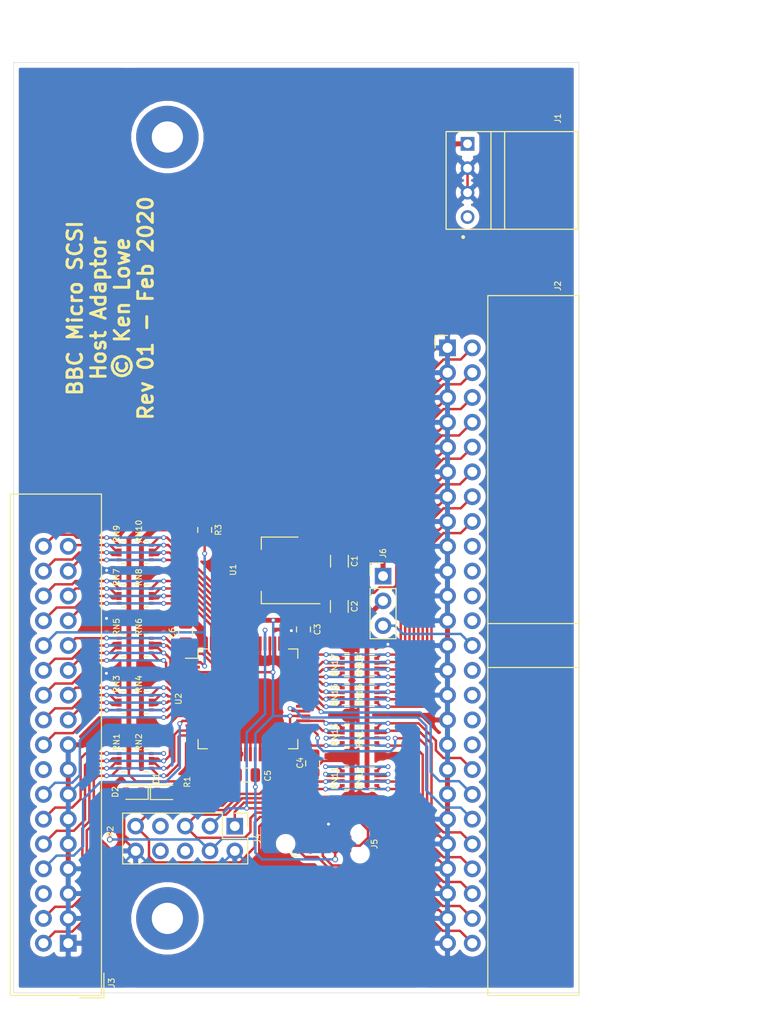
<source format=kicad_pcb>
(kicad_pcb (version 20171130) (host pcbnew "(5.1.5)-3")
  (layers (0 F.Cu signal) (31 B.Cu signal) (34 B.Paste user) (35 F.Paste user) (36 B.SilkS user) (37 F.SilkS user) (38 B.Mask user) (39 F.Mask user) (44 Edge.Cuts user))
  (net 0 "")
  (net 1 GND)
  (net 2 +5V)
  (net 3 +3V3)
  (net 4 /BBC_A7)
  (net 5 /BBC_A6)
  (net 6 /BBC_A5)
  (net 7 /BBC_A4)
  (net 8 /BBC_A3)
  (net 9 /BBC_A2)
  (net 10 /BBC_A1)
  (net 11 /BBC_A0)
  (net 12 /BBC_INT~EXT)
  (net 13 /BBC_D7)
  (net 14 /BBC_D6)
  (net 15 /BBC_D5)
  (net 16 /BBC_D4)
  (net 17 /BBC_D3)
  (net 18 /BBC_D2)
  (net 19 /BBC_D1)
  (net 20 /BBC_D0)
  (net 21 /BBC_~RESET)
  (net 22 /BBC_~PGFD)
  (net 23 /BBC_~PGFC)
  (net 24 /BBC_~IRQ)
  (net 25 /BBC_1MHZE)
  (net 26 /CPLD_JTAG_TDI)
  (net 27 /CPLD_JTAG_TMS)
  (net 28 /CPLD_JTAG_TDO)
  (net 29 /CPLD_JTAG_TCK)
  (net 30 /SCSI_I~O)
  (net 31 /SCSI_~REQ)
  (net 32 /SCSI_C~D)
  (net 33 /SCSI_~SEL)
  (net 34 /SCSI_~MSG)
  (net 35 /SCSI_~RST)
  (net 36 /SCSI_~ACK)
  (net 37 /SCSI_~BSY)
  (net 38 /SCSI_DB7)
  (net 39 /SCSI_DB6)
  (net 40 /SCSI_DB5)
  (net 41 /SCSI_DB4)
  (net 42 /SCSI_DB3)
  (net 43 /SCSI_DB2)
  (net 44 /SCSI_DB1)
  (net 45 /SCSI_DB0)
  (net 46 /SCSI_~_CONF)
  (net 47 /SCSI_INT~EXT)
  (net 48 "Net-(J1-Pad4)")
  (net 49 "Net-(J3-Pad6)")
  (net 50 "Net-(J4-Pad8)")
  (net 51 "Net-(J4-Pad7)")
  (net 52 "Net-(J4-Pad6)")
  (net 53 /SCSI_TERMPWR)
  (net 54 /TERMPWR)
  (net 55 /BBC_R~W)
  (net 56 "Net-(RN11-Pad2)")
  (net 57 "Net-(RN11-Pad1)")
  (net 58 "Net-(RN13-Pad3)")
  (net 59 "Net-(J2-Pad18)")
  (net 60 "Net-(J2-Pad20)")
  (net 61 "Net-(J2-Pad22)")
  (net 62 "Net-(J2-Pad24)")
  (net 63 "Net-(J2-Pad28)")
  (net 64 "Net-(J2-Pad30)")
  (net 65 "Net-(J2-Pad32)")
  (net 66 "Net-(J2-Pad34)")
  (net 67 "Net-(J3-Pad16)")
  (net 68 "Net-(J5-Pad8)")
  (net 69 "Net-(J5-Pad7)")
  (net 70 "Net-(J5-Pad6)")
  (net 71 "Net-(D1-Pad2)")
  (net 72 "Net-(D2-Pad2)")
  (module SCSIAdaptor:TE_171826-4 (layer F.Cu) (at 167.386 56.515 90)
    (fp_text reference J1 (at 6.35 4.699 90) (layer F.SilkS) (effects (font (size 0.6 0.6) (thickness 0.1))))
    (fp_text value "5v Power (FDD)")
    (pad 4 thru_hole circle (at -3.75 -4.55 90) (size 1.408 1.408) (drill 0.9) (layers *.Cu *.Mask) (net 48 "Net-(J1-Pad4)"))
    (pad 3 thru_hole circle (at -1.25 -4.55 90) (size 1.408 1.408) (drill 0.9) (layers *.Cu *.Mask) (net 1 GND))
    (pad 2 thru_hole circle (at 1.25 -4.55 90) (size 1.408 1.408) (drill 0.9) (layers *.Cu *.Mask) (net 1 GND))
    (pad 1 thru_hole rect (at 3.75 -4.55 90) (size 1.408 1.408) (drill 0.9) (layers *.Cu *.Mask) (net 2 +5V))
  )
  (module Resistor_SMD:R_0402_1005Metric (layer F.Cu) (at 126.1872 121.5898 90)
    (fp_text reference R2 (at -1.6002 0.0508 90) (layer F.SilkS) (effects (font (size 0.6 0.6) (thickness 0.1))))
    (fp_text value 150R)
    (pad 2 smd roundrect (at 0.485 0 90) (size 0.59 0.64) (layers F.Cu F.Paste F.Mask) (net 72 "Net-(D2-Pad2)"))
    (pad 1 smd roundrect (at -0.485 0 90) (size 0.59 0.64) (layers F.Cu F.Paste F.Mask) (net 3 +3V3))
  )
  (module Resistor_SMD:R_0402_1005Metric (layer F.Cu) (at 134.8486 119.1768 180)
    (fp_text reference R1 (at 0.7366 1.0668 90) (layer F.SilkS) (effects (font (size 0.6 0.6) (thickness 0.1))))
    (fp_text value 330R)
    (pad 2 smd roundrect (at 0.485 0 180) (size 0.59 0.64) (layers F.Cu F.Paste F.Mask) (net 71 "Net-(D1-Pad2)"))
    (pad 1 smd roundrect (at -0.485 0 180) (size 0.59 0.64) (layers F.Cu F.Paste F.Mask) (net 2 +5V))
  )
  (module LED_SMD:LED_0603_1608Metric (layer F.Cu) (at 128.6256 119.1514 180)
    (fp_text reference D2 (at 1.8796 0.0254 90) (layer F.SilkS) (effects (font (size 0.6 0.6) (thickness 0.1))))
    (fp_text value LED)
    (pad 2 smd roundrect (at 0.7875 0 180) (size 0.875 0.95) (layers F.Cu F.Paste F.Mask) (net 72 "Net-(D2-Pad2)"))
    (pad 1 smd roundrect (at -0.7875 0 180) (size 0.875 0.95) (layers F.Cu F.Paste F.Mask) (net 1 GND))
  )
  (module LED_SMD:LED_0603_1608Metric (layer F.Cu) (at 131.826 119.1768)
    (fp_text reference D1 (at -0.889 -1.43 270) (layer F.SilkS) (effects (font (size 0.6 0.6) (thickness 0.1))))
    (fp_text value LED)
    (pad 2 smd roundrect (at 0.7875 0) (size 0.875 0.95) (layers F.Cu F.Paste F.Mask) (net 71 "Net-(D1-Pad2)"))
    (pad 1 smd roundrect (at -0.7875 0) (size 0.875 0.95) (layers F.Cu F.Paste F.Mask) (net 1 GND))
  )
  (module Package_QFP:TQFP-64_10x10mm_P0.5mm (layer F.Cu) (at 140.335 109.601)
    (fp_text reference U2 (at -7.112 0 90) (layer F.SilkS) (effects (font (size 0.6 0.6) (thickness 0.1))))
    (fp_text value XC9572XL-VQ64)
    (pad 64 smd roundrect (at -3.75 -5.6625) (size 0.3 1.475) (layers F.Cu F.Paste F.Mask) (net 11 /BBC_A0))
    (pad 63 smd roundrect (at -3.25 -5.6625) (size 0.3 1.475) (layers F.Cu F.Paste F.Mask) (net 10 /BBC_A1))
    (pad 62 smd roundrect (at -2.75 -5.6625) (size 0.3 1.475) (layers F.Cu F.Paste F.Mask) (net 9 /BBC_A2))
    (pad 61 smd roundrect (at -2.25 -5.6625) (size 0.3 1.475) (layers F.Cu F.Paste F.Mask) (net 8 /BBC_A3))
    (pad 60 smd roundrect (at -1.75 -5.6625) (size 0.3 1.475) (layers F.Cu F.Paste F.Mask) (net 7 /BBC_A4))
    (pad 59 smd roundrect (at -1.25 -5.6625) (size 0.3 1.475) (layers F.Cu F.Paste F.Mask) (net 6 /BBC_A5))
    (pad 58 smd roundrect (at -0.75 -5.6625) (size 0.3 1.475) (layers F.Cu F.Paste F.Mask) (net 5 /BBC_A6))
    (pad 57 smd roundrect (at -0.25 -5.6625) (size 0.3 1.475) (layers F.Cu F.Paste F.Mask) (net 4 /BBC_A7))
    (pad 56 smd roundrect (at 0.25 -5.6625) (size 0.3 1.475) (layers F.Cu F.Paste F.Mask) (net 1 GND))
    (pad 55 smd roundrect (at 0.75 -5.6625) (size 0.3 1.475) (layers F.Cu F.Paste F.Mask) (net 3 +3V3))
    (pad 54 smd roundrect (at 1.25 -5.6625) (size 0.3 1.475) (layers F.Cu F.Paste F.Mask) (net 1 GND))
    (pad 53 smd roundrect (at 1.75 -5.6625) (size 0.3 1.475) (layers F.Cu F.Paste F.Mask) (net 28 /CPLD_JTAG_TDO))
    (pad 52 smd roundrect (at 2.25 -5.6625) (size 0.3 1.475) (layers F.Cu F.Paste F.Mask) (net 1 GND))
    (pad 51 smd roundrect (at 2.75 -5.6625) (size 0.3 1.475) (layers F.Cu F.Paste F.Mask) (net 1 GND))
    (pad 50 smd roundrect (at 3.25 -5.6625) (size 0.3 1.475) (layers F.Cu F.Paste F.Mask) (net 46 /SCSI_~_CONF))
    (pad 49 smd roundrect (at 3.75 -5.6625) (size 0.3 1.475) (layers F.Cu F.Paste F.Mask) (net 47 /SCSI_INT~EXT))
    (pad 48 smd roundrect (at 5.6625 -3.75) (size 1.475 0.3) (layers F.Cu F.Paste F.Mask) (net 45 /SCSI_DB0))
    (pad 47 smd roundrect (at 5.6625 -3.25) (size 1.475 0.3) (layers F.Cu F.Paste F.Mask) (net 44 /SCSI_DB1))
    (pad 46 smd roundrect (at 5.6625 -2.75) (size 1.475 0.3) (layers F.Cu F.Paste F.Mask) (net 43 /SCSI_DB2))
    (pad 45 smd roundrect (at 5.6625 -2.25) (size 1.475 0.3) (layers F.Cu F.Paste F.Mask) (net 42 /SCSI_DB3))
    (pad 44 smd roundrect (at 5.6625 -1.75) (size 1.475 0.3) (layers F.Cu F.Paste F.Mask) (net 41 /SCSI_DB4))
    (pad 43 smd roundrect (at 5.6625 -1.25) (size 1.475 0.3) (layers F.Cu F.Paste F.Mask) (net 40 /SCSI_DB5))
    (pad 42 smd roundrect (at 5.6625 -0.75) (size 1.475 0.3) (layers F.Cu F.Paste F.Mask) (net 39 /SCSI_DB6))
    (pad 41 smd roundrect (at 5.6625 -0.25) (size 1.475 0.3) (layers F.Cu F.Paste F.Mask) (net 1 GND))
    (pad 40 smd roundrect (at 5.6625 0.25) (size 1.475 0.3) (layers F.Cu F.Paste F.Mask) (net 38 /SCSI_DB7))
    (pad 39 smd roundrect (at 5.6625 0.75) (size 1.475 0.3) (layers F.Cu F.Paste F.Mask) (net 36 /SCSI_~ACK))
    (pad 38 smd roundrect (at 5.6625 1.25) (size 1.475 0.3) (layers F.Cu F.Paste F.Mask) (net 35 /SCSI_~RST))
    (pad 37 smd roundrect (at 5.6625 1.75) (size 1.475 0.3) (layers F.Cu F.Paste F.Mask) (net 3 +3V3))
    (pad 36 smd roundrect (at 5.6625 2.25) (size 1.475 0.3) (layers F.Cu F.Paste F.Mask) (net 37 /SCSI_~BSY))
    (pad 35 smd roundrect (at 5.6625 2.75) (size 1.475 0.3) (layers F.Cu F.Paste F.Mask) (net 34 /SCSI_~MSG))
    (pad 34 smd roundrect (at 5.6625 3.25) (size 1.475 0.3) (layers F.Cu F.Paste F.Mask) (net 33 /SCSI_~SEL))
    (pad 33 smd roundrect (at 5.6625 3.75) (size 1.475 0.3) (layers F.Cu F.Paste F.Mask) (net 32 /SCSI_C~D))
    (pad 32 smd roundrect (at 3.75 5.6625) (size 0.3 1.475) (layers F.Cu F.Paste F.Mask) (net 31 /SCSI_~REQ))
    (pad 31 smd roundrect (at 3.25 5.6625) (size 0.3 1.475) (layers F.Cu F.Paste F.Mask) (net 30 /SCSI_I~O))
    (pad 30 smd roundrect (at 2.75 5.6625) (size 0.3 1.475) (layers F.Cu F.Paste F.Mask) (net 29 /CPLD_JTAG_TCK))
    (pad 29 smd roundrect (at 2.25 5.6625) (size 0.3 1.475) (layers F.Cu F.Paste F.Mask) (net 27 /CPLD_JTAG_TMS))
    (pad 28 smd roundrect (at 1.75 5.6625) (size 0.3 1.475) (layers F.Cu F.Paste F.Mask) (net 26 /CPLD_JTAG_TDI))
    (pad 27 smd roundrect (at 1.25 5.6625) (size 0.3 1.475) (layers F.Cu F.Paste F.Mask) (net 1 GND))
    (pad 26 smd roundrect (at 0.75 5.6625) (size 0.3 1.475) (layers F.Cu F.Paste F.Mask) (net 3 +3V3))
    (pad 25 smd roundrect (at 0.25 5.6625) (size 0.3 1.475) (layers F.Cu F.Paste F.Mask) (net 1 GND))
    (pad 24 smd roundrect (at -0.25 5.6625) (size 0.3 1.475) (layers F.Cu F.Paste F.Mask) (net 1 GND))
    (pad 23 smd roundrect (at -0.75 5.6625) (size 0.3 1.475) (layers F.Cu F.Paste F.Mask) (net 1 GND))
    (pad 22 smd roundrect (at -1.25 5.6625) (size 0.3 1.475) (layers F.Cu F.Paste F.Mask) (net 1 GND))
    (pad 21 smd roundrect (at -1.75 5.6625) (size 0.3 1.475) (layers F.Cu F.Paste F.Mask) (net 1 GND))
    (pad 20 smd roundrect (at -2.25 5.6625) (size 0.3 1.475) (layers F.Cu F.Paste F.Mask) (net 1 GND))
    (pad 19 smd roundrect (at -2.75 5.6625) (size 0.3 1.475) (layers F.Cu F.Paste F.Mask) (net 1 GND))
    (pad 18 smd roundrect (at -3.25 5.6625) (size 0.3 1.475) (layers F.Cu F.Paste F.Mask) (net 1 GND))
    (pad 17 smd roundrect (at -3.75 5.6625) (size 0.3 1.475) (layers F.Cu F.Paste F.Mask) (net 1 GND))
    (pad 16 smd roundrect (at -5.6625 3.75) (size 1.475 0.3) (layers F.Cu F.Paste F.Mask) (net 55 /BBC_R~W))
    (pad 15 smd roundrect (at -5.6625 3.25) (size 1.475 0.3) (layers F.Cu F.Paste F.Mask) (net 25 /BBC_1MHZE))
    (pad 14 smd roundrect (at -5.6625 2.75) (size 1.475 0.3) (layers F.Cu F.Paste F.Mask) (net 1 GND))
    (pad 13 smd roundrect (at -5.6625 2.25) (size 1.475 0.3) (layers F.Cu F.Paste F.Mask) (net 24 /BBC_~IRQ))
    (pad 12 smd roundrect (at -5.6625 1.75) (size 1.475 0.3) (layers F.Cu F.Paste F.Mask) (net 23 /BBC_~PGFC))
    (pad 11 smd roundrect (at -5.6625 1.25) (size 1.475 0.3) (layers F.Cu F.Paste F.Mask) (net 21 /BBC_~RESET))
    (pad 10 smd roundrect (at -5.6625 0.75) (size 1.475 0.3) (layers F.Cu F.Paste F.Mask) (net 20 /BBC_D0))
    (pad 9 smd roundrect (at -5.6625 0.25) (size 1.475 0.3) (layers F.Cu F.Paste F.Mask) (net 19 /BBC_D1))
    (pad 8 smd roundrect (at -5.6625 -0.25) (size 1.475 0.3) (layers F.Cu F.Paste F.Mask) (net 18 /BBC_D2))
    (pad 7 smd roundrect (at -5.6625 -0.75) (size 1.475 0.3) (layers F.Cu F.Paste F.Mask) (net 17 /BBC_D3))
    (pad 6 smd roundrect (at -5.6625 -1.25) (size 1.475 0.3) (layers F.Cu F.Paste F.Mask) (net 16 /BBC_D4))
    (pad 5 smd roundrect (at -5.6625 -1.75) (size 1.475 0.3) (layers F.Cu F.Paste F.Mask) (net 15 /BBC_D5))
    (pad 4 smd roundrect (at -5.6625 -2.25) (size 1.475 0.3) (layers F.Cu F.Paste F.Mask) (net 14 /BBC_D6))
    (pad 3 smd roundrect (at -5.6625 -2.75) (size 1.475 0.3) (layers F.Cu F.Paste F.Mask) (net 3 +3V3))
    (pad 2 smd roundrect (at -5.6625 -3.25) (size 1.475 0.3) (layers F.Cu F.Paste F.Mask) (net 13 /BBC_D7))
    (pad 1 smd roundrect (at -5.6625 -3.75) (size 1.475 0.3) (layers F.Cu F.Paste F.Mask) (net 12 /BBC_INT~EXT))
  )
  (module Connector:Tag-Connect_TC2050-IDC-NL_2x05_P1.27mm_Vertical (layer F.Cu) (at 148.0058 124.4346)
    (fp_text reference J5 (at 5.2832 0.0254 90) (layer F.SilkS) (effects (font (size 0.6 0.6) (thickness 0.1))))
    (fp_text value JTAG-TC)
    (pad 10 connect circle (at -2.54 -0.635) (size 0.7874 0.7874) (layers F.Cu F.Mask) (net 1 GND))
    (pad 9 connect circle (at -1.27 -0.635) (size 0.7874 0.7874) (layers F.Cu F.Mask) (net 26 /CPLD_JTAG_TDI))
    (pad 8 connect circle (at 0 -0.635) (size 0.7874 0.7874) (layers F.Cu F.Mask) (net 68 "Net-(J5-Pad8)"))
    (pad 7 connect circle (at 1.27 -0.635) (size 0.7874 0.7874) (layers F.Cu F.Mask) (net 69 "Net-(J5-Pad7)"))
    (pad 6 connect circle (at 2.54 -0.635) (size 0.7874 0.7874) (layers F.Cu F.Mask) (net 70 "Net-(J5-Pad6)"))
    (pad 5 connect circle (at 2.54 0.635) (size 0.7874 0.7874) (layers F.Cu F.Mask) (net 27 /CPLD_JTAG_TMS))
    (pad 4 connect circle (at 1.27 0.635) (size 0.7874 0.7874) (layers F.Cu F.Mask) (net 3 +3V3))
    (pad 3 connect circle (at 0 0.635) (size 0.7874 0.7874) (layers F.Cu F.Mask) (net 28 /CPLD_JTAG_TDO))
    (pad 2 connect circle (at -1.27 0.635) (size 0.7874 0.7874) (layers F.Cu F.Mask) (net 1 GND))
    (pad 1 connect circle (at -2.54 0.635) (size 0.7874 0.7874) (layers F.Cu F.Mask) (net 29 /CPLD_JTAG_TCK))
    (pad "" np_thru_hole circle (at -3.81 0) (size 0.9906 0.9906) (drill 0.9906) (layers *.Cu *.Mask))
    (pad "" np_thru_hole circle (at 3.81 1.016) (size 0.9906 0.9906) (drill 0.9906) (layers *.Cu *.Mask))
    (pad "" np_thru_hole circle (at 3.81 -1.016) (size 0.9906 0.9906) (drill 0.9906) (layers *.Cu *.Mask))
  )
  (module Connector_PinHeader_2.54mm:PinHeader_1x03_P2.54mm_Vertical (layer F.Cu) (at 154.178 97.028)
    (fp_text reference J6 (at 0 -2.33 90) (layer F.SilkS) (effects (font (size 0.6 0.6) (thickness 0.1))))
    (fp_text value Conn_01x03)
    (pad 3 thru_hole oval (at 0 5.08) (size 1.7 1.7) (drill 1) (layers *.Cu *.Mask) (net 53 /SCSI_TERMPWR))
    (pad 2 thru_hole oval (at 0 2.54) (size 1.7 1.7) (drill 1) (layers *.Cu *.Mask) (net 54 /TERMPWR))
    (pad 1 thru_hole rect (at 0 0) (size 1.7 1.7) (drill 1) (layers *.Cu *.Mask) (net 2 +5V))
  )
  (module Resistor_SMD:R_Array_Concave_4x0402 (layer F.Cu) (at 153.039 117.729)
    (fp_text reference RN12 (at -1.274 0 90) (layer F.SilkS) (effects (font (size 0.6 0.6) (thickness 0.1))))
    (fp_text value 220R)
    (pad 5 smd rect (at 0.5 0.75) (size 0.5 0.32) (layers F.Cu F.Paste F.Mask) (net 30 /SCSI_I~O))
    (pad 6 smd rect (at 0.5 0.25) (size 0.5 0.32) (layers F.Cu F.Paste F.Mask) (net 31 /SCSI_~REQ))
    (pad 8 smd rect (at 0.5 -0.75) (size 0.5 0.32) (layers F.Cu F.Paste F.Mask) (net 57 "Net-(RN11-Pad1)"))
    (pad 7 smd rect (at 0.5 -0.25) (size 0.5 0.32) (layers F.Cu F.Paste F.Mask) (net 56 "Net-(RN11-Pad2)"))
    (pad 4 smd rect (at -0.5 0.75) (size 0.5 0.32) (layers F.Cu F.Paste F.Mask) (net 54 /TERMPWR))
    (pad 2 smd rect (at -0.5 -0.25) (size 0.5 0.32) (layers F.Cu F.Paste F.Mask) (net 54 /TERMPWR))
    (pad 3 smd rect (at -0.5 0.25) (size 0.5 0.32) (layers F.Cu F.Paste F.Mask) (net 54 /TERMPWR))
    (pad 1 smd rect (at -0.5 -0.75) (size 0.5 0.32) (layers F.Cu F.Paste F.Mask) (net 54 /TERMPWR))
  )
  (module Resistor_SMD:R_Array_Concave_4x0402 (layer F.Cu) (at 153.035 113.3348)
    (fp_text reference RN14 (at -1.27 0.0508 90) (layer F.SilkS) (effects (font (size 0.6 0.6) (thickness 0.1))))
    (fp_text value 220R)
    (pad 5 smd rect (at 0.5 0.75) (size 0.5 0.32) (layers F.Cu F.Paste F.Mask) (net 32 /SCSI_C~D))
    (pad 6 smd rect (at 0.5 0.25) (size 0.5 0.32) (layers F.Cu F.Paste F.Mask) (net 58 "Net-(RN13-Pad3)"))
    (pad 8 smd rect (at 0.5 -0.75) (size 0.5 0.32) (layers F.Cu F.Paste F.Mask) (net 37 /SCSI_~BSY))
    (pad 7 smd rect (at 0.5 -0.25) (size 0.5 0.32) (layers F.Cu F.Paste F.Mask) (net 34 /SCSI_~MSG))
    (pad 4 smd rect (at -0.5 0.75) (size 0.5 0.32) (layers F.Cu F.Paste F.Mask) (net 54 /TERMPWR))
    (pad 2 smd rect (at -0.5 -0.25) (size 0.5 0.32) (layers F.Cu F.Paste F.Mask) (net 54 /TERMPWR))
    (pad 3 smd rect (at -0.5 0.25) (size 0.5 0.32) (layers F.Cu F.Paste F.Mask) (net 54 /TERMPWR))
    (pad 1 smd rect (at -0.5 -0.75) (size 0.5 0.32) (layers F.Cu F.Paste F.Mask) (net 54 /TERMPWR))
  )
  (module Resistor_SMD:R_Array_Concave_4x0402 (layer F.Cu) (at 150.495 117.729)
    (fp_text reference RN11 (at -1.27 0 90) (layer F.SilkS) (effects (font (size 0.6 0.6) (thickness 0.1))))
    (fp_text value 330R)
    (pad 5 smd rect (at 0.5 0.75) (size 0.5 0.32) (layers F.Cu F.Paste F.Mask) (net 1 GND))
    (pad 6 smd rect (at 0.5 0.25) (size 0.5 0.32) (layers F.Cu F.Paste F.Mask) (net 1 GND))
    (pad 8 smd rect (at 0.5 -0.75) (size 0.5 0.32) (layers F.Cu F.Paste F.Mask) (net 1 GND))
    (pad 7 smd rect (at 0.5 -0.25) (size 0.5 0.32) (layers F.Cu F.Paste F.Mask) (net 1 GND))
    (pad 4 smd rect (at -0.5 0.75) (size 0.5 0.32) (layers F.Cu F.Paste F.Mask) (net 30 /SCSI_I~O))
    (pad 2 smd rect (at -0.5 -0.25) (size 0.5 0.32) (layers F.Cu F.Paste F.Mask) (net 56 "Net-(RN11-Pad2)"))
    (pad 3 smd rect (at -0.5 0.25) (size 0.5 0.32) (layers F.Cu F.Paste F.Mask) (net 31 /SCSI_~REQ))
    (pad 1 smd rect (at -0.5 -0.75) (size 0.5 0.32) (layers F.Cu F.Paste F.Mask) (net 57 "Net-(RN11-Pad1)"))
  )
  (module Resistor_SMD:R_Array_Concave_4x0402 (layer F.Cu) (at 150.495 113.3348)
    (fp_text reference RN13 (at -1.27 -0.0508 90) (layer F.SilkS) (effects (font (size 0.6 0.6) (thickness 0.1))))
    (fp_text value 330R)
    (pad 5 smd rect (at 0.5 0.75) (size 0.5 0.32) (layers F.Cu F.Paste F.Mask) (net 1 GND))
    (pad 6 smd rect (at 0.5 0.25) (size 0.5 0.32) (layers F.Cu F.Paste F.Mask) (net 1 GND))
    (pad 8 smd rect (at 0.5 -0.75) (size 0.5 0.32) (layers F.Cu F.Paste F.Mask) (net 1 GND))
    (pad 7 smd rect (at 0.5 -0.25) (size 0.5 0.32) (layers F.Cu F.Paste F.Mask) (net 1 GND))
    (pad 4 smd rect (at -0.5 0.75) (size 0.5 0.32) (layers F.Cu F.Paste F.Mask) (net 32 /SCSI_C~D))
    (pad 2 smd rect (at -0.5 -0.25) (size 0.5 0.32) (layers F.Cu F.Paste F.Mask) (net 34 /SCSI_~MSG))
    (pad 3 smd rect (at -0.5 0.25) (size 0.5 0.32) (layers F.Cu F.Paste F.Mask) (net 58 "Net-(RN13-Pad3)"))
    (pad 1 smd rect (at -0.5 -0.75) (size 0.5 0.32) (layers F.Cu F.Paste F.Mask) (net 37 /SCSI_~BSY))
  )
  (module Resistor_SMD:R_Array_Concave_4x0402 (layer F.Cu) (at 153.035 106.1974)
    (fp_text reference RN18 (at -1.27 0.0254 90) (layer F.SilkS) (effects (font (size 0.6 0.6) (thickness 0.1))))
    (fp_text value 220R)
    (pad 5 smd rect (at 0.5 0.75) (size 0.5 0.32) (layers F.Cu F.Paste F.Mask) (net 42 /SCSI_DB3))
    (pad 6 smd rect (at 0.5 0.25) (size 0.5 0.32) (layers F.Cu F.Paste F.Mask) (net 43 /SCSI_DB2))
    (pad 8 smd rect (at 0.5 -0.75) (size 0.5 0.32) (layers F.Cu F.Paste F.Mask) (net 45 /SCSI_DB0))
    (pad 7 smd rect (at 0.5 -0.25) (size 0.5 0.32) (layers F.Cu F.Paste F.Mask) (net 44 /SCSI_DB1))
    (pad 4 smd rect (at -0.5 0.75) (size 0.5 0.32) (layers F.Cu F.Paste F.Mask) (net 54 /TERMPWR))
    (pad 2 smd rect (at -0.5 -0.25) (size 0.5 0.32) (layers F.Cu F.Paste F.Mask) (net 54 /TERMPWR))
    (pad 3 smd rect (at -0.5 0.25) (size 0.5 0.32) (layers F.Cu F.Paste F.Mask) (net 54 /TERMPWR))
    (pad 1 smd rect (at -0.5 -0.75) (size 0.5 0.32) (layers F.Cu F.Paste F.Mask) (net 54 /TERMPWR))
  )
  (module Resistor_SMD:R_Array_Concave_4x0402 (layer F.Cu) (at 153.035 109.22)
    (fp_text reference RN16 (at -1.27 0 90) (layer F.SilkS) (effects (font (size 0.6 0.6) (thickness 0.1))))
    (fp_text value 220R)
    (pad 5 smd rect (at 0.5 0.75) (size 0.5 0.32) (layers F.Cu F.Paste F.Mask) (net 38 /SCSI_DB7))
    (pad 6 smd rect (at 0.5 0.25) (size 0.5 0.32) (layers F.Cu F.Paste F.Mask) (net 39 /SCSI_DB6))
    (pad 8 smd rect (at 0.5 -0.75) (size 0.5 0.32) (layers F.Cu F.Paste F.Mask) (net 41 /SCSI_DB4))
    (pad 7 smd rect (at 0.5 -0.25) (size 0.5 0.32) (layers F.Cu F.Paste F.Mask) (net 40 /SCSI_DB5))
    (pad 4 smd rect (at -0.5 0.75) (size 0.5 0.32) (layers F.Cu F.Paste F.Mask) (net 54 /TERMPWR))
    (pad 2 smd rect (at -0.5 -0.25) (size 0.5 0.32) (layers F.Cu F.Paste F.Mask) (net 54 /TERMPWR))
    (pad 3 smd rect (at -0.5 0.25) (size 0.5 0.32) (layers F.Cu F.Paste F.Mask) (net 54 /TERMPWR))
    (pad 1 smd rect (at -0.5 -0.75) (size 0.5 0.32) (layers F.Cu F.Paste F.Mask) (net 54 /TERMPWR))
  )
  (module Resistor_SMD:R_Array_Concave_4x0402 (layer F.Cu) (at 150.495 106.1974)
    (fp_text reference RN17 (at -1.27 -0.0254 90) (layer F.SilkS) (effects (font (size 0.6 0.6) (thickness 0.1))))
    (fp_text value 330R)
    (pad 5 smd rect (at 0.5 0.75) (size 0.5 0.32) (layers F.Cu F.Paste F.Mask) (net 1 GND))
    (pad 6 smd rect (at 0.5 0.25) (size 0.5 0.32) (layers F.Cu F.Paste F.Mask) (net 1 GND))
    (pad 8 smd rect (at 0.5 -0.75) (size 0.5 0.32) (layers F.Cu F.Paste F.Mask) (net 1 GND))
    (pad 7 smd rect (at 0.5 -0.25) (size 0.5 0.32) (layers F.Cu F.Paste F.Mask) (net 1 GND))
    (pad 4 smd rect (at -0.5 0.75) (size 0.5 0.32) (layers F.Cu F.Paste F.Mask) (net 42 /SCSI_DB3))
    (pad 2 smd rect (at -0.5 -0.25) (size 0.5 0.32) (layers F.Cu F.Paste F.Mask) (net 44 /SCSI_DB1))
    (pad 3 smd rect (at -0.5 0.25) (size 0.5 0.32) (layers F.Cu F.Paste F.Mask) (net 43 /SCSI_DB2))
    (pad 1 smd rect (at -0.5 -0.75) (size 0.5 0.32) (layers F.Cu F.Paste F.Mask) (net 45 /SCSI_DB0))
  )
  (module Resistor_SMD:R_Array_Concave_4x0402 (layer F.Cu) (at 150.495 109.22)
    (fp_text reference RN15 (at -1.27 0 90) (layer F.SilkS) (effects (font (size 0.6 0.6) (thickness 0.1))))
    (fp_text value 330R)
    (pad 5 smd rect (at 0.5 0.75) (size 0.5 0.32) (layers F.Cu F.Paste F.Mask) (net 1 GND))
    (pad 6 smd rect (at 0.5 0.25) (size 0.5 0.32) (layers F.Cu F.Paste F.Mask) (net 1 GND))
    (pad 8 smd rect (at 0.5 -0.75) (size 0.5 0.32) (layers F.Cu F.Paste F.Mask) (net 1 GND))
    (pad 7 smd rect (at 0.5 -0.25) (size 0.5 0.32) (layers F.Cu F.Paste F.Mask) (net 1 GND))
    (pad 4 smd rect (at -0.5 0.75) (size 0.5 0.32) (layers F.Cu F.Paste F.Mask) (net 38 /SCSI_DB7))
    (pad 2 smd rect (at -0.5 -0.25) (size 0.5 0.32) (layers F.Cu F.Paste F.Mask) (net 40 /SCSI_DB5))
    (pad 3 smd rect (at -0.5 0.25) (size 0.5 0.32) (layers F.Cu F.Paste F.Mask) (net 39 /SCSI_DB6))
    (pad 1 smd rect (at -0.5 -0.75) (size 0.5 0.32) (layers F.Cu F.Paste F.Mask) (net 41 /SCSI_DB4))
  )
  (module MountingHole:MountingHole_3.2mm_M3_Pad (layer F.Cu) (at 132.08 132.08)
    (fp_text reference MK2 hide)
    (fp_text value MountingHole)
    (pad 1 thru_hole circle (at 0 0) (size 6.4 6.4) (drill 3.2) (layers *.Cu *.Mask))
  )
  (module Fiducial:Fiducial_0.5mm_Dia_1mm_Outer (layer F.Cu) (at 158.115 138.43)
    (fp_text reference F3 hide)
    (fp_text value Fiducial)
    (pad "" smd circle (at 0 0) (size 0.5 0.5) (layers F.Cu F.Mask) (clearance 0.25))
  )
  (module Fiducial:Fiducial_0.5mm_Dia_1mm_Outer (layer F.Cu) (at 128.27 138.43)
    (fp_text reference F2 hide)
    (fp_text value Fiducial)
    (pad "" smd circle (at 0 0) (size 0.5 0.5) (layers F.Cu F.Mask) (clearance 0.25))
  )
  (module Fiducial:Fiducial_0.5mm_Dia_1mm_Outer (layer F.Cu) (at 128.27 45.72)
    (fp_text reference F1 hide)
    (fp_text value Fiducial)
    (pad "" smd circle (at 0 0) (size 0.5 0.5) (layers F.Cu F.Mask) (clearance 0.25))
  )
  (module Connector_IDC:IDC-Header_2x25_P2.54mm_Horizontal (layer F.Cu) (at 160.782 73.66)
    (fp_text reference J2 (at 11.303 -6.35 270) (layer F.SilkS) (effects (font (size 0.6 0.6) (thickness 0.1))))
    (fp_text value "SCSI Drive")
    (pad 1 thru_hole rect (at 0 0) (size 1.7272 1.7272) (drill 1.016) (layers *.Cu *.Mask) (net 1 GND))
    (pad 2 thru_hole oval (at 2.54 0) (size 1.7272 1.7272) (drill 1.016) (layers *.Cu *.Mask) (net 45 /SCSI_DB0))
    (pad 3 thru_hole oval (at 0 2.54) (size 1.7272 1.7272) (drill 1.016) (layers *.Cu *.Mask) (net 1 GND))
    (pad 4 thru_hole oval (at 2.54 2.54) (size 1.7272 1.7272) (drill 1.016) (layers *.Cu *.Mask) (net 44 /SCSI_DB1))
    (pad 5 thru_hole oval (at 0 5.08) (size 1.7272 1.7272) (drill 1.016) (layers *.Cu *.Mask) (net 1 GND))
    (pad 6 thru_hole oval (at 2.54 5.08) (size 1.7272 1.7272) (drill 1.016) (layers *.Cu *.Mask) (net 43 /SCSI_DB2))
    (pad 7 thru_hole oval (at 0 7.62) (size 1.7272 1.7272) (drill 1.016) (layers *.Cu *.Mask) (net 1 GND))
    (pad 8 thru_hole oval (at 2.54 7.62) (size 1.7272 1.7272) (drill 1.016) (layers *.Cu *.Mask) (net 42 /SCSI_DB3))
    (pad 9 thru_hole oval (at 0 10.16) (size 1.7272 1.7272) (drill 1.016) (layers *.Cu *.Mask) (net 1 GND))
    (pad 10 thru_hole oval (at 2.54 10.16) (size 1.7272 1.7272) (drill 1.016) (layers *.Cu *.Mask) (net 41 /SCSI_DB4))
    (pad 11 thru_hole oval (at 0 12.7) (size 1.7272 1.7272) (drill 1.016) (layers *.Cu *.Mask) (net 1 GND))
    (pad 12 thru_hole oval (at 2.54 12.7) (size 1.7272 1.7272) (drill 1.016) (layers *.Cu *.Mask) (net 40 /SCSI_DB5))
    (pad 13 thru_hole oval (at 0 15.24) (size 1.7272 1.7272) (drill 1.016) (layers *.Cu *.Mask) (net 1 GND))
    (pad 14 thru_hole oval (at 2.54 15.24) (size 1.7272 1.7272) (drill 1.016) (layers *.Cu *.Mask) (net 39 /SCSI_DB6))
    (pad 15 thru_hole oval (at 0 17.78) (size 1.7272 1.7272) (drill 1.016) (layers *.Cu *.Mask) (net 1 GND))
    (pad 16 thru_hole oval (at 2.54 17.78) (size 1.7272 1.7272) (drill 1.016) (layers *.Cu *.Mask) (net 38 /SCSI_DB7))
    (pad 17 thru_hole oval (at 0 20.32) (size 1.7272 1.7272) (drill 1.016) (layers *.Cu *.Mask) (net 1 GND))
    (pad 18 thru_hole oval (at 2.54 20.32) (size 1.7272 1.7272) (drill 1.016) (layers *.Cu *.Mask) (net 59 "Net-(J2-Pad18)"))
    (pad 19 thru_hole oval (at 0 22.86) (size 1.7272 1.7272) (drill 1.016) (layers *.Cu *.Mask) (net 1 GND))
    (pad 20 thru_hole oval (at 2.54 22.86) (size 1.7272 1.7272) (drill 1.016) (layers *.Cu *.Mask) (net 60 "Net-(J2-Pad20)"))
    (pad 21 thru_hole oval (at 0 25.4) (size 1.7272 1.7272) (drill 1.016) (layers *.Cu *.Mask) (net 1 GND))
    (pad 22 thru_hole oval (at 2.54 25.4) (size 1.7272 1.7272) (drill 1.016) (layers *.Cu *.Mask) (net 61 "Net-(J2-Pad22)"))
    (pad 23 thru_hole oval (at 0 27.94) (size 1.7272 1.7272) (drill 1.016) (layers *.Cu *.Mask) (net 1 GND))
    (pad 24 thru_hole oval (at 2.54 27.94) (size 1.7272 1.7272) (drill 1.016) (layers *.Cu *.Mask) (net 62 "Net-(J2-Pad24)"))
    (pad 25 thru_hole oval (at 0 30.48) (size 1.7272 1.7272) (drill 1.016) (layers *.Cu *.Mask) (net 1 GND))
    (pad 26 thru_hole oval (at 2.54 30.48) (size 1.7272 1.7272) (drill 1.016) (layers *.Cu *.Mask) (net 53 /SCSI_TERMPWR))
    (pad 27 thru_hole oval (at 0 33.02) (size 1.7272 1.7272) (drill 1.016) (layers *.Cu *.Mask) (net 1 GND))
    (pad 28 thru_hole oval (at 2.54 33.02) (size 1.7272 1.7272) (drill 1.016) (layers *.Cu *.Mask) (net 63 "Net-(J2-Pad28)"))
    (pad 29 thru_hole oval (at 0 35.56) (size 1.7272 1.7272) (drill 1.016) (layers *.Cu *.Mask) (net 1 GND))
    (pad 30 thru_hole oval (at 2.54 35.56) (size 1.7272 1.7272) (drill 1.016) (layers *.Cu *.Mask) (net 64 "Net-(J2-Pad30)"))
    (pad 31 thru_hole oval (at 0 38.1) (size 1.7272 1.7272) (drill 1.016) (layers *.Cu *.Mask) (net 1 GND))
    (pad 32 thru_hole oval (at 2.54 38.1) (size 1.7272 1.7272) (drill 1.016) (layers *.Cu *.Mask) (net 65 "Net-(J2-Pad32)"))
    (pad 33 thru_hole oval (at 0 40.64) (size 1.7272 1.7272) (drill 1.016) (layers *.Cu *.Mask) (net 1 GND))
    (pad 34 thru_hole oval (at 2.54 40.64) (size 1.7272 1.7272) (drill 1.016) (layers *.Cu *.Mask) (net 66 "Net-(J2-Pad34)"))
    (pad 35 thru_hole oval (at 0 43.18) (size 1.7272 1.7272) (drill 1.016) (layers *.Cu *.Mask) (net 1 GND))
    (pad 36 thru_hole oval (at 2.54 43.18) (size 1.7272 1.7272) (drill 1.016) (layers *.Cu *.Mask) (net 37 /SCSI_~BSY))
    (pad 37 thru_hole oval (at 0 45.72) (size 1.7272 1.7272) (drill 1.016) (layers *.Cu *.Mask) (net 1 GND))
    (pad 38 thru_hole oval (at 2.54 45.72) (size 1.7272 1.7272) (drill 1.016) (layers *.Cu *.Mask) (net 36 /SCSI_~ACK))
    (pad 39 thru_hole oval (at 0 48.26) (size 1.7272 1.7272) (drill 1.016) (layers *.Cu *.Mask) (net 1 GND))
    (pad 40 thru_hole oval (at 2.54 48.26) (size 1.7272 1.7272) (drill 1.016) (layers *.Cu *.Mask) (net 35 /SCSI_~RST))
    (pad 41 thru_hole oval (at 0 50.8) (size 1.7272 1.7272) (drill 1.016) (layers *.Cu *.Mask) (net 1 GND))
    (pad 42 thru_hole oval (at 2.54 50.8) (size 1.7272 1.7272) (drill 1.016) (layers *.Cu *.Mask) (net 34 /SCSI_~MSG))
    (pad 43 thru_hole oval (at 0 53.34) (size 1.7272 1.7272) (drill 1.016) (layers *.Cu *.Mask) (net 1 GND))
    (pad 44 thru_hole oval (at 2.54 53.34) (size 1.7272 1.7272) (drill 1.016) (layers *.Cu *.Mask) (net 33 /SCSI_~SEL))
    (pad 45 thru_hole oval (at 0 55.88) (size 1.7272 1.7272) (drill 1.016) (layers *.Cu *.Mask) (net 1 GND))
    (pad 46 thru_hole oval (at 2.54 55.88) (size 1.7272 1.7272) (drill 1.016) (layers *.Cu *.Mask) (net 32 /SCSI_C~D))
    (pad 47 thru_hole oval (at 0 58.42) (size 1.7272 1.7272) (drill 1.016) (layers *.Cu *.Mask) (net 1 GND))
    (pad 48 thru_hole oval (at 2.54 58.42) (size 1.7272 1.7272) (drill 1.016) (layers *.Cu *.Mask) (net 31 /SCSI_~REQ))
    (pad 49 thru_hole oval (at 0 60.96) (size 1.7272 1.7272) (drill 1.016) (layers *.Cu *.Mask) (net 1 GND))
    (pad 50 thru_hole oval (at 2.54 60.96) (size 1.7272 1.7272) (drill 1.016) (layers *.Cu *.Mask) (net 30 /SCSI_I~O))
  )
  (module Capacitor_SMD:C_0805_2012Metric (layer F.Cu) (at 146.9644 116.205 270)
    (fp_text reference C4 (at -0.0508 1.2954 90) (layer F.SilkS) (effects (font (size 0.6 0.6) (thickness 0.1))))
    (fp_text value 100nF)
    (pad 2 smd roundrect (at 0.9375 0 270) (size 0.975 1.4) (layers F.Cu F.Paste F.Mask) (net 1 GND))
    (pad 1 smd roundrect (at -0.9375 0 270) (size 0.975 1.4) (layers F.Cu F.Paste F.Mask) (net 3 +3V3))
  )
  (module Package_TO_SOT_SMD:SOT-223-3_TabPin2 (layer F.Cu) (at 143.6116 96.4438 180)
    (fp_text reference U1 (at 4.8006 0.0508 90) (layer F.SilkS) (effects (font (size 0.6 0.6) (thickness 0.1))))
    (fp_text value LM1117-3.3)
    (pad 1 smd rect (at -3.15 -2.3 180) (size 2 1.5) (layers F.Cu F.Paste F.Mask) (net 1 GND))
    (pad 3 smd rect (at -3.15 2.3 180) (size 2 1.5) (layers F.Cu F.Paste F.Mask) (net 2 +5V))
    (pad 2 smd rect (at -3.15 0 180) (size 2 1.5) (layers F.Cu F.Paste F.Mask) (net 3 +3V3))
    (pad 2 smd rect (at 3.15 0 180) (size 2 3.8) (layers F.Cu F.Paste F.Mask) (net 3 +3V3))
  )
  (module Resistor_SMD:R_0805_2012Metric (layer F.Cu) (at 135.9027 92.3036 270)
    (fp_text reference R3 (at 0 -1.397 270) (layer F.SilkS) (effects (font (size 0.6 0.6) (thickness 0.1))))
    (fp_text value 2K2)
    (pad 2 smd roundrect (at 0.9375 0 270) (size 0.975 1.4) (layers F.Cu F.Paste F.Mask) (net 12 /BBC_INT~EXT))
    (pad 1 smd roundrect (at -0.9375 0 270) (size 0.975 1.4) (layers F.Cu F.Paste F.Mask) (net 2 +5V))
  )
  (module Connector_PinHeader_2.54mm:PinHeader_2x05_P2.54mm_Vertical (layer F.Cu) (at 138.9888 122.6312 270)
    (fp_text reference J4 (at 1.27 -2.33 90) (layer F.SilkS) (effects (font (size 0.6 0.6) (thickness 0.1))))
    (fp_text value JTAG-IDC)
    (pad 10 thru_hole oval (at 2.54 10.16 270) (size 1.7 1.7) (drill 1) (layers *.Cu *.Mask) (net 1 GND))
    (pad 9 thru_hole oval (at 0 10.16 270) (size 1.7 1.7) (drill 1) (layers *.Cu *.Mask) (net 26 /CPLD_JTAG_TDI))
    (pad 8 thru_hole oval (at 2.54 7.62 270) (size 1.7 1.7) (drill 1) (layers *.Cu *.Mask) (net 50 "Net-(J4-Pad8)"))
    (pad 7 thru_hole oval (at 0 7.62 270) (size 1.7 1.7) (drill 1) (layers *.Cu *.Mask) (net 51 "Net-(J4-Pad7)"))
    (pad 6 thru_hole oval (at 2.54 5.08 270) (size 1.7 1.7) (drill 1) (layers *.Cu *.Mask) (net 52 "Net-(J4-Pad6)"))
    (pad 5 thru_hole oval (at 0 5.08 270) (size 1.7 1.7) (drill 1) (layers *.Cu *.Mask) (net 27 /CPLD_JTAG_TMS))
    (pad 4 thru_hole oval (at 2.54 2.54 270) (size 1.7 1.7) (drill 1) (layers *.Cu *.Mask) (net 3 +3V3))
    (pad 3 thru_hole oval (at 0 2.54 270) (size 1.7 1.7) (drill 1) (layers *.Cu *.Mask) (net 28 /CPLD_JTAG_TDO))
    (pad 2 thru_hole oval (at 2.54 0 270) (size 1.7 1.7) (drill 1) (layers *.Cu *.Mask) (net 1 GND))
    (pad 1 thru_hole rect (at 0 0 270) (size 1.7 1.7) (drill 1) (layers *.Cu *.Mask) (net 29 /CPLD_JTAG_TCK))
  )
  (module MountingHole:MountingHole_3.2mm_M3_Pad (layer F.Cu) (at 132.08 52.07)
    (fp_text reference MK1 hide)
    (fp_text value MountingHole)
    (pad 1 thru_hole circle (at 0 0) (size 6.4 6.4) (drill 3.2) (layers *.Cu *.Mask))
  )
  (module Capacitor_SMD:C_0805_2012Metric (layer F.Cu) (at 133.9469 102.8573 90)
    (fp_text reference C6 (at 0 -1.3589 90) (layer F.SilkS) (effects (font (size 0.6 0.6) (thickness 0.1))))
    (fp_text value 100nF)
    (pad 2 smd roundrect (at 0.9375 0 90) (size 0.975 1.4) (layers F.Cu F.Paste F.Mask) (net 1 GND))
    (pad 1 smd roundrect (at -0.9375 0 90) (size 0.975 1.4) (layers F.Cu F.Paste F.Mask) (net 3 +3V3))
  )
  (module Capacitor_SMD:C_0805_2012Metric (layer F.Cu) (at 140.1572 117.3988 180)
    (fp_text reference C5 (at -2.2098 -0.0762 90) (layer F.SilkS) (effects (font (size 0.6 0.6) (thickness 0.1))))
    (fp_text value 100nF)
    (pad 2 smd roundrect (at 0.9375 0 180) (size 0.975 1.4) (layers F.Cu F.Paste F.Mask) (net 1 GND))
    (pad 1 smd roundrect (at -0.9375 0 180) (size 0.975 1.4) (layers F.Cu F.Paste F.Mask) (net 3 +3V3))
  )
  (module Capacitor_SMD:C_0805_2012Metric (layer F.Cu) (at 146.0246 102.4913 270)
    (fp_text reference C3 (at -0.0023 -1.4224 90) (layer F.SilkS) (effects (font (size 0.6 0.6) (thickness 0.1))))
    (fp_text value 100nF)
    (pad 2 smd roundrect (at 0.9375 0 270) (size 0.975 1.4) (layers F.Cu F.Paste F.Mask) (net 1 GND))
    (pad 1 smd roundrect (at -0.9375 0 270) (size 0.975 1.4) (layers F.Cu F.Paste F.Mask) (net 3 +3V3))
  )
  (module Capacitor_SMD:C_1206_3216Metric (layer F.Cu) (at 149.6949 100.1395 90)
    (fp_text reference C2 (at 0 1.5621 90) (layer F.SilkS) (effects (font (size 0.6 0.6) (thickness 0.1))))
    (fp_text value 10uF)
    (pad 2 smd roundrect (at 1.4 0 90) (size 1.25 1.75) (layers F.Cu F.Paste F.Mask) (roundrect_rratio 0.2) (net 1 GND))
    (pad 1 smd roundrect (at -1.4 0 90) (size 1.25 1.75) (layers F.Cu F.Paste F.Mask) (roundrect_rratio 0.2) (net 3 +3V3))
  )
  (module Capacitor_SMD:C_1206_3216Metric (layer F.Cu) (at 149.7076 95.504 270)
    (fp_text reference C1 (at 0 -1.5494 90) (layer F.SilkS) (effects (font (size 0.6 0.6) (thickness 0.1))))
    (fp_text value 10uF)
    (pad 2 smd roundrect (at 1.4 0 270) (size 1.25 1.75) (layers F.Cu F.Paste F.Mask) (roundrect_rratio 0.2) (net 1 GND))
    (pad 1 smd roundrect (at -1.4 0 270) (size 1.25 1.75) (layers F.Cu F.Paste F.Mask) (roundrect_rratio 0.2) (net 2 +5V))
  )
  (module Resistor_SMD:R_Array_Concave_4x0402 (layer F.Cu) (at 129.921 99.06)
    (fp_text reference RN8 (at -0.762 -1.905 90) (layer F.SilkS) (effects (font (size 0.6 0.6) (thickness 0.1))))
    (fp_text value 2K2 hide)
    (pad 5 smd rect (at 0.5 0.75) (size 0.5 0.32) (layers F.Cu F.Paste F.Mask) (net 11 /BBC_A0))
    (pad 6 smd rect (at 0.5 0.25) (size 0.5 0.32) (layers F.Cu F.Paste F.Mask) (net 10 /BBC_A1))
    (pad 8 smd rect (at 0.5 -0.75) (size 0.5 0.32) (layers F.Cu F.Paste F.Mask) (net 8 /BBC_A3))
    (pad 7 smd rect (at 0.5 -0.25) (size 0.5 0.32) (layers F.Cu F.Paste F.Mask) (net 9 /BBC_A2))
    (pad 4 smd rect (at -0.5 0.75) (size 0.5 0.32) (layers F.Cu F.Paste F.Mask) (net 1 GND))
    (pad 2 smd rect (at -0.5 -0.25) (size 0.5 0.32) (layers F.Cu F.Paste F.Mask) (net 1 GND))
    (pad 3 smd rect (at -0.5 0.25) (size 0.5 0.32) (layers F.Cu F.Paste F.Mask) (net 1 GND))
    (pad 1 smd rect (at -0.5 -0.75) (size 0.5 0.32) (layers F.Cu F.Paste F.Mask) (net 1 GND))
  )
  (module Resistor_SMD:R_Array_Concave_4x0402 (layer F.Cu) (at 127.635 99.06)
    (fp_text reference RN7 (at -0.762 -1.905 90) (layer F.SilkS) (effects (font (size 0.6 0.6) (thickness 0.1))))
    (fp_text value 2K2 hide)
    (pad 5 smd rect (at 0.5 0.75) (size 0.5 0.32) (layers F.Cu F.Paste F.Mask) (net 2 +5V))
    (pad 6 smd rect (at 0.5 0.25) (size 0.5 0.32) (layers F.Cu F.Paste F.Mask) (net 2 +5V))
    (pad 8 smd rect (at 0.5 -0.75) (size 0.5 0.32) (layers F.Cu F.Paste F.Mask) (net 2 +5V))
    (pad 7 smd rect (at 0.5 -0.25) (size 0.5 0.32) (layers F.Cu F.Paste F.Mask) (net 2 +5V))
    (pad 4 smd rect (at -0.5 0.75) (size 0.5 0.32) (layers F.Cu F.Paste F.Mask) (net 11 /BBC_A0))
    (pad 2 smd rect (at -0.5 -0.25) (size 0.5 0.32) (layers F.Cu F.Paste F.Mask) (net 9 /BBC_A2))
    (pad 3 smd rect (at -0.5 0.25) (size 0.5 0.32) (layers F.Cu F.Paste F.Mask) (net 10 /BBC_A1))
    (pad 1 smd rect (at -0.5 -0.75) (size 0.5 0.32) (layers F.Cu F.Paste F.Mask) (net 8 /BBC_A3))
  )
  (module Resistor_SMD:R_Array_Concave_4x0402 (layer F.Cu) (at 127.635 115.951)
    (fp_text reference RN1 (at -0.762 -1.905 90) (layer F.SilkS) (effects (font (size 0.6 0.6) (thickness 0.1))))
    (fp_text value 2K2 hide)
    (pad 5 smd rect (at 0.5 0.75) (size 0.5 0.32) (layers F.Cu F.Paste F.Mask) (net 2 +5V))
    (pad 6 smd rect (at 0.5 0.25) (size 0.5 0.32) (layers F.Cu F.Paste F.Mask) (net 2 +5V))
    (pad 8 smd rect (at 0.5 -0.75) (size 0.5 0.32) (layers F.Cu F.Paste F.Mask) (net 2 +5V))
    (pad 7 smd rect (at 0.5 -0.25) (size 0.5 0.32) (layers F.Cu F.Paste F.Mask) (net 2 +5V))
    (pad 4 smd rect (at -0.5 0.75) (size 0.5 0.32) (layers F.Cu F.Paste F.Mask) (net 55 /BBC_R~W))
    (pad 2 smd rect (at -0.5 -0.25) (size 0.5 0.32) (layers F.Cu F.Paste F.Mask) (net 23 /BBC_~PGFC))
    (pad 3 smd rect (at -0.5 0.25) (size 0.5 0.32) (layers F.Cu F.Paste F.Mask) (net 25 /BBC_1MHZE))
    (pad 1 smd rect (at -0.5 -0.75) (size 0.5 0.32) (layers F.Cu F.Paste F.Mask) (net 22 /BBC_~PGFD))
  )
  (module Resistor_SMD:R_Array_Concave_4x0402 (layer F.Cu) (at 129.921 115.951)
    (fp_text reference RN2 (at -0.762 -1.905 90) (layer F.SilkS) (effects (font (size 0.6 0.6) (thickness 0.1))))
    (fp_text value 2K2 hide)
    (pad 5 smd rect (at 0.5 0.75) (size 0.5 0.32) (layers F.Cu F.Paste F.Mask) (net 55 /BBC_R~W))
    (pad 6 smd rect (at 0.5 0.25) (size 0.5 0.32) (layers F.Cu F.Paste F.Mask) (net 25 /BBC_1MHZE))
    (pad 8 smd rect (at 0.5 -0.75) (size 0.5 0.32) (layers F.Cu F.Paste F.Mask) (net 22 /BBC_~PGFD))
    (pad 7 smd rect (at 0.5 -0.25) (size 0.5 0.32) (layers F.Cu F.Paste F.Mask) (net 23 /BBC_~PGFC))
    (pad 4 smd rect (at -0.5 0.75) (size 0.5 0.32) (layers F.Cu F.Paste F.Mask) (net 1 GND))
    (pad 2 smd rect (at -0.5 -0.25) (size 0.5 0.32) (layers F.Cu F.Paste F.Mask) (net 1 GND))
    (pad 3 smd rect (at -0.5 0.25) (size 0.5 0.32) (layers F.Cu F.Paste F.Mask) (net 1 GND))
    (pad 1 smd rect (at -0.5 -0.75) (size 0.5 0.32) (layers F.Cu F.Paste F.Mask) (net 1 GND))
  )
  (module Resistor_SMD:R_Array_Concave_4x0402 (layer F.Cu) (at 127.635 104.14)
    (fp_text reference RN5 (at -0.762 -1.905 90) (layer F.SilkS) (effects (font (size 0.6 0.6) (thickness 0.1))))
    (fp_text value 2K2 hide)
    (pad 5 smd rect (at 0.5 0.75) (size 0.5 0.32) (layers F.Cu F.Paste F.Mask) (net 2 +5V))
    (pad 6 smd rect (at 0.5 0.25) (size 0.5 0.32) (layers F.Cu F.Paste F.Mask) (net 2 +5V))
    (pad 8 smd rect (at 0.5 -0.75) (size 0.5 0.32) (layers F.Cu F.Paste F.Mask) (net 2 +5V))
    (pad 7 smd rect (at 0.5 -0.25) (size 0.5 0.32) (layers F.Cu F.Paste F.Mask) (net 2 +5V))
    (pad 4 smd rect (at -0.5 0.75) (size 0.5 0.32) (layers F.Cu F.Paste F.Mask) (net 16 /BBC_D4))
    (pad 2 smd rect (at -0.5 -0.25) (size 0.5 0.32) (layers F.Cu F.Paste F.Mask) (net 14 /BBC_D6))
    (pad 3 smd rect (at -0.5 0.25) (size 0.5 0.32) (layers F.Cu F.Paste F.Mask) (net 15 /BBC_D5))
    (pad 1 smd rect (at -0.5 -0.75) (size 0.5 0.32) (layers F.Cu F.Paste F.Mask) (net 13 /BBC_D7))
  )
  (module Resistor_SMD:R_Array_Concave_4x0402 (layer F.Cu) (at 129.921 104.14)
    (fp_text reference RN6 (at -0.762 -1.905 90) (layer F.SilkS) (effects (font (size 0.6 0.6) (thickness 0.1))))
    (fp_text value 2K2 hide)
    (pad 5 smd rect (at 0.5 0.75) (size 0.5 0.32) (layers F.Cu F.Paste F.Mask) (net 16 /BBC_D4))
    (pad 6 smd rect (at 0.5 0.25) (size 0.5 0.32) (layers F.Cu F.Paste F.Mask) (net 15 /BBC_D5))
    (pad 8 smd rect (at 0.5 -0.75) (size 0.5 0.32) (layers F.Cu F.Paste F.Mask) (net 13 /BBC_D7))
    (pad 7 smd rect (at 0.5 -0.25) (size 0.5 0.32) (layers F.Cu F.Paste F.Mask) (net 14 /BBC_D6))
    (pad 4 smd rect (at -0.5 0.75) (size 0.5 0.32) (layers F.Cu F.Paste F.Mask) (net 1 GND))
    (pad 2 smd rect (at -0.5 -0.25) (size 0.5 0.32) (layers F.Cu F.Paste F.Mask) (net 1 GND))
    (pad 3 smd rect (at -0.5 0.25) (size 0.5 0.32) (layers F.Cu F.Paste F.Mask) (net 1 GND))
    (pad 1 smd rect (at -0.5 -0.75) (size 0.5 0.32) (layers F.Cu F.Paste F.Mask) (net 1 GND))
  )
  (module Resistor_SMD:R_Array_Concave_4x0402 (layer F.Cu) (at 127.635 109.982)
    (fp_text reference RN3 (at -0.762 -1.905 90) (layer F.SilkS) (effects (font (size 0.6 0.6) (thickness 0.1))))
    (fp_text value 2K2 hide)
    (pad 5 smd rect (at 0.5 0.75) (size 0.5 0.32) (layers F.Cu F.Paste F.Mask) (net 2 +5V))
    (pad 6 smd rect (at 0.5 0.25) (size 0.5 0.32) (layers F.Cu F.Paste F.Mask) (net 2 +5V))
    (pad 8 smd rect (at 0.5 -0.75) (size 0.5 0.32) (layers F.Cu F.Paste F.Mask) (net 2 +5V))
    (pad 7 smd rect (at 0.5 -0.25) (size 0.5 0.32) (layers F.Cu F.Paste F.Mask) (net 2 +5V))
    (pad 4 smd rect (at -0.5 0.75) (size 0.5 0.32) (layers F.Cu F.Paste F.Mask) (net 20 /BBC_D0))
    (pad 2 smd rect (at -0.5 -0.25) (size 0.5 0.32) (layers F.Cu F.Paste F.Mask) (net 18 /BBC_D2))
    (pad 3 smd rect (at -0.5 0.25) (size 0.5 0.32) (layers F.Cu F.Paste F.Mask) (net 19 /BBC_D1))
    (pad 1 smd rect (at -0.5 -0.75) (size 0.5 0.32) (layers F.Cu F.Paste F.Mask) (net 17 /BBC_D3))
  )
  (module Resistor_SMD:R_Array_Concave_4x0402 (layer F.Cu) (at 129.921 109.982)
    (fp_text reference RN4 (at -0.762 -1.905 90) (layer F.SilkS) (effects (font (size 0.6 0.6) (thickness 0.11))))
    (fp_text value 2K2 hide)
    (pad 5 smd rect (at 0.5 0.75) (size 0.5 0.32) (layers F.Cu F.Paste F.Mask) (net 20 /BBC_D0))
    (pad 6 smd rect (at 0.5 0.25) (size 0.5 0.32) (layers F.Cu F.Paste F.Mask) (net 19 /BBC_D1))
    (pad 8 smd rect (at 0.5 -0.75) (size 0.5 0.32) (layers F.Cu F.Paste F.Mask) (net 17 /BBC_D3))
    (pad 7 smd rect (at 0.5 -0.25) (size 0.5 0.32) (layers F.Cu F.Paste F.Mask) (net 18 /BBC_D2))
    (pad 4 smd rect (at -0.5 0.75) (size 0.5 0.32) (layers F.Cu F.Paste F.Mask) (net 1 GND))
    (pad 2 smd rect (at -0.5 -0.25) (size 0.5 0.32) (layers F.Cu F.Paste F.Mask) (net 1 GND))
    (pad 3 smd rect (at -0.5 0.25) (size 0.5 0.32) (layers F.Cu F.Paste F.Mask) (net 1 GND))
    (pad 1 smd rect (at -0.5 -0.75) (size 0.5 0.32) (layers F.Cu F.Paste F.Mask) (net 1 GND))
  )
  (module Resistor_SMD:R_Array_Concave_4x0402 (layer F.Cu) (at 127.635 94.615)
    (fp_text reference RN9 (at -0.762 -1.905 270) (layer F.SilkS) (effects (font (size 0.6 0.6) (thickness 0.1))))
    (fp_text value 2K2 hide)
    (pad 5 smd rect (at 0.5 0.75) (size 0.5 0.32) (layers F.Cu F.Paste F.Mask) (net 2 +5V))
    (pad 6 smd rect (at 0.5 0.25) (size 0.5 0.32) (layers F.Cu F.Paste F.Mask) (net 2 +5V))
    (pad 8 smd rect (at 0.5 -0.75) (size 0.5 0.32) (layers F.Cu F.Paste F.Mask) (net 2 +5V))
    (pad 7 smd rect (at 0.5 -0.25) (size 0.5 0.32) (layers F.Cu F.Paste F.Mask) (net 2 +5V))
    (pad 4 smd rect (at -0.5 0.75) (size 0.5 0.32) (layers F.Cu F.Paste F.Mask) (net 7 /BBC_A4))
    (pad 2 smd rect (at -0.5 -0.25) (size 0.5 0.32) (layers F.Cu F.Paste F.Mask) (net 5 /BBC_A6))
    (pad 3 smd rect (at -0.5 0.25) (size 0.5 0.32) (layers F.Cu F.Paste F.Mask) (net 6 /BBC_A5))
    (pad 1 smd rect (at -0.5 -0.75) (size 0.5 0.32) (layers F.Cu F.Paste F.Mask) (net 4 /BBC_A7))
  )
  (module Resistor_SMD:R_Array_Concave_4x0402 (layer F.Cu) (at 129.921 94.615)
    (fp_text reference RN10 (at -0.762 -2.159 90) (layer F.SilkS) (effects (font (size 0.6 0.6) (thickness 0.1))))
    (fp_text value 2K2 hide)
    (pad 5 smd rect (at 0.5 0.75) (size 0.5 0.32) (layers F.Cu F.Paste F.Mask) (net 7 /BBC_A4))
    (pad 6 smd rect (at 0.5 0.25) (size 0.5 0.32) (layers F.Cu F.Paste F.Mask) (net 6 /BBC_A5))
    (pad 8 smd rect (at 0.5 -0.75) (size 0.5 0.32) (layers F.Cu F.Paste F.Mask) (net 4 /BBC_A7))
    (pad 7 smd rect (at 0.5 -0.25) (size 0.5 0.32) (layers F.Cu F.Paste F.Mask) (net 5 /BBC_A6))
    (pad 4 smd rect (at -0.5 0.75) (size 0.5 0.32) (layers F.Cu F.Paste F.Mask) (net 1 GND))
    (pad 2 smd rect (at -0.5 -0.25) (size 0.5 0.32) (layers F.Cu F.Paste F.Mask) (net 1 GND))
    (pad 3 smd rect (at -0.5 0.25) (size 0.5 0.32) (layers F.Cu F.Paste F.Mask) (net 1 GND))
    (pad 1 smd rect (at -0.5 -0.75) (size 0.5 0.32) (layers F.Cu F.Paste F.Mask) (net 1 GND))
  )
  (module Connector_IDC:IDC-Header_2x17_P2.54mm_Vertical (layer F.Cu) (at 121.92 134.62 180)
    (fp_text reference J3 (at -4.445 -4.064 90) (layer F.SilkS) (effects (font (size 0.6 0.6) (thickness 0.1))))
    (fp_text value "BBC 1MHz Bus")
    (pad 34 thru_hole oval (at 2.54 40.64 180) (size 1.7272 1.7272) (drill 1.016) (layers *.Cu *.Mask) (net 4 /BBC_A7))
    (pad 33 thru_hole oval (at 0 40.64 180) (size 1.7272 1.7272) (drill 1.016) (layers *.Cu *.Mask) (net 5 /BBC_A6))
    (pad 32 thru_hole oval (at 2.54 38.1 180) (size 1.7272 1.7272) (drill 1.016) (layers *.Cu *.Mask) (net 6 /BBC_A5))
    (pad 31 thru_hole oval (at 0 38.1 180) (size 1.7272 1.7272) (drill 1.016) (layers *.Cu *.Mask) (net 7 /BBC_A4))
    (pad 30 thru_hole oval (at 2.54 35.56 180) (size 1.7272 1.7272) (drill 1.016) (layers *.Cu *.Mask) (net 8 /BBC_A3))
    (pad 29 thru_hole oval (at 0 35.56 180) (size 1.7272 1.7272) (drill 1.016) (layers *.Cu *.Mask) (net 9 /BBC_A2))
    (pad 28 thru_hole oval (at 2.54 33.02 180) (size 1.7272 1.7272) (drill 1.016) (layers *.Cu *.Mask) (net 10 /BBC_A1))
    (pad 27 thru_hole oval (at 0 33.02 180) (size 1.7272 1.7272) (drill 1.016) (layers *.Cu *.Mask) (net 11 /BBC_A0))
    (pad 26 thru_hole oval (at 2.54 30.48 180) (size 1.7272 1.7272) (drill 1.016) (layers *.Cu *.Mask) (net 12 /BBC_INT~EXT))
    (pad 25 thru_hole oval (at 0 30.48 180) (size 1.7272 1.7272) (drill 1.016) (layers *.Cu *.Mask) (net 13 /BBC_D7))
    (pad 24 thru_hole oval (at 2.54 27.94 180) (size 1.7272 1.7272) (drill 1.016) (layers *.Cu *.Mask) (net 14 /BBC_D6))
    (pad 23 thru_hole oval (at 0 27.94 180) (size 1.7272 1.7272) (drill 1.016) (layers *.Cu *.Mask) (net 15 /BBC_D5))
    (pad 22 thru_hole oval (at 2.54 25.4 180) (size 1.7272 1.7272) (drill 1.016) (layers *.Cu *.Mask) (net 16 /BBC_D4))
    (pad 21 thru_hole oval (at 0 25.4 180) (size 1.7272 1.7272) (drill 1.016) (layers *.Cu *.Mask) (net 17 /BBC_D3))
    (pad 20 thru_hole oval (at 2.54 22.86 180) (size 1.7272 1.7272) (drill 1.016) (layers *.Cu *.Mask) (net 18 /BBC_D2))
    (pad 19 thru_hole oval (at 0 22.86 180) (size 1.7272 1.7272) (drill 1.016) (layers *.Cu *.Mask) (net 19 /BBC_D1))
    (pad 18 thru_hole oval (at 2.54 20.32 180) (size 1.7272 1.7272) (drill 1.016) (layers *.Cu *.Mask) (net 20 /BBC_D0))
    (pad 17 thru_hole oval (at 0 20.32 180) (size 1.7272 1.7272) (drill 1.016) (layers *.Cu *.Mask) (net 1 GND))
    (pad 16 thru_hole oval (at 2.54 17.78 180) (size 1.7272 1.7272) (drill 1.016) (layers *.Cu *.Mask) (net 67 "Net-(J3-Pad16)"))
    (pad 15 thru_hole oval (at 0 17.78 180) (size 1.7272 1.7272) (drill 1.016) (layers *.Cu *.Mask) (net 1 GND))
    (pad 14 thru_hole oval (at 2.54 15.24 180) (size 1.7272 1.7272) (drill 1.016) (layers *.Cu *.Mask) (net 21 /BBC_~RESET))
    (pad 13 thru_hole oval (at 0 15.24 180) (size 1.7272 1.7272) (drill 1.016) (layers *.Cu *.Mask) (net 1 GND))
    (pad 12 thru_hole oval (at 2.54 12.7 180) (size 1.7272 1.7272) (drill 1.016) (layers *.Cu *.Mask) (net 22 /BBC_~PGFD))
    (pad 11 thru_hole oval (at 0 12.7 180) (size 1.7272 1.7272) (drill 1.016) (layers *.Cu *.Mask) (net 1 GND))
    (pad 10 thru_hole oval (at 2.54 10.16 180) (size 1.7272 1.7272) (drill 1.016) (layers *.Cu *.Mask) (net 23 /BBC_~PGFC))
    (pad 9 thru_hole oval (at 0 10.16 180) (size 1.7272 1.7272) (drill 1.016) (layers *.Cu *.Mask) (net 1 GND))
    (pad 8 thru_hole oval (at 2.54 7.62 180) (size 1.7272 1.7272) (drill 1.016) (layers *.Cu *.Mask) (net 24 /BBC_~IRQ))
    (pad 7 thru_hole oval (at 0 7.62 180) (size 1.7272 1.7272) (drill 1.016) (layers *.Cu *.Mask) (net 1 GND))
    (pad 6 thru_hole oval (at 2.54 5.08 180) (size 1.7272 1.7272) (drill 1.016) (layers *.Cu *.Mask) (net 49 "Net-(J3-Pad6)"))
    (pad 5 thru_hole oval (at 0 5.08 180) (size 1.7272 1.7272) (drill 1.016) (layers *.Cu *.Mask) (net 1 GND))
    (pad 4 thru_hole oval (at 2.54 2.54 180) (size 1.7272 1.7272) (drill 1.016) (layers *.Cu *.Mask) (net 25 /BBC_1MHZE))
    (pad 3 thru_hole oval (at 0 2.54 180) (size 1.7272 1.7272) (drill 1.016) (layers *.Cu *.Mask) (net 1 GND))
    (pad 2 thru_hole oval (at 2.54 0 180) (size 1.7272 1.7272) (drill 1.016) (layers *.Cu *.Mask) (net 55 /BBC_R~W))
    (pad 1 thru_hole rect (at 0 0 180) (size 1.7272 1.7272) (drill 1.016) (layers *.Cu *.Mask) (net 1 GND))
  )
  (gr_text "BBC Micro SCSI\nHost Adaptor\n© Ken Lowe\nRev 01 - Feb 2020" (at 126.238 69.596 90) (layer F.SilkS) (effects (font (size 1.5 1.5) (thickness 0.3))))
  (gr_line (start 174.244 44.45) (end 165.1 44.45) (layer Edge.Cuts) (width 0.05))
  (gr_line (start 174.244 139.7) (end 174.244 44.45) (layer Edge.Cuts) (width 0.05))
  (gr_line (start 165.1 139.7) (end 174.244 139.7) (layer Edge.Cuts) (width 0.05))
  (gr_line (start 116.332 44.45) (end 116.332 68.58) (layer Edge.Cuts) (width 0.05))
  (gr_line (start 165.1 44.45) (end 116.332 44.45) (layer Edge.Cuts) (width 0.05))
  (gr_line (start 116.332 139.7) (end 116.332 68.58) (layer Edge.Cuts) (width 0.05))
  (gr_line (start 116.84 139.7) (end 116.332 139.7) (layer Edge.Cuts) (width 0.05))
  (gr_line (start 165.1 139.7) (end 116.84 139.7) (layer Edge.Cuts) (width 0.05))
  (via (at 144.78 102.616) (size 0.5) (drill 0.3) (layers F.Cu B.Cu) (net 1))
  (segment (start 129.421 98.31) (end 129.421 110.732) (width 0.25) (layer F.Cu) (net 1))
  (segment (start 129.421 93.865) (end 129.421 98.31) (width 0.25) (layer F.Cu) (net 1))
  (segment (start 129.421 111.142) (end 129.421 116.701) (width 0.25) (layer F.Cu) (net 1))
  (segment (start 129.421 110.732) (end 129.421 111.142) (width 0.25) (layer F.Cu) (net 1))
  (segment (start 160.206999 73.084999) (end 160.782 73.66) (width 0.25) (layer F.Cu) (net 1))
  (segment (start 141.585 115.2635) (end 141.585 114.153) (width 0.25) (layer F.Cu) (net 1))
  (segment (start 141.585 114.153) (end 141.478 114.046) (width 0.25) (layer F.Cu) (net 1))
  (segment (start 141.478 114.046) (end 140.716 114.046) (width 0.25) (layer F.Cu) (net 1))
  (segment (start 140.085 114.05) (end 140.085 115.2635) (width 0.25) (layer F.Cu) (net 1))
  (segment (start 140.081 114.046) (end 140.085 114.05) (width 0.25) (layer F.Cu) (net 1))
  (segment (start 139.585 114.0594) (end 139.585 115.2635) (width 0.25) (layer F.Cu) (net 1))
  (segment (start 139.5984 114.046) (end 139.585 114.0594) (width 0.25) (layer F.Cu) (net 1))
  (segment (start 140.081 114.046) (end 139.5984 114.046) (width 0.25) (layer F.Cu) (net 1))
  (segment (start 139.085 114.0768) (end 139.085 115.2635) (width 0.25) (layer F.Cu) (net 1))
  (segment (start 139.1158 114.046) (end 139.085 114.0768) (width 0.25) (layer F.Cu) (net 1))
  (segment (start 139.5984 114.046) (end 139.1158 114.046) (width 0.25) (layer F.Cu) (net 1))
  (segment (start 138.6332 114.046) (end 138.585 114.0942) (width 0.25) (layer F.Cu) (net 1))
  (segment (start 138.585 114.0942) (end 138.585 115.2635) (width 0.25) (layer F.Cu) (net 1))
  (segment (start 139.1158 114.046) (end 138.6332 114.046) (width 0.25) (layer F.Cu) (net 1))
  (segment (start 138.085 114.0862) (end 138.085 115.2635) (width 0.25) (layer F.Cu) (net 1))
  (segment (start 138.1252 114.046) (end 138.085 114.0862) (width 0.25) (layer F.Cu) (net 1))
  (segment (start 138.6332 114.046) (end 138.1252 114.046) (width 0.25) (layer F.Cu) (net 1))
  (segment (start 137.541 114.046) (end 137.585 114.09) (width 0.25) (layer F.Cu) (net 1))
  (segment (start 137.585 114.09) (end 137.585 115.2635) (width 0.25) (layer F.Cu) (net 1))
  (segment (start 138.1252 114.046) (end 137.541 114.046) (width 0.25) (layer F.Cu) (net 1))
  (segment (start 137.085 114.121) (end 137.085 115.2635) (width 0.25) (layer F.Cu) (net 1))
  (segment (start 137.16 114.046) (end 137.085 114.121) (width 0.25) (layer F.Cu) (net 1))
  (segment (start 137.541 114.046) (end 137.16 114.046) (width 0.25) (layer F.Cu) (net 1))
  (segment (start 136.585 114.0876) (end 136.585 115.2635) (width 0.25) (layer F.Cu) (net 1))
  (segment (start 136.6266 114.046) (end 136.585 114.0876) (width 0.25) (layer F.Cu) (net 1))
  (segment (start 137.16 114.046) (end 136.6266 114.046) (width 0.25) (layer F.Cu) (net 1))
  (segment (start 140.585 114.0928) (end 140.585 115.2635) (width 0.25) (layer F.Cu) (net 1))
  (segment (start 140.5382 114.046) (end 140.585 114.0928) (width 0.25) (layer F.Cu) (net 1))
  (segment (start 140.5382 114.046) (end 140.081 114.046) (width 0.25) (layer F.Cu) (net 1))
  (segment (start 140.716 114.046) (end 140.5382 114.046) (width 0.25) (layer F.Cu) (net 1))
  (segment (start 136.1694 114.046) (end 136.1694 113.6396) (width 0.25) (layer F.Cu) (net 1))
  (segment (start 136.1694 114.046) (end 135.636 114.046) (width 0.25) (layer F.Cu) (net 1))
  (segment (start 136.6266 114.046) (end 136.1694 114.046) (width 0.25) (layer F.Cu) (net 1))
  (segment (start 136.1694 113.044698) (end 136.1694 114.046) (width 0.25) (layer F.Cu) (net 1))
  (segment (start 135.475702 112.351) (end 136.1694 113.044698) (width 0.25) (layer F.Cu) (net 1))
  (segment (start 134.6725 112.351) (end 135.475702 112.351) (width 0.25) (layer F.Cu) (net 1))
  (segment (start 140.585 103.9385) (end 140.585 105.533) (width 0.25) (layer F.Cu) (net 1))
  (segment (start 140.585 105.533) (end 140.716 105.664) (width 0.25) (layer F.Cu) (net 1))
  (segment (start 141.585 103.9385) (end 141.585 105.6186) (width 0.25) (layer F.Cu) (net 1))
  (segment (start 141.585 105.6186) (end 141.6304 105.664) (width 0.25) (layer F.Cu) (net 1))
  (segment (start 140.716 105.664) (end 141.6304 105.664) (width 0.25) (layer F.Cu) (net 1))
  (segment (start 143.10999 105.65761) (end 143.1036 105.664) (width 0.25) (layer F.Cu) (net 1))
  (segment (start 143.10999 103.94319) (end 143.10999 105.65761) (width 0.25) (layer F.Cu) (net 1))
  (segment (start 143.1053 103.9385) (end 143.10999 103.94319) (width 0.25) (layer F.Cu) (net 1))
  (segment (start 143.085 103.9385) (end 143.1053 103.9385) (width 0.25) (layer F.Cu) (net 1))
  (segment (start 142.585 105.628) (end 142.585 103.9385) (width 0.25) (layer F.Cu) (net 1))
  (segment (start 142.621 105.664) (end 143.1036 105.664) (width 0.25) (layer F.Cu) (net 1))
  (segment (start 142.621 105.664) (end 142.585 105.628) (width 0.25) (layer F.Cu) (net 1))
  (segment (start 141.6304 105.664) (end 142.621 105.664) (width 0.25) (layer F.Cu) (net 1))
  (segment (start 139.2197 117.3988) (end 136.8044 117.3988) (width 0.25) (layer F.Cu) (net 1))
  (segment (start 135.636 116.2304) (end 135.636 114.046) (width 0.25) (layer F.Cu) (net 1))
  (segment (start 136.8044 117.3988) (end 135.636 116.2304) (width 0.25) (layer F.Cu) (net 1))
  (segment (start 141.585 113.9898) (end 141.585 114.153) (width 0.25) (layer F.Cu) (net 1))
  (via (at 125.8316 106.9848) (size 0.5) (drill 0.3) (layers F.Cu B.Cu) (net 1))
  (via (at 125.8443 101.3587) (size 0.5) (drill 0.3) (layers F.Cu B.Cu) (net 1))
  (via (at 125.857 96.4438) (size 0.5) (drill 0.3) (layers F.Cu B.Cu) (net 1))
  (segment (start 144.13669 113.9898) (end 141.585 113.9898) (width 0.25) (layer F.Cu) (net 1))
  (segment (start 144.56001 116.27711) (end 144.56001 114.41312) (width 0.25) (layer F.Cu) (net 1))
  (segment (start 144.56001 114.41312) (end 144.13669 113.9898) (width 0.25) (layer F.Cu) (net 1))
  (segment (start 140.585 104.676) (end 140.585 103.9385) (width 0.25) (layer F.Cu) (net 1))
  (segment (start 140.585 104.741702) (end 140.585 104.676) (width 0.25) (layer F.Cu) (net 1))
  (segment (start 133.9469 101.9198) (end 134.6469 101.9198) (width 0.25) (layer F.Cu) (net 1))
  (segment (start 136.10999 103.38289) (end 136.10999 104.766692) (width 0.25) (layer F.Cu) (net 1))
  (segment (start 134.6469 101.9198) (end 136.10999 103.38289) (width 0.25) (layer F.Cu) (net 1))
  (segment (start 136.10999 104.766692) (end 136.344308 105.00101) (width 0.25) (layer F.Cu) (net 1))
  (segment (start 137.007298 105.664) (end 136.10999 104.766692) (width 0.25) (layer F.Cu) (net 1))
  (segment (start 140.716 105.664) (end 137.007298 105.664) (width 0.25) (layer F.Cu) (net 1))
  (segment (start 143.1036 105.664) (end 143.8148 105.664) (width 0.25) (layer F.Cu) (net 1))
  (segment (start 157.019461 77.566999) (end 158.75 75.83646) (width 0.25) (layer F.Cu) (net 1))
  (segment (start 159.6684 73.66) (end 160.782 73.66) (width 0.25) (layer F.Cu) (net 1))
  (segment (start 158.75 74.5784) (end 159.6684 73.66) (width 0.25) (layer F.Cu) (net 1))
  (segment (start 158.75 75.83646) (end 158.75 74.5784) (width 0.25) (layer F.Cu) (net 1))
  (segment (start 155.541927 79.044533) (end 157.36173 77.22473) (width 0.25) (layer F.Cu) (net 1))
  (segment (start 155.541926 82.265574) (end 155.541927 79.044533) (width 0.25) (layer F.Cu) (net 1))
  (segment (start 155.541926 79.044534) (end 155.541926 84.640474) (width 0.25) (layer F.Cu) (net 1))
  (segment (start 155.541927 79.044533) (end 155.541926 79.044534) (width 0.25) (layer F.Cu) (net 1))
  (segment (start 150.995 106.9474) (end 150.995 109.97) (width 0.25) (layer F.Cu) (net 1))
  (segment (start 150.995 116.979) (end 150.995 118.479) (width 0.25) (layer F.Cu) (net 1))
  (segment (start 150.995 112.5848) (end 150.995 114.0848) (width 0.25) (layer F.Cu) (net 1))
  (segment (start 150.995 110.38) (end 150.995 112.5848) (width 0.25) (layer F.Cu) (net 1))
  (segment (start 150.995 109.97) (end 150.995 110.38) (width 0.25) (layer F.Cu) (net 1))
  (segment (start 150.995 114.0848) (end 150.995 116.979) (width 0.25) (layer F.Cu) (net 1))
  (segment (start 160.782 106.68) (end 160.782 116.84) (width 0.25) (layer B.Cu) (net 1))
  (segment (start 160.782 118.061314) (end 160.782 121.92) (width 0.25) (layer F.Cu) (net 1))
  (segment (start 160.782 116.84) (end 160.782 118.061314) (width 0.25) (layer F.Cu) (net 1))
  (segment (start 160.782 121.92) (end 160.782 134.62) (width 0.25) (layer B.Cu) (net 1))
  (segment (start 129.421 93.865) (end 129.421 93.455) (width 0.25) (layer F.Cu) (net 1))
  (segment (start 129.421 93.455) (end 130.547 92.329) (width 0.25) (layer F.Cu) (net 1))
  (segment (start 160.782 101.6) (end 160.782 73.66) (width 0.25) (layer B.Cu) (net 1))
  (segment (start 160.782 105.458686) (end 160.782 104.14) (width 0.25) (layer B.Cu) (net 1))
  (segment (start 160.782 106.68) (end 160.782 105.458686) (width 0.25) (layer B.Cu) (net 1))
  (segment (start 160.782 104.14) (end 160.782 101.6) (width 0.25) (layer F.Cu) (net 1))
  (segment (start 159.918401 131.216401) (end 159.410401 131.216401) (width 0.25) (layer F.Cu) (net 1))
  (segment (start 160.782 132.08) (end 159.918401 131.216401) (width 0.25) (layer F.Cu) (net 1))
  (segment (start 159.410401 131.216401) (end 158.75 130.556) (width 0.25) (layer F.Cu) (net 1))
  (segment (start 159.918401 77.063599) (end 159.664401 77.063599) (width 0.25) (layer F.Cu) (net 1))
  (segment (start 160.782 76.2) (end 159.918401 77.063599) (width 0.25) (layer F.Cu) (net 1))
  (segment (start 159.664401 77.063599) (end 159.004 77.724) (width 0.25) (layer F.Cu) (net 1))
  (segment (start 159.918401 79.603599) (end 159.410401 79.603599) (width 0.25) (layer F.Cu) (net 1))
  (segment (start 160.782 78.74) (end 159.918401 79.603599) (width 0.25) (layer F.Cu) (net 1))
  (segment (start 159.410401 79.603599) (end 159.004 80.01) (width 0.25) (layer F.Cu) (net 1))
  (segment (start 159.918401 82.143599) (end 159.410401 82.143599) (width 0.25) (layer F.Cu) (net 1))
  (segment (start 160.782 81.28) (end 159.918401 82.143599) (width 0.25) (layer F.Cu) (net 1))
  (segment (start 159.410401 82.143599) (end 159.004 82.55) (width 0.25) (layer F.Cu) (net 1))
  (segment (start 159.918401 84.683599) (end 159.410401 84.683599) (width 0.25) (layer F.Cu) (net 1))
  (segment (start 160.782 83.82) (end 159.918401 84.683599) (width 0.25) (layer F.Cu) (net 1))
  (segment (start 159.410401 84.683599) (end 159.004 85.09) (width 0.25) (layer F.Cu) (net 1))
  (segment (start 159.918401 87.223599) (end 159.410401 87.223599) (width 0.25) (layer F.Cu) (net 1))
  (segment (start 160.782 86.36) (end 159.918401 87.223599) (width 0.25) (layer F.Cu) (net 1))
  (segment (start 159.410401 87.223599) (end 159.004 87.63) (width 0.25) (layer F.Cu) (net 1))
  (segment (start 159.918401 89.763599) (end 159.410401 89.763599) (width 0.25) (layer F.Cu) (net 1))
  (segment (start 160.782 88.9) (end 159.918401 89.763599) (width 0.25) (layer F.Cu) (net 1))
  (segment (start 159.410401 89.763599) (end 159.004 90.17) (width 0.25) (layer F.Cu) (net 1))
  (segment (start 159.918401 92.303599) (end 159.410401 92.303599) (width 0.25) (layer F.Cu) (net 1))
  (segment (start 160.782 91.44) (end 159.918401 92.303599) (width 0.25) (layer F.Cu) (net 1))
  (segment (start 159.410401 92.303599) (end 159.258 92.456) (width 0.25) (layer F.Cu) (net 1))
  (segment (start 159.560686 111.76) (end 159.052686 111.252) (width 0.25) (layer F.Cu) (net 1))
  (segment (start 160.782 111.76) (end 159.560686 111.76) (width 0.25) (layer F.Cu) (net 1))
  (segment (start 159.052686 111.252) (end 153.162 111.252) (width 0.25) (layer F.Cu) (net 1))
  (segment (start 155.541927 84.616483) (end 155.541927 79.044533) (width 0.25) (layer F.Cu) (net 1))
  (segment (start 155.541926 97.949076) (end 155.541927 84.616483) (width 0.25) (layer F.Cu) (net 1))
  (segment (start 150.995 105.4474) (end 150.995 106.9474) (width 0.25) (layer F.Cu) (net 1))
  (segment (start 155.288001 98.203001) (end 155.541926 97.949076) (width 0.25) (layer F.Cu) (net 1))
  (segment (start 153.803997 98.203001) (end 155.288001 98.203001) (width 0.25) (layer F.Cu) (net 1))
  (segment (start 153.267498 98.7395) (end 153.803997 98.203001) (width 0.25) (layer F.Cu) (net 1))
  (segment (start 149.6949 98.7395) (end 153.267498 98.7395) (width 0.25) (layer F.Cu) (net 1))
  (segment (start 149.6906 98.7438) (end 149.6949 98.7395) (width 0.25) (layer F.Cu) (net 1))
  (segment (start 146.7616 98.7438) (end 149.6906 98.7438) (width 0.25) (layer F.Cu) (net 1))
  (segment (start 149.7076 98.7268) (end 149.6949 98.7395) (width 0.25) (layer F.Cu) (net 1))
  (segment (start 149.7076 96.904) (end 149.7076 98.7268) (width 0.25) (layer F.Cu) (net 1))
  (segment (start 148.647401 95.218801) (end 145.501599 95.218801) (width 0.25) (layer F.Cu) (net 1))
  (segment (start 145.501599 95.218801) (end 144.9832 94.700402) (width 0.25) (layer F.Cu) (net 1))
  (segment (start 149.7076 96.904) (end 149.7076 96.279) (width 0.25) (layer F.Cu) (net 1))
  (segment (start 149.7076 96.279) (end 148.647401 95.218801) (width 0.25) (layer F.Cu) (net 1))
  (segment (start 144.272 92.329) (end 144.399 92.329) (width 0.25) (layer F.Cu) (net 1))
  (segment (start 144.9832 92.9132) (end 144.9832 94.700402) (width 0.25) (layer F.Cu) (net 1))
  (segment (start 144.399 92.329) (end 144.9832 92.9132) (width 0.25) (layer F.Cu) (net 1))
  (segment (start 130.453811 126.796211) (end 140.620143 126.796211) (width 0.25) (layer F.Cu) (net 1))
  (segment (start 128.8288 125.1712) (end 130.453811 126.796211) (width 0.25) (layer F.Cu) (net 1))
  (segment (start 150.995 118.889) (end 150.25 119.634) (width 0.25) (layer F.Cu) (net 1))
  (segment (start 150.995 118.479) (end 150.995 118.889) (width 0.25) (layer F.Cu) (net 1))
  (segment (start 150.25 119.634) (end 143.891 119.634) (width 0.25) (layer F.Cu) (net 1))
  (segment (start 127 127) (end 128.8288 125.1712) (width 0.25) (layer B.Cu) (net 1))
  (segment (start 121.92 127) (end 127 127) (width 0.25) (layer B.Cu) (net 1))
  (segment (start 128.8288 125.1712) (end 130.6576 127) (width 0.25) (layer B.Cu) (net 1))
  (via (at 154.6733 104.013) (size 0.5) (drill 0.3) (layers F.Cu B.Cu) (net 1))
  (segment (start 141.585 112.884798) (end 141.585 113.9898) (width 0.25) (layer F.Cu) (net 1))
  (segment (start 145.4254 117.1425) (end 146.9644 117.1425) (width 0.25) (layer F.Cu) (net 1))
  (segment (start 144.56001 116.27711) (end 145.4254 117.1425) (width 0.25) (layer F.Cu) (net 1))
  (segment (start 143.8148 105.6386) (end 143.8148 105.664) (width 0.25) (layer F.Cu) (net 1))
  (segment (start 146.0246 103.4288) (end 143.8148 105.6386) (width 0.25) (layer F.Cu) (net 1))
  (segment (start 139.2197 119.030468) (end 139.2197 117.3988) (width 0.25) (layer F.Cu) (net 1))
  (segment (start 127.653799 123.996199) (end 127.653799 121.647201) (width 0.25) (layer F.Cu) (net 1))
  (segment (start 128.8288 125.1712) (end 127.653799 123.996199) (width 0.25) (layer F.Cu) (net 1))
  (segment (start 127.653799 121.647201) (end 128.765626 120.535374) (width 0.25) (layer F.Cu) (net 1))
  (segment (start 137.714794 120.535374) (end 139.2197 119.030468) (width 0.25) (layer F.Cu) (net 1))
  (segment (start 146.9644 117.017698) (end 148.031098 115.951) (width 0.25) (layer F.Cu) (net 1))
  (segment (start 146.9644 117.1425) (end 146.9644 117.017698) (width 0.25) (layer F.Cu) (net 1))
  (segment (start 150.995 116.569) (end 150.995 116.979) (width 0.25) (layer F.Cu) (net 1))
  (segment (start 150.377 115.951) (end 150.995 116.569) (width 0.25) (layer F.Cu) (net 1))
  (segment (start 148.031098 115.951) (end 150.377 115.951) (width 0.25) (layer F.Cu) (net 1))
  (segment (start 145.9975 109.351) (end 142.109 109.351) (width 0.25) (layer F.Cu) (net 1))
  (segment (start 141.585 109.875) (end 141.585 112.884798) (width 0.25) (layer F.Cu) (net 1))
  (segment (start 142.109 109.351) (end 141.585 109.875) (width 0.25) (layer F.Cu) (net 1))
  (segment (start 145.4658 123.7996) (end 145.4658 122.7328) (width 0.25) (layer F.Cu) (net 1))
  (segment (start 145.4658 122.7328) (end 144.88543 122.15243) (width 0.25) (layer F.Cu) (net 1))
  (segment (start 141.48902 122.67098) (end 141.48902 125.84598) (width 0.25) (layer F.Cu) (net 1))
  (segment (start 142.00757 122.15243) (end 141.48902 122.67098) (width 0.25) (layer F.Cu) (net 1))
  (segment (start 141.48902 125.84598) (end 140.589 126.746) (width 0.25) (layer F.Cu) (net 1))
  (segment (start 144.88543 122.15243) (end 142.00757 122.15243) (width 0.25) (layer F.Cu) (net 1))
  (segment (start 140.620143 126.796211) (end 140.589 126.746) (width 0.25) (layer F.Cu) (net 1))
  (via (at 148.59 122.428) (size 0.5) (drill 0.3) (layers F.Cu B.Cu) (net 1))
  (segment (start 132.969 92.329) (end 144.272 92.329) (width 0.25) (layer F.Cu) (net 1))
  (segment (start 130.547 92.329) (end 132.969 92.329) (width 0.25) (layer F.Cu) (net 1))
  (segment (start 160.782 129.54) (end 157.226 125.984) (width 0.25) (layer F.Cu) (net 1))
  (segment (start 157.226 125.984) (end 157.226 116.586) (width 0.25) (layer F.Cu) (net 1))
  (segment (start 157.226 116.586) (end 156.972 116.332) (width 0.25) (layer F.Cu) (net 1))
  (segment (start 159.918401 126.136401) (end 159.410401 126.136401) (width 0.25) (layer F.Cu) (net 1))
  (segment (start 160.782 127) (end 159.918401 126.136401) (width 0.25) (layer F.Cu) (net 1))
  (segment (start 159.410401 126.136401) (end 159.258 125.984) (width 0.25) (layer F.Cu) (net 1))
  (segment (start 159.918401 123.596401) (end 159.664401 123.596401) (width 0.25) (layer F.Cu) (net 1))
  (segment (start 160.782 124.46) (end 159.918401 123.596401) (width 0.25) (layer F.Cu) (net 1))
  (segment (start 159.664401 123.596401) (end 159.512 123.444) (width 0.25) (layer F.Cu) (net 1))
  (segment (start 121.92 115.521314) (end 121.92 119.38) (width 0.25) (layer F.Cu) (net 1))
  (segment (start 121.92 114.3) (end 121.92 115.521314) (width 0.25) (layer F.Cu) (net 1))
  (segment (start 121.92 119.38) (end 121.92 124.46) (width 0.25) (layer B.Cu) (net 1))
  (segment (start 121.92 124.46) (end 121.92 129.54) (width 0.25) (layer F.Cu) (net 1))
  (segment (start 121.92 129.54) (end 121.92 134.62) (width 0.25) (layer B.Cu) (net 1))
  (segment (start 124.46 114.808) (end 125.73 113.538) (width 0.25) (layer B.Cu) (net 1))
  (segment (start 124.46 116.84) (end 124.46 114.808) (width 0.25) (layer B.Cu) (net 1))
  (segment (start 121.92 119.38) (end 124.46 116.84) (width 0.25) (layer B.Cu) (net 1))
  (segment (start 129.425374 120.535374) (end 129.421 120.531) (width 0.25) (layer F.Cu) (net 1))
  (segment (start 128.765626 120.535374) (end 129.425374 120.535374) (width 0.25) (layer F.Cu) (net 1))
  (segment (start 145.4658 123.7996) (end 146.7358 125.0696) (width 0.25) (layer F.Cu) (net 1))
  (segment (start 137.16 127) (end 138.9888 125.1712) (width 0.25) (layer B.Cu) (net 1))
  (segment (start 130.6576 127) (end 137.16 127) (width 0.25) (layer B.Cu) (net 1))
  (segment (start 140.8176 127) (end 160.782 127) (width 0.25) (layer B.Cu) (net 1))
  (segment (start 138.9888 125.1712) (end 140.8176 127) (width 0.25) (layer B.Cu) (net 1))
  (segment (start 129.4131 120.5231) (end 129.4131 119.1514) (width 0.25) (layer F.Cu) (net 1))
  (segment (start 129.425374 120.535374) (end 129.4131 120.5231) (width 0.25) (layer F.Cu) (net 1))
  (segment (start 136.207826 120.535374) (end 137.714794 120.535374) (width 0.25) (layer F.Cu) (net 1))
  (segment (start 129.425374 120.535374) (end 136.207826 120.535374) (width 0.25) (layer F.Cu) (net 1))
  (segment (start 129.4385 119.1768) (end 129.4131 119.1514) (width 0.25) (layer F.Cu) (net 1))
  (segment (start 131.0385 119.1768) (end 129.4385 119.1768) (width 0.25) (layer F.Cu) (net 1))
  (segment (start 126.430598 125.1712) (end 125.095 123.835602) (width 0.25) (layer F.Cu) (net 1))
  (segment (start 128.8288 125.1712) (end 126.430598 125.1712) (width 0.25) (layer F.Cu) (net 1))
  (segment (start 125.095 123.835602) (end 125.095 119.888) (width 0.25) (layer F.Cu) (net 1))
  (segment (start 125.095 119.888) (end 126.111 118.872) (width 0.25) (layer F.Cu) (net 1))
  (segment (start 160.782 59.819) (end 162.836 57.765) (width 0.25) (layer F.Cu) (net 1))
  (segment (start 160.782 73.66) (end 160.782 59.819) (width 0.25) (layer F.Cu) (net 1))
  (segment (start 162.836 57.765) (end 162.836 55.265) (width 0.25) (layer F.Cu) (net 1))
  (segment (start 149.7246 94.1438) (end 149.733 94.1354) (width 0.25) (layer F.Cu) (net 2))
  (segment (start 150.5826 94.104) (end 149.7076 94.104) (width 0.5) (layer F.Cu) (net 2))
  (segment (start 152.604 94.104) (end 150.5826 94.104) (width 0.5) (layer F.Cu) (net 2))
  (segment (start 154.178 95.678) (end 152.604 94.104) (width 0.5) (layer F.Cu) (net 2))
  (segment (start 154.178 97.028) (end 154.178 95.678) (width 0.5) (layer F.Cu) (net 2))
  (segment (start 146.8014 94.104) (end 146.7616 94.1438) (width 0.5) (layer F.Cu) (net 2))
  (segment (start 149.7076 94.104) (end 146.8014 94.104) (width 0.5) (layer F.Cu) (net 2))
  (segment (start 135.574 91.3915) (end 134.874 91.3915) (width 0.5) (layer F.Cu) (net 2))
  (segment (start 145.2593 91.3915) (end 135.574 91.3915) (width 0.5) (layer F.Cu) (net 2))
  (segment (start 146.7616 92.8938) (end 145.2593 91.3915) (width 0.5) (layer F.Cu) (net 2))
  (segment (start 146.7616 94.1438) (end 146.7616 92.8938) (width 0.5) (layer F.Cu) (net 2))
  (segment (start 128.135 93.205) (end 128.135 93.865) (width 0.5) (layer F.Cu) (net 2))
  (segment (start 129.9485 91.3915) (end 128.135 93.205) (width 0.5) (layer F.Cu) (net 2))
  (segment (start 134.874 91.3915) (end 129.9485 91.3915) (width 0.5) (layer F.Cu) (net 2))
  (segment (start 128.135 93.865) (end 128.135 95.365) (width 0.5) (layer F.Cu) (net 2))
  (segment (start 128.135 95.365) (end 128.135 98.31) (width 0.5) (layer F.Cu) (net 2))
  (segment (start 128.135 98.31) (end 128.135 99.81) (width 0.5) (layer F.Cu) (net 2))
  (segment (start 128.135 99.81) (end 128.135 103.39) (width 0.5) (layer F.Cu) (net 2))
  (segment (start 128.135 103.39) (end 128.135 104.89) (width 0.5) (layer F.Cu) (net 2))
  (segment (start 128.135 104.89) (end 128.135 109.232) (width 0.5) (layer F.Cu) (net 2))
  (segment (start 128.135 109.232) (end 128.135 110.732) (width 0.5) (layer F.Cu) (net 2))
  (segment (start 128.135 110.732) (end 128.135 115.201) (width 0.5) (layer F.Cu) (net 2))
  (segment (start 128.135 115.201) (end 128.135 116.701) (width 0.5) (layer F.Cu) (net 2))
  (segment (start 134.526801 118.050001) (end 128.845001 118.050001) (width 0.25) (layer F.Cu) (net 2))
  (segment (start 135.3336 119.1768) (end 135.3336 118.8568) (width 0.25) (layer F.Cu) (net 2))
  (segment (start 135.3336 118.8568) (end 134.526801 118.050001) (width 0.25) (layer F.Cu) (net 2))
  (segment (start 128.135 117.34) (end 128.135 116.701) (width 0.25) (layer F.Cu) (net 2))
  (segment (start 128.845001 118.050001) (end 128.135 117.34) (width 0.25) (layer F.Cu) (net 2))
  (segment (start 154.178 78.994) (end 154.178 97.028) (width 0.5) (layer F.Cu) (net 2))
  (segment (start 157.988 75.184) (end 154.178 78.994) (width 0.5) (layer F.Cu) (net 2))
  (segment (start 157.988 56.409) (end 157.988 75.184) (width 0.5) (layer F.Cu) (net 2))
  (segment (start 161.632 52.765) (end 157.988 56.409) (width 0.5) (layer F.Cu) (net 2))
  (segment (start 162.836 52.765) (end 161.632 52.765) (width 0.5) (layer F.Cu) (net 2))
  (segment (start 141.085 103.9385) (end 141.085 103.747) (width 0.25) (layer F.Cu) (net 3))
  (via (at 144.653 111.3536) (size 0.5) (drill 0.3) (layers F.Cu B.Cu) (net 3))
  (segment (start 145.9975 111.351) (end 144.6556 111.351) (width 0.25) (layer F.Cu) (net 3))
  (segment (start 144.6556 111.351) (end 144.653 111.3536) (width 0.25) (layer F.Cu) (net 3))
  (via (at 142.9004 106.8705) (size 0.5) (drill 0.3) (layers F.Cu B.Cu) (net 3))
  (via (at 142.9258 101.5492) (size 0.5) (drill 0.3) (layers F.Cu B.Cu) (net 3))
  (segment (start 144.6784 111.379) (end 144.653 111.3536) (width 0.25) (layer B.Cu) (net 3))
  (segment (start 133.9469 103.7948) (end 134.186002 103.7948) (width 0.25) (layer F.Cu) (net 3))
  (segment (start 146.0246 95.9489) (end 146.0242 95.9485) (width 0.25) (layer F.Cu) (net 3))
  (segment (start 146.0419 101.5365) (end 146.0246 101.5538) (width 0.25) (layer F.Cu) (net 3))
  (segment (start 142.9258 101.5492) (end 142.9258 106.807) (width 0.25) (layer B.Cu) (net 3))
  (segment (start 134.6894 106.851) (end 134.708 106.8324) (width 0.25) (layer F.Cu) (net 3))
  (segment (start 134.6725 106.851) (end 134.6894 106.851) (width 0.25) (layer F.Cu) (net 3))
  (segment (start 133.9469 104.2823) (end 133.9469 103.7948) (width 0.25) (layer F.Cu) (net 3))
  (segment (start 134.6428 104.9782) (end 133.9469 104.2823) (width 0.25) (layer F.Cu) (net 3))
  (segment (start 135.685088 104.9782) (end 134.6428 104.9782) (width 0.25) (layer F.Cu) (net 3))
  (segment (start 136.6892 106.8324) (end 136.6892 105.982312) (width 0.25) (layer F.Cu) (net 3))
  (segment (start 136.6892 105.982312) (end 135.685088 104.9782) (width 0.25) (layer F.Cu) (net 3))
  (segment (start 141.085 117.3891) (end 141.0947 117.3988) (width 0.25) (layer F.Cu) (net 3))
  (segment (start 141.085 115.2635) (end 141.085 117.3891) (width 0.25) (layer F.Cu) (net 3))
  (segment (start 141.0947 117.3988) (end 141.0947 118.6157) (width 0.25) (layer F.Cu) (net 3))
  (via (at 141.097 118.618) (size 0.5) (drill 0.3) (layers F.Cu B.Cu) (net 3))
  (segment (start 141.0947 118.6157) (end 141.097 118.618) (width 0.25) (layer F.Cu) (net 3))
  (segment (start 141.097 118.618) (end 141.097 123.063) (width 0.25) (layer B.Cu) (net 3))
  (segment (start 135.41 106.851) (end 134.6725 106.851) (width 0.25) (layer F.Cu) (net 3))
  (segment (start 134.692 106.8705) (end 134.6725 106.851) (width 0.25) (layer F.Cu) (net 3))
  (segment (start 142.9004 106.8705) (end 134.692 106.8705) (width 0.25) (layer F.Cu) (net 3))
  (segment (start 144.653 111.3536) (end 144.299447 111.3536) (width 0.25) (layer B.Cu) (net 3))
  (segment (start 142.252598 101.5492) (end 142.9258 101.5492) (width 0.25) (layer F.Cu) (net 3))
  (segment (start 146.02 101.5492) (end 146.0246 101.5538) (width 0.25) (layer F.Cu) (net 3))
  (segment (start 142.9258 101.5492) (end 146.02 101.5492) (width 0.25) (layer F.Cu) (net 3))
  (segment (start 144.653 111.3536) (end 142.9004 111.3536) (width 0.25) (layer B.Cu) (net 3))
  (segment (start 142.9004 107.224053) (end 142.9004 111.3536) (width 0.25) (layer B.Cu) (net 3))
  (segment (start 142.9004 106.8705) (end 142.9004 107.224053) (width 0.25) (layer B.Cu) (net 3))
  (segment (start 141.097 118.618) (end 141.097 113.157) (width 0.25) (layer B.Cu) (net 3))
  (segment (start 141.097 113.157) (end 142.9004 111.3536) (width 0.25) (layer B.Cu) (net 3))
  (segment (start 146.2644 115.2675) (end 146.9644 115.2675) (width 0.25) (layer F.Cu) (net 3))
  (segment (start 144.653 113.6561) (end 146.2644 115.2675) (width 0.25) (layer F.Cu) (net 3))
  (segment (start 144.653 111.3536) (end 144.653 113.6561) (width 0.25) (layer F.Cu) (net 3))
  (segment (start 146.7616 96.4438) (end 140.4616 96.4438) (width 0.5) (layer F.Cu) (net 3))
  (segment (start 146.0389 101.5395) (end 146.0246 101.5538) (width 0.5) (layer F.Cu) (net 3))
  (segment (start 149.6949 101.5395) (end 146.0389 101.5395) (width 0.5) (layer F.Cu) (net 3))
  (segment (start 141.328539 101.5538) (end 146.0246 101.5538) (width 0.5) (layer F.Cu) (net 3))
  (segment (start 140.4616 96.4438) (end 140.4616 100.686861) (width 0.5) (layer F.Cu) (net 3))
  (segment (start 140.4616 100.686861) (end 141.328539 101.5538) (width 0.5) (layer F.Cu) (net 3))
  (segment (start 141.085 101.797339) (end 141.328539 101.5538) (width 0.25) (layer F.Cu) (net 3))
  (segment (start 141.085 103.9385) (end 141.085 101.797339) (width 0.25) (layer F.Cu) (net 3))
  (via (at 149.2758 126.0348) (size 0.6) (drill 0.4) (layers F.Cu B.Cu) (net 3))
  (segment (start 149.2758 126.0348) (end 149.2758 125.0696) (width 0.25) (layer F.Cu) (net 3))
  (segment (start 141.7828 126.0348) (end 149.2758 126.0348) (width 0.25) (layer B.Cu) (net 3))
  (segment (start 141.097 125.349) (end 141.7828 126.0348) (width 0.25) (layer B.Cu) (net 3))
  (segment (start 137.6934 123.9266) (end 136.4488 125.1712) (width 0.25) (layer B.Cu) (net 3))
  (segment (start 141.097 123.9266) (end 137.6934 123.9266) (width 0.25) (layer B.Cu) (net 3))
  (segment (start 141.097 123.9266) (end 141.097 125.349) (width 0.25) (layer B.Cu) (net 3))
  (segment (start 141.097 123.063) (end 141.097 123.9266) (width 0.25) (layer B.Cu) (net 3))
  (via (at 126.1872 124.0028) (size 0.6) (drill 0.4) (layers F.Cu B.Cu) (net 3))
  (segment (start 126.1872 124.0028) (end 126.1872 122.0748) (width 0.25) (layer F.Cu) (net 3))
  (segment (start 127.094064 124.0028) (end 126.1872 124.0028) (width 0.25) (layer B.Cu) (net 3))
  (segment (start 136.4488 125.1712) (end 135.273799 123.996199) (width 0.25) (layer B.Cu) (net 3))
  (segment (start 127.100665 123.996199) (end 127.094064 124.0028) (width 0.25) (layer B.Cu) (net 3))
  (segment (start 135.273799 123.996199) (end 127.100665 123.996199) (width 0.25) (layer B.Cu) (net 3))
  (via (at 125.857 93.091) (size 0.5) (drill 0.3) (layers F.Cu B.Cu) (net 4))
  (segment (start 126.361 93.091) (end 127.135 93.865) (width 0.25) (layer F.Cu) (net 4))
  (segment (start 125.857 93.091) (end 126.361 93.091) (width 0.25) (layer F.Cu) (net 4))
  (segment (start 120.243599 93.116401) (end 119.38 93.98) (width 0.25) (layer F.Cu) (net 4))
  (segment (start 120.568601 92.791399) (end 120.243599 93.116401) (width 0.25) (layer F.Cu) (net 4))
  (segment (start 122.490529 92.791399) (end 120.568601 92.791399) (width 0.25) (layer F.Cu) (net 4))
  (segment (start 122.79013 93.091) (end 122.490529 92.791399) (width 0.25) (layer F.Cu) (net 4))
  (segment (start 125.857 93.091) (end 122.79013 93.091) (width 0.25) (layer F.Cu) (net 4))
  (via (at 131.699 93.091) (size 0.5) (drill 0.3) (layers F.Cu B.Cu) (net 4))
  (segment (start 131.195 93.091) (end 131.699 93.091) (width 0.25) (layer F.Cu) (net 4))
  (segment (start 130.421 93.865) (end 131.195 93.091) (width 0.25) (layer F.Cu) (net 4))
  (segment (start 140.085 103.201) (end 140.085 103.9385) (width 0.25) (layer F.Cu) (net 4))
  (segment (start 132.052553 93.091) (end 140.085 101.123447) (width 0.25) (layer F.Cu) (net 4))
  (segment (start 140.085 101.123447) (end 140.085 103.201) (width 0.25) (layer F.Cu) (net 4))
  (segment (start 131.699 93.091) (end 132.052553 93.091) (width 0.25) (layer F.Cu) (net 4))
  (segment (start 125.857 93.091) (end 131.699 93.091) (width 0.25) (layer B.Cu) (net 4))
  (via (at 125.857 93.853) (size 0.5) (drill 0.3) (layers F.Cu B.Cu) (net 5))
  (segment (start 126.722553 94.365) (end 127.135 94.365) (width 0.25) (layer F.Cu) (net 5))
  (segment (start 126.210553 93.853) (end 126.722553 94.365) (width 0.25) (layer F.Cu) (net 5))
  (segment (start 125.857 93.853) (end 126.210553 93.853) (width 0.25) (layer F.Cu) (net 5))
  (segment (start 122.047 93.853) (end 121.92 93.98) (width 0.25) (layer F.Cu) (net 5))
  (segment (start 125.857 93.853) (end 122.047 93.853) (width 0.25) (layer F.Cu) (net 5))
  (via (at 131.699 93.853) (size 0.5) (drill 0.3) (layers F.Cu B.Cu) (net 5))
  (segment (start 130.833447 94.365) (end 130.421 94.365) (width 0.25) (layer F.Cu) (net 5))
  (segment (start 131.345447 93.853) (end 130.833447 94.365) (width 0.25) (layer F.Cu) (net 5))
  (segment (start 131.699 93.853) (end 131.345447 93.853) (width 0.25) (layer F.Cu) (net 5))
  (segment (start 125.857 93.853) (end 131.699 93.853) (width 0.25) (layer B.Cu) (net 5))
  (segment (start 132.178143 93.853) (end 131.699 93.853) (width 0.25) (layer F.Cu) (net 5))
  (segment (start 139.585 103.9385) (end 139.585 101.259857) (width 0.25) (layer F.Cu) (net 5))
  (segment (start 139.585 101.259857) (end 132.178143 93.853) (width 0.25) (layer F.Cu) (net 5))
  (via (at 125.857 94.615) (size 0.5) (drill 0.3) (layers F.Cu B.Cu) (net 6))
  (segment (start 126.460553 94.865) (end 126.635 94.865) (width 0.25) (layer F.Cu) (net 6))
  (segment (start 126.635 94.865) (end 127.135 94.865) (width 0.25) (layer F.Cu) (net 6))
  (segment (start 126.210553 94.615) (end 126.460553 94.865) (width 0.25) (layer F.Cu) (net 6))
  (segment (start 125.857 94.615) (end 126.210553 94.615) (width 0.25) (layer F.Cu) (net 6))
  (segment (start 120.243599 95.656401) (end 119.38 96.52) (width 0.25) (layer F.Cu) (net 6))
  (segment (start 120.568601 95.331399) (end 120.243599 95.656401) (width 0.25) (layer F.Cu) (net 6))
  (segment (start 122.327731 95.331399) (end 120.568601 95.331399) (width 0.25) (layer F.Cu) (net 6))
  (segment (start 123.04413 94.615) (end 122.327731 95.331399) (width 0.25) (layer F.Cu) (net 6))
  (segment (start 125.857 94.615) (end 123.04413 94.615) (width 0.25) (layer F.Cu) (net 6))
  (via (at 131.699 94.615) (size 0.5) (drill 0.3) (layers F.Cu B.Cu) (net 6))
  (segment (start 131.095447 94.865) (end 130.921 94.865) (width 0.25) (layer F.Cu) (net 6))
  (segment (start 130.921 94.865) (end 130.421 94.865) (width 0.25) (layer F.Cu) (net 6))
  (segment (start 131.345447 94.615) (end 131.095447 94.865) (width 0.25) (layer F.Cu) (net 6))
  (segment (start 131.699 94.615) (end 131.345447 94.615) (width 0.25) (layer F.Cu) (net 6))
  (segment (start 126.210553 94.615) (end 131.699 94.615) (width 0.25) (layer B.Cu) (net 6))
  (segment (start 125.857 94.615) (end 126.210553 94.615) (width 0.25) (layer B.Cu) (net 6))
  (segment (start 139.065 103.886) (end 139.065 101.376267) (width 0.25) (layer F.Cu) (net 6))
  (segment (start 139.085 103.9385) (end 139.085 103.906) (width 0.25) (layer F.Cu) (net 6))
  (segment (start 139.085 103.906) (end 139.065 103.886) (width 0.25) (layer F.Cu) (net 6))
  (segment (start 132.303733 94.615) (end 131.699 94.615) (width 0.25) (layer F.Cu) (net 6))
  (segment (start 139.065 101.376267) (end 132.303733 94.615) (width 0.25) (layer F.Cu) (net 6))
  (via (at 125.857 95.377) (size 0.5) (drill 0.3) (layers F.Cu B.Cu) (net 7))
  (segment (start 125.869 95.365) (end 125.857 95.377) (width 0.25) (layer F.Cu) (net 7))
  (segment (start 127.135 95.365) (end 125.869 95.365) (width 0.25) (layer F.Cu) (net 7))
  (segment (start 123.063 95.377) (end 121.92 96.52) (width 0.25) (layer F.Cu) (net 7))
  (segment (start 125.857 95.377) (end 123.063 95.377) (width 0.25) (layer F.Cu) (net 7))
  (via (at 131.699 95.377) (size 0.5) (drill 0.3) (layers F.Cu B.Cu) (net 7))
  (segment (start 131.687 95.365) (end 131.699 95.377) (width 0.25) (layer F.Cu) (net 7))
  (segment (start 130.421 95.365) (end 131.687 95.365) (width 0.25) (layer F.Cu) (net 7))
  (segment (start 125.857 95.377) (end 131.699 95.377) (width 0.25) (layer B.Cu) (net 7))
  (segment (start 138.585 103.9385) (end 138.585 101.532677) (width 0.25) (layer F.Cu) (net 7))
  (segment (start 132.429323 95.377) (end 131.699 95.377) (width 0.25) (layer F.Cu) (net 7))
  (segment (start 138.585 101.532677) (end 132.429323 95.377) (width 0.25) (layer F.Cu) (net 7))
  (via (at 125.857 97.536) (size 0.5) (drill 0.3) (layers F.Cu B.Cu) (net 8))
  (segment (start 126.361 97.536) (end 127.135 98.31) (width 0.25) (layer F.Cu) (net 8))
  (segment (start 125.857 97.536) (end 126.361 97.536) (width 0.25) (layer F.Cu) (net 8))
  (segment (start 120.568601 97.871399) (end 120.243599 98.196401) (width 0.25) (layer F.Cu) (net 8))
  (segment (start 120.243599 98.196401) (end 119.38 99.06) (width 0.25) (layer F.Cu) (net 8))
  (segment (start 122.327731 97.871399) (end 120.568601 97.871399) (width 0.25) (layer F.Cu) (net 8))
  (segment (start 122.66313 97.536) (end 122.327731 97.871399) (width 0.25) (layer F.Cu) (net 8))
  (segment (start 125.857 97.536) (end 122.66313 97.536) (width 0.25) (layer F.Cu) (net 8))
  (via (at 131.699 97.536) (size 0.5) (drill 0.3) (layers F.Cu B.Cu) (net 8))
  (segment (start 131.195 97.536) (end 131.699 97.536) (width 0.25) (layer F.Cu) (net 8))
  (segment (start 130.421 98.31) (end 131.195 97.536) (width 0.25) (layer F.Cu) (net 8))
  (segment (start 125.857 97.536) (end 131.699 97.536) (width 0.25) (layer B.Cu) (net 8))
  (segment (start 138.085 103.201) (end 138.085 103.9385) (width 0.25) (layer F.Cu) (net 8))
  (segment (start 133.951913 97.536) (end 138.085 101.669087) (width 0.25) (layer F.Cu) (net 8))
  (segment (start 138.085 101.669087) (end 138.085 103.201) (width 0.25) (layer F.Cu) (net 8))
  (segment (start 131.699 97.536) (end 133.951913 97.536) (width 0.25) (layer F.Cu) (net 8))
  (via (at 125.857 98.298) (size 0.5) (drill 0.3) (layers F.Cu B.Cu) (net 9))
  (segment (start 126.722553 98.81) (end 127.135 98.81) (width 0.25) (layer F.Cu) (net 9))
  (segment (start 126.210553 98.298) (end 126.722553 98.81) (width 0.25) (layer F.Cu) (net 9))
  (segment (start 125.857 98.298) (end 126.210553 98.298) (width 0.25) (layer F.Cu) (net 9))
  (segment (start 122.682 98.298) (end 121.92 99.06) (width 0.25) (layer F.Cu) (net 9))
  (segment (start 125.857 98.298) (end 122.682 98.298) (width 0.25) (layer F.Cu) (net 9))
  (via (at 131.699 98.298) (size 0.5) (drill 0.3) (layers F.Cu B.Cu) (net 9))
  (segment (start 130.833447 98.81) (end 130.421 98.81) (width 0.25) (layer F.Cu) (net 9))
  (segment (start 131.345447 98.298) (end 130.833447 98.81) (width 0.25) (layer F.Cu) (net 9))
  (segment (start 131.699 98.298) (end 131.345447 98.298) (width 0.25) (layer F.Cu) (net 9))
  (segment (start 125.857 98.298) (end 131.699 98.298) (width 0.25) (layer B.Cu) (net 9))
  (segment (start 137.585 103.9385) (end 137.585 101.805497) (width 0.25) (layer F.Cu) (net 9))
  (segment (start 134.077503 98.298) (end 131.699 98.298) (width 0.25) (layer F.Cu) (net 9))
  (segment (start 137.585 101.805497) (end 134.077503 98.298) (width 0.25) (layer F.Cu) (net 9))
  (via (at 125.857 99.06) (size 0.5) (drill 0.3) (layers F.Cu B.Cu) (net 10))
  (segment (start 126.635 99.31) (end 127.135 99.31) (width 0.25) (layer F.Cu) (net 10))
  (segment (start 126.460553 99.31) (end 126.635 99.31) (width 0.25) (layer F.Cu) (net 10))
  (segment (start 126.210553 99.06) (end 126.460553 99.31) (width 0.25) (layer F.Cu) (net 10))
  (segment (start 125.857 99.06) (end 126.210553 99.06) (width 0.25) (layer F.Cu) (net 10))
  (segment (start 122.634989 100.248601) (end 123.82359 99.06) (width 0.25) (layer F.Cu) (net 10))
  (segment (start 120.731399 100.248601) (end 122.634989 100.248601) (width 0.25) (layer F.Cu) (net 10))
  (segment (start 125.503447 99.06) (end 125.857 99.06) (width 0.25) (layer F.Cu) (net 10))
  (segment (start 123.82359 99.06) (end 125.503447 99.06) (width 0.25) (layer F.Cu) (net 10))
  (segment (start 119.38 101.6) (end 120.731399 100.248601) (width 0.25) (layer F.Cu) (net 10))
  (via (at 131.699 99.06) (size 0.5) (drill 0.3) (layers F.Cu B.Cu) (net 10))
  (segment (start 130.921 99.31) (end 130.421 99.31) (width 0.25) (layer F.Cu) (net 10))
  (segment (start 131.095447 99.31) (end 130.921 99.31) (width 0.25) (layer F.Cu) (net 10))
  (segment (start 131.345447 99.06) (end 131.095447 99.31) (width 0.25) (layer F.Cu) (net 10))
  (segment (start 131.699 99.06) (end 131.345447 99.06) (width 0.25) (layer F.Cu) (net 10))
  (segment (start 125.857 99.06) (end 131.699 99.06) (width 0.25) (layer B.Cu) (net 10))
  (segment (start 137.085 103.9385) (end 137.085 101.941907) (width 0.25) (layer F.Cu) (net 10))
  (segment (start 134.203093 99.06) (end 131.699 99.06) (width 0.25) (layer F.Cu) (net 10))
  (segment (start 137.085 101.941907) (end 134.203093 99.06) (width 0.25) (layer F.Cu) (net 10))
  (via (at 125.857 99.822) (size 0.5) (drill 0.3) (layers F.Cu B.Cu) (net 11))
  (segment (start 127.123 99.822) (end 127.135 99.81) (width 0.25) (layer F.Cu) (net 11))
  (segment (start 125.857 99.822) (end 127.123 99.822) (width 0.25) (layer F.Cu) (net 11))
  (segment (start 123.698 99.822) (end 121.92 101.6) (width 0.25) (layer F.Cu) (net 11))
  (segment (start 125.857 99.822) (end 123.698 99.822) (width 0.25) (layer F.Cu) (net 11))
  (via (at 131.699 99.822) (size 0.5) (drill 0.3) (layers F.Cu B.Cu) (net 11))
  (segment (start 131.687 99.81) (end 131.699 99.822) (width 0.25) (layer F.Cu) (net 11))
  (segment (start 130.421 99.81) (end 131.687 99.81) (width 0.25) (layer F.Cu) (net 11))
  (segment (start 125.857 99.822) (end 131.699 99.822) (width 0.25) (layer B.Cu) (net 11))
  (segment (start 131.699 99.822) (end 134.328683 99.822) (width 0.25) (layer F.Cu) (net 11))
  (segment (start 136.585 102.078317) (end 136.585 103.9385) (width 0.25) (layer F.Cu) (net 11))
  (segment (start 134.328683 99.822) (end 136.585 102.078317) (width 0.25) (layer F.Cu) (net 11))
  (via (at 135.9027 106.2482) (size 0.5) (drill 0.3) (layers F.Cu B.Cu) (net 12))
  (segment (start 134.7325 105.791) (end 134.6725 105.851) (width 0.25) (layer F.Cu) (net 12))
  (via (at 135.9027 94.7166) (size 0.5) (drill 0.3) (layers F.Cu B.Cu) (net 12))
  (segment (start 135.41 105.851) (end 134.6725 105.851) (width 0.25) (layer F.Cu) (net 12))
  (segment (start 135.475702 105.851) (end 135.41 105.851) (width 0.25) (layer F.Cu) (net 12))
  (segment (start 135.8519 106.227198) (end 135.475702 105.851) (width 0.25) (layer F.Cu) (net 12))
  (segment (start 135.8519 106.3117) (end 135.8519 106.227198) (width 0.25) (layer F.Cu) (net 12))
  (segment (start 135.9027 93.2411) (end 135.9027 94.7166) (width 0.25) (layer F.Cu) (net 12))
  (segment (start 135.9027 94.7801) (end 135.8646 94.742) (width 0.25) (layer B.Cu) (net 12))
  (segment (start 120.243599 103.276401) (end 119.38 104.14) (width 0.25) (layer B.Cu) (net 12))
  (segment (start 120.731399 102.788601) (end 120.243599 103.276401) (width 0.25) (layer B.Cu) (net 12))
  (segment (start 135.9027 102.7811) (end 135.895199 102.788601) (width 0.25) (layer B.Cu) (net 12))
  (segment (start 135.9027 102.7811) (end 135.9027 94.7166) (width 0.25) (layer B.Cu) (net 12))
  (segment (start 135.895199 102.788601) (end 120.731399 102.788601) (width 0.25) (layer B.Cu) (net 12))
  (segment (start 135.9027 106.2482) (end 135.9027 102.7811) (width 0.25) (layer B.Cu) (net 12))
  (segment (start 122.67 103.39) (end 121.92 104.14) (width 0.25) (layer F.Cu) (net 13))
  (segment (start 127.135 103.39) (end 122.67 103.39) (width 0.25) (layer F.Cu) (net 13))
  (via (at 125.857 103.378) (size 0.5) (drill 0.3) (layers F.Cu B.Cu) (net 13))
  (via (at 131.699 103.378) (size 0.5) (drill 0.3) (layers F.Cu B.Cu) (net 13))
  (segment (start 125.857 103.378) (end 131.699 103.378) (width 0.25) (layer B.Cu) (net 13))
  (segment (start 131.687 103.39) (end 131.699 103.378) (width 0.25) (layer F.Cu) (net 13))
  (segment (start 130.421 103.39) (end 131.687 103.39) (width 0.25) (layer F.Cu) (net 13))
  (segment (start 131.926963 103.378) (end 133.35 104.801037) (width 0.25) (layer F.Cu) (net 13))
  (segment (start 131.699 103.378) (end 131.926963 103.378) (width 0.25) (layer F.Cu) (net 13))
  (segment (start 133.869298 106.351) (end 133.935 106.351) (width 0.25) (layer F.Cu) (net 13))
  (segment (start 133.35 105.831702) (end 133.869298 106.351) (width 0.25) (layer F.Cu) (net 13))
  (segment (start 133.935 106.351) (end 134.6725 106.351) (width 0.25) (layer F.Cu) (net 13))
  (segment (start 133.35 104.801037) (end 133.35 105.831702) (width 0.25) (layer F.Cu) (net 13))
  (via (at 125.857 104.14) (size 0.5) (drill 0.3) (layers F.Cu B.Cu) (net 14))
  (segment (start 126.635 103.89) (end 127.135 103.89) (width 0.25) (layer F.Cu) (net 14))
  (segment (start 126.336143 104.14) (end 126.586143 103.89) (width 0.25) (layer F.Cu) (net 14))
  (segment (start 126.586143 103.89) (end 126.635 103.89) (width 0.25) (layer F.Cu) (net 14))
  (segment (start 125.857 104.14) (end 126.336143 104.14) (width 0.25) (layer F.Cu) (net 14))
  (segment (start 123.67913 104.14) (end 125.857 104.14) (width 0.25) (layer F.Cu) (net 14))
  (segment (start 122.327731 105.491399) (end 123.67913 104.14) (width 0.25) (layer F.Cu) (net 14))
  (segment (start 119.38 106.68) (end 120.568601 105.491399) (width 0.25) (layer F.Cu) (net 14))
  (segment (start 120.568601 105.491399) (end 122.327731 105.491399) (width 0.25) (layer F.Cu) (net 14))
  (via (at 131.699 104.14) (size 0.5) (drill 0.3) (layers F.Cu B.Cu) (net 14))
  (segment (start 125.857 104.14) (end 131.699 104.14) (width 0.25) (layer B.Cu) (net 14))
  (segment (start 131.609998 104.14) (end 131.699 104.14) (width 0.25) (layer F.Cu) (net 14))
  (segment (start 131.359998 103.89) (end 131.609998 104.14) (width 0.25) (layer F.Cu) (net 14))
  (segment (start 130.421 103.89) (end 131.359998 103.89) (width 0.25) (layer F.Cu) (net 14))
  (segment (start 132.052553 104.14) (end 132.849019 104.936466) (width 0.25) (layer F.Cu) (net 14))
  (segment (start 131.699 104.14) (end 132.052553 104.14) (width 0.25) (layer F.Cu) (net 14))
  (segment (start 132.849019 106.814019) (end 132.849019 104.936466) (width 0.25) (layer F.Cu) (net 14))
  (segment (start 133.386 107.351) (end 132.849019 106.814019) (width 0.25) (layer F.Cu) (net 14))
  (segment (start 134.6725 107.351) (end 133.386 107.351) (width 0.25) (layer F.Cu) (net 14))
  (via (at 125.857 104.902) (size 0.5) (drill 0.3) (layers F.Cu B.Cu) (net 15))
  (segment (start 126.722553 104.39) (end 127.135 104.39) (width 0.25) (layer F.Cu) (net 15))
  (segment (start 126.210553 104.902) (end 126.722553 104.39) (width 0.25) (layer F.Cu) (net 15))
  (segment (start 125.857 104.902) (end 126.210553 104.902) (width 0.25) (layer F.Cu) (net 15))
  (via (at 131.699 104.902) (size 0.5) (drill 0.3) (layers F.Cu B.Cu) (net 15))
  (segment (start 125.857 104.902) (end 131.699 104.902) (width 0.25) (layer B.Cu) (net 15))
  (segment (start 131.635999 104.902) (end 131.699 104.902) (width 0.25) (layer F.Cu) (net 15))
  (segment (start 131.123999 104.39) (end 131.635999 104.902) (width 0.25) (layer F.Cu) (net 15))
  (segment (start 130.421 104.39) (end 131.123999 104.39) (width 0.25) (layer F.Cu) (net 15))
  (segment (start 133.24959 107.851) (end 134.6725 107.851) (width 0.25) (layer F.Cu) (net 15))
  (segment (start 131.699 104.902) (end 131.788002 104.902) (width 0.25) (layer F.Cu) (net 15))
  (segment (start 132.399009 105.513007) (end 132.399009 107.253009) (width 0.25) (layer F.Cu) (net 15))
  (segment (start 132.399009 107.253009) (end 132.997 107.851) (width 0.25) (layer F.Cu) (net 15))
  (segment (start 131.788002 104.902) (end 132.399009 105.513007) (width 0.25) (layer F.Cu) (net 15))
  (segment (start 132.997 107.851) (end 133.24959 107.851) (width 0.25) (layer F.Cu) (net 15))
  (segment (start 123.698 104.902) (end 121.92 106.68) (width 0.25) (layer F.Cu) (net 15))
  (segment (start 125.857 104.902) (end 123.698 104.902) (width 0.25) (layer F.Cu) (net 15))
  (via (at 125.857 105.664) (size 0.5) (drill 0.3) (layers F.Cu B.Cu) (net 16))
  (segment (start 126.361 105.664) (end 127.135 104.89) (width 0.25) (layer F.Cu) (net 16))
  (segment (start 125.857 105.664) (end 126.361 105.664) (width 0.25) (layer F.Cu) (net 16))
  (via (at 131.699 105.664) (size 0.5) (drill 0.3) (layers F.Cu B.Cu) (net 16))
  (segment (start 125.857 105.664) (end 131.699 105.664) (width 0.25) (layer B.Cu) (net 16))
  (segment (start 131.195 105.664) (end 131.699 105.664) (width 0.25) (layer F.Cu) (net 16))
  (segment (start 130.421 104.89) (end 131.195 105.664) (width 0.25) (layer F.Cu) (net 16))
  (segment (start 131.948999 105.913999) (end 131.948999 107.718036) (width 0.25) (layer F.Cu) (net 16))
  (segment (start 131.699 105.664) (end 131.948999 105.913999) (width 0.25) (layer F.Cu) (net 16))
  (segment (start 132.581963 108.351) (end 134.6725 108.351) (width 0.25) (layer F.Cu) (net 16))
  (segment (start 131.948999 107.718036) (end 132.581963 108.351) (width 0.25) (layer F.Cu) (net 16))
  (segment (start 120.243599 108.356401) (end 119.38 109.22) (width 0.25) (layer F.Cu) (net 16))
  (segment (start 120.568601 108.031399) (end 120.243599 108.356401) (width 0.25) (layer F.Cu) (net 16))
  (segment (start 122.327731 108.031399) (end 120.568601 108.031399) (width 0.25) (layer F.Cu) (net 16))
  (segment (start 124.69513 105.664) (end 122.327731 108.031399) (width 0.25) (layer F.Cu) (net 16))
  (segment (start 125.857 105.664) (end 124.69513 105.664) (width 0.25) (layer F.Cu) (net 16))
  (via (at 125.857 108.458) (size 0.5) (drill 0.3) (layers F.Cu B.Cu) (net 17))
  (segment (start 121.932 109.232) (end 121.92 109.22) (width 0.25) (layer F.Cu) (net 17))
  (via (at 131.699 108.458) (size 0.5) (drill 0.3) (layers F.Cu B.Cu) (net 17))
  (segment (start 131.195 108.458) (end 130.421 109.232) (width 0.25) (layer F.Cu) (net 17))
  (segment (start 131.699 108.458) (end 131.195 108.458) (width 0.25) (layer F.Cu) (net 17))
  (segment (start 126.361 108.458) (end 125.857 108.458) (width 0.25) (layer F.Cu) (net 17))
  (segment (start 127.135 109.232) (end 126.361 108.458) (width 0.25) (layer F.Cu) (net 17))
  (segment (start 122.682 108.458) (end 121.92 109.22) (width 0.25) (layer F.Cu) (net 17))
  (segment (start 125.857 108.458) (end 122.682 108.458) (width 0.25) (layer F.Cu) (net 17))
  (segment (start 131.699 108.458) (end 125.857 108.458) (width 0.25) (layer B.Cu) (net 17))
  (segment (start 133.935 108.851) (end 134.6725 108.851) (width 0.25) (layer F.Cu) (net 17))
  (segment (start 132.445553 108.851) (end 133.935 108.851) (width 0.25) (layer F.Cu) (net 17))
  (segment (start 132.052553 108.458) (end 132.445553 108.851) (width 0.25) (layer F.Cu) (net 17))
  (segment (start 131.699 108.458) (end 132.052553 108.458) (width 0.25) (layer F.Cu) (net 17))
  (via (at 125.857 109.22) (size 0.5) (drill 0.3) (layers F.Cu B.Cu) (net 18))
  (via (at 131.699 109.22) (size 0.5) (drill 0.3) (layers F.Cu B.Cu) (net 18))
  (segment (start 131.635999 109.22) (end 131.699 109.22) (width 0.25) (layer F.Cu) (net 18))
  (segment (start 130.833447 109.732) (end 130.421 109.732) (width 0.25) (layer F.Cu) (net 18))
  (segment (start 131.345447 109.22) (end 130.833447 109.732) (width 0.25) (layer F.Cu) (net 18))
  (segment (start 131.699 109.22) (end 131.345447 109.22) (width 0.25) (layer F.Cu) (net 18))
  (segment (start 126.722553 109.732) (end 127.135 109.732) (width 0.25) (layer F.Cu) (net 18))
  (segment (start 126.210553 109.22) (end 126.722553 109.732) (width 0.25) (layer F.Cu) (net 18))
  (segment (start 125.857 109.22) (end 126.210553 109.22) (width 0.25) (layer F.Cu) (net 18))
  (segment (start 120.243599 110.896401) (end 119.38 111.76) (width 0.25) (layer F.Cu) (net 18))
  (segment (start 120.568601 110.571399) (end 120.243599 110.896401) (width 0.25) (layer F.Cu) (net 18))
  (segment (start 125.857 109.22) (end 123.67913 109.22) (width 0.25) (layer F.Cu) (net 18))
  (segment (start 122.327731 110.571399) (end 120.568601 110.571399) (width 0.25) (layer F.Cu) (net 18))
  (segment (start 123.67913 109.22) (end 122.327731 110.571399) (width 0.25) (layer F.Cu) (net 18))
  (segment (start 131.699 109.22) (end 125.857 109.22) (width 0.25) (layer B.Cu) (net 18))
  (segment (start 133.935 109.351) (end 134.6725 109.351) (width 0.25) (layer F.Cu) (net 18))
  (segment (start 132.183553 109.351) (end 133.935 109.351) (width 0.25) (layer F.Cu) (net 18))
  (segment (start 132.052553 109.22) (end 132.183553 109.351) (width 0.25) (layer F.Cu) (net 18))
  (segment (start 131.699 109.22) (end 132.052553 109.22) (width 0.25) (layer F.Cu) (net 18))
  (via (at 125.857 109.982) (size 0.5) (drill 0.3) (layers F.Cu B.Cu) (net 19))
  (segment (start 123.448 110.232) (end 121.92 111.76) (width 0.25) (layer F.Cu) (net 19))
  (via (at 131.699 109.982) (size 0.5) (drill 0.3) (layers F.Cu B.Cu) (net 19))
  (segment (start 130.969857 110.232) (end 130.921 110.232) (width 0.25) (layer F.Cu) (net 19))
  (segment (start 130.921 110.232) (end 130.421 110.232) (width 0.25) (layer F.Cu) (net 19))
  (segment (start 131.219857 109.982) (end 130.969857 110.232) (width 0.25) (layer F.Cu) (net 19))
  (segment (start 131.699 109.982) (end 131.219857 109.982) (width 0.25) (layer F.Cu) (net 19))
  (segment (start 126.635 110.232) (end 127.135 110.232) (width 0.25) (layer F.Cu) (net 19))
  (segment (start 126.460553 110.232) (end 126.635 110.232) (width 0.25) (layer F.Cu) (net 19))
  (segment (start 126.210553 109.982) (end 126.460553 110.232) (width 0.25) (layer F.Cu) (net 19))
  (segment (start 125.857 109.982) (end 126.210553 109.982) (width 0.25) (layer F.Cu) (net 19))
  (segment (start 123.698 109.982) (end 123.448 110.232) (width 0.25) (layer F.Cu) (net 19))
  (segment (start 125.857 109.982) (end 123.698 109.982) (width 0.25) (layer F.Cu) (net 19))
  (segment (start 131.699 109.982) (end 125.857 109.982) (width 0.25) (layer B.Cu) (net 19))
  (segment (start 133.935 109.851) (end 134.6725 109.851) (width 0.25) (layer F.Cu) (net 19))
  (segment (start 132.183553 109.851) (end 133.935 109.851) (width 0.25) (layer F.Cu) (net 19))
  (segment (start 132.052553 109.982) (end 132.183553 109.851) (width 0.25) (layer F.Cu) (net 19))
  (segment (start 131.699 109.982) (end 132.052553 109.982) (width 0.25) (layer F.Cu) (net 19))
  (via (at 125.857 110.744) (size 0.5) (drill 0.3) (layers F.Cu B.Cu) (net 20))
  (via (at 131.699 110.744) (size 0.5) (drill 0.3) (layers F.Cu B.Cu) (net 20))
  (segment (start 130.433 110.744) (end 130.421 110.732) (width 0.25) (layer F.Cu) (net 20))
  (segment (start 131.699 110.744) (end 130.433 110.744) (width 0.25) (layer F.Cu) (net 20))
  (segment (start 127.123 110.744) (end 127.135 110.732) (width 0.25) (layer F.Cu) (net 20))
  (segment (start 125.857 110.744) (end 127.123 110.744) (width 0.25) (layer F.Cu) (net 20))
  (segment (start 131.699 110.744) (end 125.857 110.744) (width 0.25) (layer B.Cu) (net 20))
  (segment (start 132.445553 110.351) (end 134.6725 110.351) (width 0.25) (layer F.Cu) (net 20))
  (segment (start 131.699 110.744) (end 132.052553 110.744) (width 0.25) (layer F.Cu) (net 20))
  (segment (start 132.052553 110.744) (end 132.445553 110.351) (width 0.25) (layer F.Cu) (net 20))
  (segment (start 124.773798 110.744) (end 125.857 110.744) (width 0.25) (layer F.Cu) (net 20))
  (segment (start 122.406399 113.111399) (end 124.773798 110.744) (width 0.25) (layer F.Cu) (net 20))
  (segment (start 119.38 114.3) (end 120.568601 113.111399) (width 0.25) (layer F.Cu) (net 20))
  (segment (start 120.568601 113.111399) (end 122.406399 113.111399) (width 0.25) (layer F.Cu) (net 20))
  (segment (start 132.707553 110.851) (end 134.6725 110.851) (width 0.25) (layer F.Cu) (net 21))
  (segment (start 131.699 111.506) (end 132.052553 111.506) (width 0.25) (layer F.Cu) (net 21))
  (segment (start 132.052553 111.506) (end 132.707553 110.851) (width 0.25) (layer F.Cu) (net 21))
  (via (at 131.699 111.506) (size 0.5) (drill 0.3) (layers F.Cu B.Cu) (net 21))
  (segment (start 131.699 111.506) (end 125.476 111.506) (width 0.25) (layer B.Cu) (net 21))
  (segment (start 120.243599 118.516401) (end 119.38 119.38) (width 0.25) (layer B.Cu) (net 21))
  (segment (start 120.568601 118.191399) (end 120.243599 118.516401) (width 0.25) (layer B.Cu) (net 21))
  (segment (start 122.327731 118.191399) (end 120.568601 118.191399) (width 0.25) (layer B.Cu) (net 21))
  (segment (start 123.108601 117.410529) (end 122.327731 118.191399) (width 0.25) (layer B.Cu) (net 21))
  (segment (start 123.108601 113.873399) (end 123.108601 117.410529) (width 0.25) (layer B.Cu) (net 21))
  (segment (start 125.476 111.506) (end 123.108601 113.873399) (width 0.25) (layer B.Cu) (net 21))
  (via (at 125.857 115.189) (size 0.5) (drill 0.3) (layers F.Cu B.Cu) (net 22))
  (via (at 131.699 115.189) (size 0.5) (drill 0.3) (layers F.Cu B.Cu) (net 22))
  (segment (start 125.857 115.189) (end 131.699 115.189) (width 0.25) (layer B.Cu) (net 22))
  (segment (start 127.123 115.189) (end 127.135 115.201) (width 0.25) (layer F.Cu) (net 22))
  (segment (start 125.857 115.189) (end 127.123 115.189) (width 0.25) (layer F.Cu) (net 22))
  (segment (start 130.433 115.189) (end 130.421 115.201) (width 0.25) (layer F.Cu) (net 22))
  (segment (start 131.699 115.189) (end 130.433 115.189) (width 0.25) (layer F.Cu) (net 22))
  (segment (start 122.327731 120.731399) (end 123.19 119.86913) (width 0.25) (layer F.Cu) (net 22))
  (segment (start 119.38 121.92) (end 120.568601 120.731399) (width 0.25) (layer F.Cu) (net 22))
  (segment (start 120.568601 120.731399) (end 122.327731 120.731399) (width 0.25) (layer F.Cu) (net 22))
  (segment (start 123.19 119.86913) (end 123.19 115.697) (width 0.25) (layer F.Cu) (net 22))
  (segment (start 123.698 115.189) (end 125.857 115.189) (width 0.25) (layer F.Cu) (net 22))
  (segment (start 123.19 115.697) (end 123.698 115.189) (width 0.25) (layer F.Cu) (net 22))
  (segment (start 125.857 115.951) (end 131.699 115.951) (width 0.25) (layer B.Cu) (net 23))
  (via (at 125.857 115.951) (size 0.5) (drill 0.3) (layers F.Cu B.Cu) (net 23))
  (via (at 131.699 115.951) (size 0.5) (drill 0.3) (layers F.Cu B.Cu) (net 23))
  (segment (start 125.857 115.951) (end 126.210553 115.951) (width 0.25) (layer F.Cu) (net 23))
  (segment (start 126.460553 115.701) (end 126.635 115.701) (width 0.25) (layer F.Cu) (net 23))
  (segment (start 126.635 115.701) (end 127.135 115.701) (width 0.25) (layer F.Cu) (net 23))
  (segment (start 126.210553 115.951) (end 126.460553 115.701) (width 0.25) (layer F.Cu) (net 23))
  (segment (start 131.345447 115.951) (end 131.699 115.951) (width 0.25) (layer F.Cu) (net 23))
  (segment (start 131.110446 115.715999) (end 131.345447 115.951) (width 0.25) (layer F.Cu) (net 23))
  (segment (start 130.701999 115.715999) (end 131.110446 115.715999) (width 0.25) (layer F.Cu) (net 23))
  (segment (start 130.687 115.701) (end 130.701999 115.715999) (width 0.25) (layer F.Cu) (net 23))
  (segment (start 130.421 115.701) (end 130.687 115.701) (width 0.25) (layer F.Cu) (net 23))
  (segment (start 133.124 111.351) (end 134.6725 111.351) (width 0.25) (layer F.Cu) (net 23))
  (segment (start 132.334 115.405002) (end 132.334 112.141) (width 0.25) (layer F.Cu) (net 23))
  (segment (start 131.699 115.951) (end 131.788002 115.951) (width 0.25) (layer F.Cu) (net 23))
  (segment (start 132.334 112.141) (end 133.124 111.351) (width 0.25) (layer F.Cu) (net 23))
  (segment (start 131.788002 115.951) (end 132.334 115.405002) (width 0.25) (layer F.Cu) (net 23))
  (segment (start 122.490529 123.108601) (end 123.64001 121.95912) (width 0.25) (layer F.Cu) (net 23))
  (segment (start 119.38 124.46) (end 120.731399 123.108601) (width 0.25) (layer F.Cu) (net 23))
  (segment (start 120.731399 123.108601) (end 122.490529 123.108601) (width 0.25) (layer F.Cu) (net 23))
  (segment (start 123.64001 121.95912) (end 123.64001 116.38999) (width 0.25) (layer F.Cu) (net 23))
  (segment (start 124.079 115.951) (end 125.857 115.951) (width 0.25) (layer F.Cu) (net 23))
  (segment (start 123.64001 116.38999) (end 124.079 115.951) (width 0.25) (layer F.Cu) (net 23))
  (via (at 133.35 112.141) (size 0.5) (drill 0.3) (layers F.Cu B.Cu) (net 24))
  (segment (start 134.6725 111.851) (end 134.275 111.851) (width 0.25) (layer F.Cu) (net 24))
  (segment (start 134.275 111.851) (end 134.25001 111.87599) (width 0.25) (layer F.Cu) (net 24))
  (segment (start 123.444 119.888) (end 125.222 118.11) (width 0.25) (layer B.Cu) (net 24))
  (segment (start 131.915002 118.11) (end 125.222 118.11) (width 0.25) (layer B.Cu) (net 24))
  (segment (start 122.490529 125.648601) (end 123.444 124.69513) (width 0.25) (layer B.Cu) (net 24))
  (segment (start 120.731399 125.648601) (end 122.490529 125.648601) (width 0.25) (layer B.Cu) (net 24))
  (segment (start 123.444 124.69513) (end 123.444 119.888) (width 0.25) (layer B.Cu) (net 24))
  (segment (start 119.38 127) (end 120.731399 125.648601) (width 0.25) (layer B.Cu) (net 24))
  (segment (start 133.64 111.851) (end 134.6725 111.851) (width 0.25) (layer F.Cu) (net 24))
  (segment (start 133.35 112.141) (end 133.64 111.851) (width 0.25) (layer F.Cu) (net 24))
  (segment (start 133.35 116.675002) (end 133.35 112.141) (width 0.25) (layer B.Cu) (net 24))
  (segment (start 131.915002 118.11) (end 133.35 116.675002) (width 0.25) (layer B.Cu) (net 24))
  (via (at 125.857 116.713) (size 0.5) (drill 0.3) (layers F.Cu B.Cu) (net 25))
  (via (at 131.699 116.713) (size 0.5) (drill 0.3) (layers F.Cu B.Cu) (net 25))
  (segment (start 125.857 116.713) (end 131.699 116.713) (width 0.25) (layer B.Cu) (net 25))
  (segment (start 126.722553 116.201) (end 127.135 116.201) (width 0.25) (layer F.Cu) (net 25))
  (segment (start 126.210553 116.713) (end 126.722553 116.201) (width 0.25) (layer F.Cu) (net 25))
  (segment (start 125.857 116.713) (end 126.210553 116.713) (width 0.25) (layer F.Cu) (net 25))
  (segment (start 131.345447 116.713) (end 131.699 116.713) (width 0.25) (layer F.Cu) (net 25))
  (segment (start 130.833447 116.201) (end 131.345447 116.713) (width 0.25) (layer F.Cu) (net 25))
  (segment (start 130.421 116.201) (end 130.833447 116.201) (width 0.25) (layer F.Cu) (net 25))
  (segment (start 134.6725 112.851) (end 133.21701 112.851) (width 0.25) (layer F.Cu) (net 25))
  (segment (start 132.052553 116.713) (end 131.699 116.713) (width 0.25) (layer F.Cu) (net 25))
  (segment (start 132.78401 115.981543) (end 132.052553 116.713) (width 0.25) (layer F.Cu) (net 25))
  (segment (start 132.78401 113.284) (end 132.78401 115.981543) (width 0.25) (layer F.Cu) (net 25))
  (segment (start 133.21701 112.851) (end 132.78401 113.284) (width 0.25) (layer F.Cu) (net 25))
  (segment (start 124.587 116.713) (end 125.857 116.713) (width 0.25) (layer F.Cu) (net 25))
  (segment (start 120.568601 130.891399) (end 122.327731 130.891399) (width 0.25) (layer F.Cu) (net 25))
  (segment (start 119.38 132.08) (end 120.568601 130.891399) (width 0.25) (layer F.Cu) (net 25))
  (segment (start 124.09002 117.20998) (end 124.587 116.713) (width 0.25) (layer F.Cu) (net 25))
  (segment (start 123.371065 122.864475) (end 123.371065 129.848065) (width 0.25) (layer F.Cu) (net 25))
  (segment (start 122.327731 130.891399) (end 123.371065 129.848065) (width 0.25) (layer F.Cu) (net 25))
  (segment (start 124.09002 122.14552) (end 124.09002 117.20998) (width 0.25) (layer F.Cu) (net 25))
  (segment (start 123.371065 122.864475) (end 124.09002 122.14552) (width 0.25) (layer F.Cu) (net 25))
  (segment (start 130.193799 123.996199) (end 128.8288 122.6312) (width 0.25) (layer F.Cu) (net 26))
  (segment (start 130.193799 125.735201) (end 130.193799 123.996199) (width 0.25) (layer F.Cu) (net 26))
  (segment (start 130.804799 126.346201) (end 130.193799 125.735201) (width 0.25) (layer F.Cu) (net 26))
  (segment (start 139.528801 126.346201) (end 130.804799 126.346201) (width 0.25) (layer F.Cu) (net 26))
  (segment (start 142.085 118.773) (end 142.085 115.2635) (width 0.25) (layer F.Cu) (net 26))
  (segment (start 130.474616 120.985384) (end 137.901194 120.985384) (width 0.25) (layer F.Cu) (net 26))
  (segment (start 137.901194 120.985384) (end 139.559199 119.327379) (width 0.25) (layer F.Cu) (net 26))
  (segment (start 128.8288 122.6312) (end 130.474616 120.985384) (width 0.25) (layer F.Cu) (net 26))
  (segment (start 139.559199 119.327379) (end 141.530621 119.327379) (width 0.25) (layer F.Cu) (net 26))
  (segment (start 141.530621 119.327379) (end 142.085 118.773) (width 0.25) (layer F.Cu) (net 26))
  (segment (start 146.7358 123.7996) (end 146.7358 122.00722) (width 0.25) (layer F.Cu) (net 26))
  (segment (start 146.7358 122.00722) (end 146.431 121.70242) (width 0.25) (layer F.Cu) (net 26))
  (segment (start 141.56858 121.70242) (end 141.03901 122.23199) (width 0.25) (layer F.Cu) (net 26))
  (segment (start 146.431 121.70242) (end 141.56858 121.70242) (width 0.25) (layer F.Cu) (net 26))
  (segment (start 141.03901 124.77199) (end 140.589 125.222) (width 0.25) (layer F.Cu) (net 26))
  (segment (start 141.03901 122.23199) (end 141.03901 124.77199) (width 0.25) (layer F.Cu) (net 26))
  (segment (start 140.589 125.222) (end 139.528801 126.346201) (width 0.25) (layer F.Cu) (net 26))
  (segment (start 142.621 118.999) (end 142.585 115.2635) (width 0.25) (layer F.Cu) (net 27))
  (segment (start 141.842611 119.777389) (end 142.621 118.999) (width 0.25) (layer F.Cu) (net 27))
  (segment (start 139.745599 119.777389) (end 141.842611 119.777389) (width 0.25) (layer F.Cu) (net 27))
  (segment (start 138.066789 121.456199) (end 139.745599 119.777389) (width 0.25) (layer F.Cu) (net 27))
  (segment (start 135.083801 121.456199) (end 138.066789 121.456199) (width 0.25) (layer F.Cu) (net 27))
  (segment (start 133.9088 122.6312) (end 135.083801 121.456199) (width 0.25) (layer F.Cu) (net 27))
  (segment (start 150.985101 124.630299) (end 150.5458 125.0696) (width 0.25) (layer F.Cu) (net 27))
  (segment (start 151.818147 124.630299) (end 150.985101 124.630299) (width 0.25) (layer F.Cu) (net 27))
  (segment (start 152.636101 123.812345) (end 151.818147 124.630299) (width 0.25) (layer F.Cu) (net 27))
  (segment (start 150.863656 121.25241) (end 152.636101 123.024855) (width 0.25) (layer F.Cu) (net 27))
  (segment (start 135.1026 123.825) (end 140.0048 123.825) (width 0.25) (layer F.Cu) (net 27))
  (segment (start 152.636101 123.024855) (end 152.636101 123.812345) (width 0.25) (layer F.Cu) (net 27))
  (segment (start 140.589 121.8184) (end 141.15499 121.25241) (width 0.25) (layer F.Cu) (net 27))
  (segment (start 141.15499 121.25241) (end 150.863656 121.25241) (width 0.25) (layer F.Cu) (net 27))
  (segment (start 133.9088 122.6312) (end 135.1026 123.825) (width 0.25) (layer F.Cu) (net 27))
  (segment (start 140.0048 123.825) (end 140.589 123.2408) (width 0.25) (layer F.Cu) (net 27))
  (segment (start 140.589 123.2408) (end 140.589 121.8184) (width 0.25) (layer F.Cu) (net 27))
  (via (at 142.0876 102.5652) (size 0.5) (drill 0.3) (layers F.Cu B.Cu) (net 28))
  (segment (start 142.0876 103.9359) (end 142.085 103.9385) (width 0.25) (layer F.Cu) (net 28))
  (segment (start 142.0876 102.5652) (end 142.0876 103.9359) (width 0.25) (layer F.Cu) (net 28))
  (via (at 140.208 120.8024) (size 0.5) (drill 0.3) (layers F.Cu B.Cu) (net 28))
  (segment (start 138.2776 120.8024) (end 136.4488 122.6312) (width 0.25) (layer B.Cu) (net 28))
  (segment (start 140.208 120.8024) (end 138.2776 120.8024) (width 0.25) (layer B.Cu) (net 28))
  (segment (start 142.0876 111.1504) (end 142.0876 102.5652) (width 0.25) (layer B.Cu) (net 28))
  (segment (start 140.208 120.8024) (end 140.208 113.03) (width 0.25) (layer B.Cu) (net 28))
  (segment (start 140.208 113.03) (end 142.0876 111.1504) (width 0.25) (layer B.Cu) (net 28))
  (segment (start 151.050056 120.8024) (end 140.208 120.8024) (width 0.25) (layer F.Cu) (net 28))
  (segment (start 153.08611 122.838454) (end 151.050056 120.8024) (width 0.25) (layer F.Cu) (net 28))
  (segment (start 148.0058 125.689802) (end 148.975799 126.659801) (width 0.25) (layer F.Cu) (net 28))
  (segment (start 153.08611 126.13609) (end 153.08611 122.838454) (width 0.25) (layer F.Cu) (net 28))
  (segment (start 152.562399 126.659801) (end 153.08611 126.13609) (width 0.25) (layer F.Cu) (net 28))
  (segment (start 148.0058 125.0696) (end 148.0058 125.689802) (width 0.25) (layer F.Cu) (net 28))
  (segment (start 148.975799 126.659801) (end 152.562399 126.659801) (width 0.25) (layer F.Cu) (net 28))
  (segment (start 143.085 115.2635) (end 143.085 118.18567) (width 0.25) (layer F.Cu) (net 29))
  (segment (start 138.9888 122.6312) (end 138.9888 121.170598) (width 0.25) (layer F.Cu) (net 29))
  (segment (start 138.9888 121.170598) (end 139.931999 120.227399) (width 0.25) (layer F.Cu) (net 29))
  (segment (start 139.931999 120.227399) (end 142.281601 120.227399) (width 0.25) (layer F.Cu) (net 29))
  (segment (start 143.085 119.42541) (end 143.085 118.18567) (width 0.25) (layer F.Cu) (net 29))
  (segment (start 142.283012 120.227398) (end 143.085 119.42541) (width 0.25) (layer F.Cu) (net 29))
  (segment (start 142.281601 120.227399) (end 142.283012 120.227398) (width 0.25) (layer F.Cu) (net 29))
  (segment (start 153.536119 122.652053) (end 151.111465 120.227399) (width 0.25) (layer F.Cu) (net 29))
  (segment (start 153.53612 126.32249) (end 153.536119 122.652053) (width 0.25) (layer F.Cu) (net 29))
  (segment (start 145.4658 125.0696) (end 146.184501 125.788301) (width 0.25) (layer F.Cu) (net 29))
  (segment (start 152.7488 127.10981) (end 153.53612 126.32249) (width 0.25) (layer F.Cu) (net 29))
  (segment (start 146.184501 125.788301) (end 147.467889 125.788301) (width 0.25) (layer F.Cu) (net 29))
  (segment (start 147.467889 125.788301) (end 148.789399 127.109811) (width 0.25) (layer F.Cu) (net 29))
  (segment (start 151.111465 120.227399) (end 142.281601 120.227399) (width 0.25) (layer F.Cu) (net 29))
  (segment (start 148.789399 127.109811) (end 152.7488 127.10981) (width 0.25) (layer F.Cu) (net 29))
  (segment (start 143.585 115.2635) (end 143.585 116.066702) (width 0.25) (layer F.Cu) (net 30))
  (via (at 148.2852 118.8339) (size 0.5) (drill 0.3) (layers F.Cu B.Cu) (net 30))
  (segment (start 149.6401 118.8339) (end 149.995 118.479) (width 0.25) (layer F.Cu) (net 30))
  (segment (start 148.2852 118.8339) (end 149.6401 118.8339) (width 0.25) (layer F.Cu) (net 30))
  (via (at 154.686 118.8339) (size 0.5) (drill 0.3) (layers F.Cu B.Cu) (net 30))
  (segment (start 153.8939 118.8339) (end 154.686 118.8339) (width 0.25) (layer F.Cu) (net 30))
  (segment (start 153.539 118.479) (end 153.8939 118.8339) (width 0.25) (layer F.Cu) (net 30))
  (segment (start 155.5369 118.8339) (end 154.686 118.8339) (width 0.25) (layer F.Cu) (net 30))
  (segment (start 155.993321 119.290321) (end 155.5369 118.8339) (width 0.25) (layer F.Cu) (net 30))
  (segment (start 160.29287 133.35) (end 155.993321 129.050451) (width 0.25) (layer F.Cu) (net 30))
  (segment (start 155.993321 129.050451) (end 155.993321 119.290321) (width 0.25) (layer F.Cu) (net 30))
  (segment (start 148.2852 118.8339) (end 154.686 118.8339) (width 0.25) (layer B.Cu) (net 30))
  (segment (start 143.585 118.439) (end 143.585 115.2635) (width 0.25) (layer F.Cu) (net 30))
  (segment (start 148.2852 118.8339) (end 143.9799 118.8339) (width 0.25) (layer F.Cu) (net 30))
  (segment (start 143.9799 118.8339) (end 143.585 118.439) (width 0.25) (layer F.Cu) (net 30))
  (segment (start 162.052 133.35) (end 163.322 134.62) (width 0.25) (layer F.Cu) (net 30))
  (segment (start 160.29287 133.35) (end 162.052 133.35) (width 0.25) (layer F.Cu) (net 30))
  (segment (start 144.085 115.2635) (end 144.085 115.1544) (width 0.25) (layer F.Cu) (net 31))
  (segment (start 144.085 115.2635) (end 144.085 115.98105) (width 0.25) (layer F.Cu) (net 31))
  (via (at 148.2852 118.0719) (size 0.5) (drill 0.3) (layers F.Cu B.Cu) (net 31))
  (segment (start 148.3781 117.979) (end 149.995 117.979) (width 0.25) (layer F.Cu) (net 31))
  (segment (start 148.2852 118.0719) (end 148.3781 117.979) (width 0.25) (layer F.Cu) (net 31))
  (via (at 154.686 118.0719) (size 0.5) (drill 0.3) (layers F.Cu B.Cu) (net 31))
  (segment (start 154.5931 117.979) (end 154.686 118.0719) (width 0.25) (layer F.Cu) (net 31))
  (segment (start 153.539 117.979) (end 154.5931 117.979) (width 0.25) (layer F.Cu) (net 31))
  (segment (start 162.052 130.81) (end 160.29287 130.81) (width 0.25) (layer F.Cu) (net 31))
  (segment (start 163.322 132.08) (end 162.052 130.81) (width 0.25) (layer F.Cu) (net 31))
  (segment (start 155.9179 118.0719) (end 154.686 118.0719) (width 0.25) (layer F.Cu) (net 31))
  (segment (start 160.29287 130.81) (end 156.443331 126.960461) (width 0.25) (layer F.Cu) (net 31))
  (segment (start 156.443331 126.960461) (end 156.443331 118.597331) (width 0.25) (layer F.Cu) (net 31))
  (segment (start 156.443331 118.597331) (end 155.9179 118.0719) (width 0.25) (layer F.Cu) (net 31))
  (segment (start 148.2852 118.0719) (end 154.686 118.0719) (width 0.25) (layer B.Cu) (net 31))
  (segment (start 148.2852 118.0719) (end 144.6149 118.0719) (width 0.25) (layer F.Cu) (net 31))
  (segment (start 144.085 117.542) (end 144.085 115.2635) (width 0.25) (layer F.Cu) (net 31))
  (segment (start 144.6149 118.0719) (end 144.085 117.542) (width 0.25) (layer F.Cu) (net 31))
  (via (at 148.336 114.3889) (size 0.5) (drill 0.3) (layers F.Cu B.Cu) (net 32))
  (segment (start 149.6909 114.3889) (end 149.995 114.0848) (width 0.25) (layer F.Cu) (net 32))
  (segment (start 148.336 114.3889) (end 149.6909 114.3889) (width 0.25) (layer F.Cu) (net 32))
  (via (at 154.686 114.3889) (size 0.5) (drill 0.3) (layers F.Cu B.Cu) (net 32))
  (segment (start 153.8391 114.3889) (end 154.686 114.3889) (width 0.25) (layer F.Cu) (net 32))
  (segment (start 153.535 114.0848) (end 153.8391 114.3889) (width 0.25) (layer F.Cu) (net 32))
  (segment (start 148.336 114.3889) (end 154.686 114.3889) (width 0.25) (layer B.Cu) (net 32))
  (segment (start 156.5783 114.3889) (end 154.686 114.3889) (width 0.25) (layer F.Cu) (net 32))
  (segment (start 147.982447 114.3889) (end 148.336 114.3889) (width 0.25) (layer F.Cu) (net 32))
  (segment (start 146.8854 114.3889) (end 147.982447 114.3889) (width 0.25) (layer F.Cu) (net 32))
  (segment (start 145.9975 113.501) (end 146.8854 114.3889) (width 0.25) (layer F.Cu) (net 32))
  (segment (start 145.9975 113.351) (end 145.9975 113.501) (width 0.25) (layer F.Cu) (net 32))
  (segment (start 156.5783 114.3889) (end 157.3149 114.3889) (width 0.25) (layer F.Cu) (net 32))
  (segment (start 157.3149 114.3889) (end 158.243369 115.317369) (width 0.25) (layer F.Cu) (net 32))
  (segment (start 162.458401 128.676401) (end 163.322 129.54) (width 0.25) (layer F.Cu) (net 32))
  (segment (start 160.374269 128.351399) (end 162.133399 128.351399) (width 0.25) (layer F.Cu) (net 32))
  (segment (start 158.243369 126.220499) (end 160.374269 128.351399) (width 0.25) (layer F.Cu) (net 32))
  (segment (start 162.133399 128.351399) (end 162.458401 128.676401) (width 0.25) (layer F.Cu) (net 32))
  (segment (start 158.243369 115.317369) (end 158.243369 126.220499) (width 0.25) (layer F.Cu) (net 32))
  (via (at 147.4724 113.6142) (size 0.5) (drill 0.3) (layers F.Cu B.Cu) (net 33))
  (via (at 155.4226 113.6396) (size 0.5) (drill 0.3) (layers F.Cu B.Cu) (net 33))
  (segment (start 147.4724 113.260647) (end 147.4724 113.6142) (width 0.25) (layer F.Cu) (net 33))
  (segment (start 147.062753 112.851) (end 147.4724 113.260647) (width 0.25) (layer F.Cu) (net 33))
  (segment (start 145.9975 112.851) (end 147.062753 112.851) (width 0.25) (layer F.Cu) (net 33))
  (segment (start 155.4226 114.503302) (end 155.4226 113.993153) (width 0.25) (layer B.Cu) (net 33))
  (segment (start 154.962001 114.963901) (end 155.4226 114.503302) (width 0.25) (layer B.Cu) (net 33))
  (segment (start 155.4226 113.993153) (end 155.4226 113.6396) (width 0.25) (layer B.Cu) (net 33))
  (segment (start 148.059999 114.963901) (end 154.962001 114.963901) (width 0.25) (layer B.Cu) (net 33))
  (segment (start 147.4724 114.376302) (end 148.059999 114.963901) (width 0.25) (layer B.Cu) (net 33))
  (segment (start 147.4724 113.6142) (end 147.4724 114.376302) (width 0.25) (layer B.Cu) (net 33))
  (segment (start 156.972 113.6396) (end 155.4226 113.6396) (width 0.25) (layer F.Cu) (net 33))
  (segment (start 157.8356 113.6396) (end 158.693379 114.497379) (width 0.25) (layer F.Cu) (net 33))
  (segment (start 156.972 113.6396) (end 157.8356 113.6396) (width 0.25) (layer F.Cu) (net 33))
  (segment (start 162.133399 125.811399) (end 162.458401 126.136401) (width 0.25) (layer F.Cu) (net 33))
  (segment (start 160.374269 125.811399) (end 162.133399 125.811399) (width 0.25) (layer F.Cu) (net 33))
  (segment (start 158.693379 124.130509) (end 160.374269 125.811399) (width 0.25) (layer F.Cu) (net 33))
  (segment (start 162.458401 126.136401) (end 163.322 127) (width 0.25) (layer F.Cu) (net 33))
  (segment (start 158.693379 114.497379) (end 158.693379 124.130509) (width 0.25) (layer F.Cu) (net 33))
  (via (at 148.336 112.8649) (size 0.5) (drill 0.3) (layers F.Cu B.Cu) (net 34))
  (segment (start 148.5559 113.0848) (end 149.995 113.0848) (width 0.25) (layer F.Cu) (net 34))
  (segment (start 148.336 112.8649) (end 148.5559 113.0848) (width 0.25) (layer F.Cu) (net 34))
  (via (at 154.686 112.8649) (size 0.5) (drill 0.3) (layers F.Cu B.Cu) (net 34))
  (segment (start 148.689553 112.8649) (end 154.686 112.8649) (width 0.25) (layer B.Cu) (net 34))
  (segment (start 148.336 112.8649) (end 148.689553 112.8649) (width 0.25) (layer B.Cu) (net 34))
  (segment (start 148.246998 112.8649) (end 148.336 112.8649) (width 0.25) (layer F.Cu) (net 34))
  (segment (start 154.4661 113.0848) (end 154.686 112.8649) (width 0.25) (layer F.Cu) (net 34))
  (segment (start 153.535 113.0848) (end 154.4661 113.0848) (width 0.25) (layer F.Cu) (net 34))
  (segment (start 146.735 112.351) (end 145.9975 112.351) (width 0.25) (layer F.Cu) (net 34))
  (segment (start 147.468547 112.351) (end 146.735 112.351) (width 0.25) (layer F.Cu) (net 34))
  (segment (start 147.982447 112.8649) (end 147.468547 112.351) (width 0.25) (layer F.Cu) (net 34))
  (segment (start 148.336 112.8649) (end 147.982447 112.8649) (width 0.25) (layer F.Cu) (net 34))
  (segment (start 162.133399 123.271399) (end 163.322 124.46) (width 0.25) (layer F.Cu) (net 34))
  (segment (start 160.374269 123.271399) (end 162.133399 123.271399) (width 0.25) (layer F.Cu) (net 34))
  (segment (start 154.686 112.8649) (end 157.8229 112.8649) (width 0.25) (layer F.Cu) (net 34))
  (segment (start 159.143389 114.185389) (end 159.143389 122.059389) (width 0.25) (layer F.Cu) (net 34))
  (segment (start 159.143389 122.059389) (end 159.766 122.682) (width 0.25) (layer F.Cu) (net 34))
  (segment (start 157.8229 112.8649) (end 159.143389 114.185389) (width 0.25) (layer F.Cu) (net 34))
  (segment (start 159.766 122.682) (end 160.374269 123.271399) (width 0.25) (layer F.Cu) (net 34))
  (via (at 144.653 110.5916) (size 0.5) (drill 0.3) (layers F.Cu B.Cu) (net 35))
  (segment (start 156.972 111.506) (end 147.448892 111.510255) (width 0.25) (layer B.Cu) (net 35))
  (segment (start 160.374269 120.731399) (end 158.60479 118.96192) (width 0.25) (layer B.Cu) (net 35))
  (segment (start 163.322 121.92) (end 162.133399 120.731399) (width 0.25) (layer B.Cu) (net 35))
  (segment (start 157.734 111.506) (end 156.972 111.506) (width 0.25) (layer B.Cu) (net 35))
  (segment (start 158.60479 118.96192) (end 158.60479 112.37679) (width 0.25) (layer B.Cu) (net 35))
  (segment (start 162.133399 120.731399) (end 160.374269 120.731399) (width 0.25) (layer B.Cu) (net 35))
  (segment (start 158.60479 112.37679) (end 157.734 111.506) (width 0.25) (layer B.Cu) (net 35))
  (segment (start 144.88741 110.82601) (end 145.23501 110.82601) (width 0.25) (layer F.Cu) (net 35))
  (segment (start 145.26 110.851) (end 145.9975 110.851) (width 0.25) (layer F.Cu) (net 35))
  (segment (start 145.23501 110.82601) (end 145.26 110.851) (width 0.25) (layer F.Cu) (net 35))
  (segment (start 144.653 110.5916) (end 144.88741 110.82601) (width 0.25) (layer F.Cu) (net 35))
  (segment (start 145.925208 111.510255) (end 147.448892 111.510255) (width 0.25) (layer B.Cu) (net 35))
  (segment (start 145.006553 110.5916) (end 145.925208 111.510255) (width 0.25) (layer B.Cu) (net 35))
  (segment (start 144.653 110.5916) (end 145.006553 110.5916) (width 0.25) (layer B.Cu) (net 35))
  (via (at 147.828 110.9218) (size 0.5) (drill 0.3) (layers F.Cu B.Cu) (net 36))
  (segment (start 145.9975 110.351) (end 147.308 110.351) (width 0.25) (layer F.Cu) (net 36))
  (segment (start 147.308 110.351) (end 147.955 110.998) (width 0.25) (layer F.Cu) (net 36))
  (segment (start 159.0548 112.0648) (end 159.0548 117.1194) (width 0.25) (layer B.Cu) (net 36))
  (segment (start 157.988 110.998) (end 159.0548 112.0648) (width 0.25) (layer B.Cu) (net 36))
  (segment (start 147.955 110.998) (end 157.988 110.998) (width 0.25) (layer B.Cu) (net 36))
  (segment (start 159.964001 118.028601) (end 159.0548 117.1194) (width 0.25) (layer B.Cu) (net 36))
  (segment (start 161.970601 118.028601) (end 159.964001 118.028601) (width 0.25) (layer B.Cu) (net 36))
  (segment (start 163.322 119.38) (end 161.970601 118.028601) (width 0.25) (layer B.Cu) (net 36))
  (via (at 148.336 112.1029) (size 0.5) (drill 0.3) (layers F.Cu B.Cu) (net 37))
  (segment (start 149.5131 112.1029) (end 149.995 112.5848) (width 0.25) (layer F.Cu) (net 37))
  (segment (start 148.336 112.1029) (end 149.5131 112.1029) (width 0.25) (layer F.Cu) (net 37))
  (via (at 154.686 112.1029) (size 0.5) (drill 0.3) (layers F.Cu B.Cu) (net 37))
  (segment (start 154.0169 112.1029) (end 153.535 112.5848) (width 0.25) (layer F.Cu) (net 37))
  (segment (start 154.686 112.1029) (end 154.0169 112.1029) (width 0.25) (layer F.Cu) (net 37))
  (segment (start 148.689553 112.1029) (end 154.686 112.1029) (width 0.25) (layer B.Cu) (net 37))
  (segment (start 148.336 112.1029) (end 148.689553 112.1029) (width 0.25) (layer B.Cu) (net 37))
  (segment (start 148.3339 112.105) (end 148.336 112.1029) (width 0.25) (layer F.Cu) (net 37))
  (segment (start 145.9975 111.851) (end 146.800702 111.851) (width 0.25) (layer F.Cu) (net 37))
  (segment (start 148.0841 111.851) (end 146.800702 111.851) (width 0.25) (layer F.Cu) (net 37))
  (segment (start 148.336 112.1029) (end 148.0841 111.851) (width 0.25) (layer F.Cu) (net 37))
  (segment (start 162.458401 115.976401) (end 163.322 116.84) (width 0.25) (layer F.Cu) (net 37))
  (segment (start 160.374269 115.651399) (end 162.133399 115.651399) (width 0.25) (layer F.Cu) (net 37))
  (segment (start 159.593399 114.870529) (end 160.374269 115.651399) (width 0.25) (layer F.Cu) (net 37))
  (segment (start 162.133399 115.651399) (end 162.458401 115.976401) (width 0.25) (layer F.Cu) (net 37))
  (segment (start 159.593399 113.873399) (end 159.593399 114.870529) (width 0.25) (layer F.Cu) (net 37))
  (segment (start 157.8229 112.1029) (end 159.593399 113.873399) (width 0.25) (layer F.Cu) (net 37))
  (segment (start 154.686 112.1029) (end 157.8229 112.1029) (width 0.25) (layer F.Cu) (net 37))
  (via (at 148.336 110.4011) (size 0.5) (drill 0.3) (layers F.Cu B.Cu) (net 38))
  (segment (start 148.246998 110.4011) (end 148.336 110.4011) (width 0.25) (layer F.Cu) (net 38))
  (segment (start 149.5639 110.4011) (end 149.995 109.97) (width 0.25) (layer F.Cu) (net 38))
  (segment (start 148.336 110.4011) (end 149.5639 110.4011) (width 0.25) (layer F.Cu) (net 38))
  (via (at 154.686 110.4011) (size 0.5) (drill 0.3) (layers F.Cu B.Cu) (net 38))
  (segment (start 153.9661 110.4011) (end 154.686 110.4011) (width 0.25) (layer F.Cu) (net 38))
  (segment (start 153.535 109.97) (end 153.9661 110.4011) (width 0.25) (layer F.Cu) (net 38))
  (segment (start 162.133399 92.628601) (end 160.374269 92.628601) (width 0.25) (layer F.Cu) (net 38))
  (segment (start 163.322 91.44) (end 162.133399 92.628601) (width 0.25) (layer F.Cu) (net 38))
  (segment (start 148.689553 110.4011) (end 154.686 110.4011) (width 0.25) (layer B.Cu) (net 38))
  (segment (start 148.336 110.4011) (end 148.689553 110.4011) (width 0.25) (layer B.Cu) (net 38))
  (segment (start 147.557937 109.851) (end 148.108037 110.4011) (width 0.25) (layer F.Cu) (net 38))
  (segment (start 148.108037 110.4011) (end 148.336 110.4011) (width 0.25) (layer F.Cu) (net 38))
  (segment (start 145.9975 109.851) (end 147.557937 109.851) (width 0.25) (layer F.Cu) (net 38))
  (segment (start 159.143389 93.840611) (end 159.143389 109.842611) (width 0.25) (layer F.Cu) (net 38))
  (segment (start 158.5849 110.4011) (end 154.686 110.4011) (width 0.25) (layer F.Cu) (net 38))
  (segment (start 159.143389 109.842611) (end 158.5849 110.4011) (width 0.25) (layer F.Cu) (net 38))
  (segment (start 159.162259 93.840611) (end 160.374269 92.628601) (width 0.25) (layer F.Cu) (net 38))
  (segment (start 159.143389 93.840611) (end 159.162259 93.840611) (width 0.25) (layer F.Cu) (net 38))
  (via (at 148.336 109.6391) (size 0.5) (drill 0.3) (layers F.Cu B.Cu) (net 39))
  (segment (start 148.246998 109.6391) (end 148.336 109.6391) (width 0.25) (layer F.Cu) (net 39))
  (segment (start 148.5051 109.47) (end 149.995 109.47) (width 0.25) (layer F.Cu) (net 39))
  (segment (start 148.336 109.6391) (end 148.5051 109.47) (width 0.25) (layer F.Cu) (net 39))
  (via (at 154.686 109.6391) (size 0.5) (drill 0.3) (layers F.Cu B.Cu) (net 39))
  (segment (start 154.5169 109.47) (end 154.686 109.6391) (width 0.25) (layer F.Cu) (net 39))
  (segment (start 153.535 109.47) (end 154.5169 109.47) (width 0.25) (layer F.Cu) (net 39))
  (segment (start 148.689553 109.6391) (end 154.686 109.6391) (width 0.25) (layer B.Cu) (net 39))
  (segment (start 148.336 109.6391) (end 148.689553 109.6391) (width 0.25) (layer B.Cu) (net 39))
  (segment (start 146.735 108.851) (end 145.9975 108.851) (width 0.25) (layer F.Cu) (net 39))
  (segment (start 147.194347 108.851) (end 146.735 108.851) (width 0.25) (layer F.Cu) (net 39))
  (segment (start 147.982447 109.6391) (end 147.194347 108.851) (width 0.25) (layer F.Cu) (net 39))
  (segment (start 148.336 109.6391) (end 147.982447 109.6391) (width 0.25) (layer F.Cu) (net 39))
  (segment (start 162.133399 90.088601) (end 163.322 88.9) (width 0.25) (layer F.Cu) (net 39))
  (segment (start 160.374269 90.088601) (end 162.133399 90.088601) (width 0.25) (layer F.Cu) (net 39))
  (segment (start 154.686 109.6391) (end 158.0769 109.6391) (width 0.25) (layer F.Cu) (net 39))
  (segment (start 158.693379 91.769491) (end 160.374269 90.088601) (width 0.25) (layer F.Cu) (net 39))
  (segment (start 158.693379 109.022621) (end 158.0769 109.6391) (width 0.25) (layer F.Cu) (net 39))
  (segment (start 158.693379 91.769491) (end 158.693379 109.022621) (width 0.25) (layer F.Cu) (net 39))
  (via (at 148.336 108.8771) (size 0.5) (drill 0.3) (layers F.Cu B.Cu) (net 40))
  (segment (start 148.246998 108.8771) (end 148.336 108.8771) (width 0.25) (layer F.Cu) (net 40))
  (segment (start 148.4289 108.97) (end 149.995 108.97) (width 0.25) (layer F.Cu) (net 40))
  (segment (start 148.336 108.8771) (end 148.4289 108.97) (width 0.25) (layer F.Cu) (net 40))
  (via (at 154.686 108.8771) (size 0.5) (drill 0.3) (layers F.Cu B.Cu) (net 40))
  (segment (start 154.5931 108.97) (end 154.686 108.8771) (width 0.25) (layer F.Cu) (net 40))
  (segment (start 153.535 108.97) (end 154.5931 108.97) (width 0.25) (layer F.Cu) (net 40))
  (segment (start 148.689553 108.8771) (end 154.686 108.8771) (width 0.25) (layer B.Cu) (net 40))
  (segment (start 148.336 108.8771) (end 148.689553 108.8771) (width 0.25) (layer B.Cu) (net 40))
  (segment (start 147.330757 108.351) (end 145.9975 108.351) (width 0.25) (layer F.Cu) (net 40))
  (segment (start 148.336 108.8771) (end 147.856857 108.8771) (width 0.25) (layer F.Cu) (net 40))
  (segment (start 147.856857 108.8771) (end 147.330757 108.351) (width 0.25) (layer F.Cu) (net 40))
  (segment (start 162.458401 87.223599) (end 163.322 86.36) (width 0.25) (layer F.Cu) (net 40))
  (segment (start 162.052 87.63) (end 162.458401 87.223599) (width 0.25) (layer F.Cu) (net 40))
  (segment (start 154.686 108.8771) (end 157.5689 108.8771) (width 0.25) (layer F.Cu) (net 40))
  (segment (start 158.242 108.204) (end 158.242 89.68087) (width 0.25) (layer F.Cu) (net 40))
  (segment (start 157.5689 108.8771) (end 158.242 108.204) (width 0.25) (layer F.Cu) (net 40))
  (segment (start 160.29287 87.63) (end 162.052 87.63) (width 0.25) (layer F.Cu) (net 40))
  (segment (start 158.242 89.68087) (end 160.29287 87.63) (width 0.25) (layer F.Cu) (net 40))
  (via (at 148.336 108.1151) (size 0.5) (drill 0.3) (layers F.Cu B.Cu) (net 41))
  (segment (start 148.246998 108.1151) (end 148.336 108.1151) (width 0.25) (layer F.Cu) (net 41))
  (segment (start 149.6401 108.1151) (end 149.995 108.47) (width 0.25) (layer F.Cu) (net 41))
  (segment (start 148.336 108.1151) (end 149.6401 108.1151) (width 0.25) (layer F.Cu) (net 41))
  (via (at 154.686 108.1151) (size 0.5) (drill 0.3) (layers F.Cu B.Cu) (net 41))
  (segment (start 153.8899 108.1151) (end 154.686 108.1151) (width 0.25) (layer F.Cu) (net 41))
  (segment (start 153.535 108.47) (end 153.8899 108.1151) (width 0.25) (layer F.Cu) (net 41))
  (segment (start 162.458401 84.683599) (end 163.322 83.82) (width 0.25) (layer F.Cu) (net 41))
  (segment (start 157.79199 105.34637) (end 157.79199 87.59088) (width 0.25) (layer F.Cu) (net 41))
  (segment (start 162.133399 85.008601) (end 162.458401 84.683599) (width 0.25) (layer F.Cu) (net 41))
  (segment (start 157.79199 87.59088) (end 160.374269 85.008601) (width 0.25) (layer F.Cu) (net 41))
  (segment (start 160.374269 85.008601) (end 162.133399 85.008601) (width 0.25) (layer F.Cu) (net 41))
  (segment (start 148.689553 108.1151) (end 154.686 108.1151) (width 0.25) (layer B.Cu) (net 41))
  (segment (start 148.336 108.1151) (end 148.689553 108.1151) (width 0.25) (layer B.Cu) (net 41))
  (segment (start 146.735 107.851) (end 145.9975 107.851) (width 0.25) (layer F.Cu) (net 41))
  (segment (start 147.718347 107.851) (end 146.735 107.851) (width 0.25) (layer F.Cu) (net 41))
  (segment (start 147.982447 108.1151) (end 147.718347 107.851) (width 0.25) (layer F.Cu) (net 41))
  (segment (start 148.336 108.1151) (end 147.982447 108.1151) (width 0.25) (layer F.Cu) (net 41))
  (segment (start 157.791976 107.381204) (end 157.791976 105.156) (width 0.25) (layer F.Cu) (net 41))
  (segment (start 154.686 108.1151) (end 157.05808 108.1151) (width 0.25) (layer F.Cu) (net 41))
  (segment (start 157.05808 108.1151) (end 157.791976 107.381204) (width 0.25) (layer F.Cu) (net 41))
  (via (at 148.336 107.3531) (size 0.5) (drill 0.3) (layers F.Cu B.Cu) (net 42))
  (segment (start 149.5893 107.3531) (end 149.995 106.9474) (width 0.25) (layer F.Cu) (net 42))
  (segment (start 148.336 107.3531) (end 149.5893 107.3531) (width 0.25) (layer F.Cu) (net 42))
  (via (at 154.686 107.3531) (size 0.5) (drill 0.3) (layers F.Cu B.Cu) (net 42))
  (segment (start 153.9407 107.3531) (end 154.686 107.3531) (width 0.25) (layer F.Cu) (net 42))
  (segment (start 153.535 106.9474) (end 153.9407 107.3531) (width 0.25) (layer F.Cu) (net 42))
  (segment (start 154.686 107.3531) (end 148.336 107.3531) (width 0.25) (layer B.Cu) (net 42))
  (segment (start 148.3339 107.351) (end 148.336 107.3531) (width 0.25) (layer F.Cu) (net 42))
  (segment (start 145.9975 107.351) (end 148.3339 107.351) (width 0.25) (layer F.Cu) (net 42))
  (segment (start 162.458401 82.143599) (end 163.322 81.28) (width 0.25) (layer F.Cu) (net 42))
  (segment (start 161.970601 82.631399) (end 162.458401 82.143599) (width 0.25) (layer F.Cu) (net 42))
  (segment (start 157.341966 85.500904) (end 160.211471 82.631399) (width 0.25) (layer F.Cu) (net 42))
  (segment (start 154.305 107.3531) (end 154.658553 107.3531) (width 0.25) (layer F.Cu) (net 42))
  (segment (start 154.659253 107.3538) (end 156.8062 107.3538) (width 0.25) (layer F.Cu) (net 42))
  (segment (start 156.8062 107.3538) (end 157.341966 106.818034) (width 0.25) (layer F.Cu) (net 42))
  (segment (start 160.211471 82.631399) (end 161.970601 82.631399) (width 0.25) (layer F.Cu) (net 42))
  (segment (start 154.658553 107.3531) (end 154.659253 107.3538) (width 0.25) (layer F.Cu) (net 42))
  (segment (start 157.341966 106.818034) (end 157.341966 85.500904) (width 0.25) (layer F.Cu) (net 42))
  (via (at 148.336 106.5911) (size 0.5) (drill 0.3) (layers F.Cu B.Cu) (net 43))
  (segment (start 148.4797 106.4474) (end 149.995 106.4474) (width 0.25) (layer F.Cu) (net 43))
  (segment (start 148.336 106.5911) (end 148.4797 106.4474) (width 0.25) (layer F.Cu) (net 43))
  (via (at 154.686 106.5911) (size 0.5) (drill 0.3) (layers F.Cu B.Cu) (net 43))
  (segment (start 154.5423 106.4474) (end 153.535 106.4474) (width 0.25) (layer F.Cu) (net 43))
  (segment (start 154.686 106.5911) (end 154.5423 106.4474) (width 0.25) (layer F.Cu) (net 43))
  (segment (start 148.689553 106.5911) (end 154.686 106.5911) (width 0.25) (layer B.Cu) (net 43))
  (segment (start 148.336 106.5911) (end 148.689553 106.5911) (width 0.25) (layer B.Cu) (net 43))
  (segment (start 147.722547 106.851) (end 146.735 106.851) (width 0.25) (layer F.Cu) (net 43))
  (segment (start 147.982447 106.5911) (end 147.722547 106.851) (width 0.25) (layer F.Cu) (net 43))
  (segment (start 146.735 106.851) (end 145.9975 106.851) (width 0.25) (layer F.Cu) (net 43))
  (segment (start 148.336 106.5911) (end 147.982447 106.5911) (width 0.25) (layer F.Cu) (net 43))
  (segment (start 162.133399 79.928601) (end 162.458401 79.603599) (width 0.25) (layer F.Cu) (net 43))
  (segment (start 162.458401 79.603599) (end 163.322 78.74) (width 0.25) (layer F.Cu) (net 43))
  (segment (start 156.2989 106.5911) (end 156.891956 105.998044) (width 0.25) (layer F.Cu) (net 43))
  (segment (start 156.891956 105.998044) (end 156.891956 83.410914) (width 0.25) (layer F.Cu) (net 43))
  (segment (start 154.686 106.5911) (end 156.2989 106.5911) (width 0.25) (layer F.Cu) (net 43))
  (segment (start 156.891956 83.410914) (end 160.374269 79.928601) (width 0.25) (layer F.Cu) (net 43))
  (segment (start 160.374269 79.928601) (end 162.133399 79.928601) (width 0.25) (layer F.Cu) (net 43))
  (via (at 148.336 105.8291) (size 0.5) (drill 0.3) (layers F.Cu B.Cu) (net 44))
  (segment (start 162.458401 77.063599) (end 163.322 76.2) (width 0.25) (layer F.Cu) (net 44))
  (segment (start 160.374269 77.388601) (end 162.133399 77.388601) (width 0.25) (layer F.Cu) (net 44))
  (segment (start 162.133399 77.388601) (end 162.458401 77.063599) (width 0.25) (layer F.Cu) (net 44))
  (segment (start 156.441946 81.320924) (end 160.374269 77.388601) (width 0.25) (layer F.Cu) (net 44))
  (segment (start 156.441946 92.640804) (end 156.441946 92.478054) (width 0.25) (layer F.Cu) (net 44))
  (segment (start 156.441946 92.478054) (end 156.441946 81.320924) (width 0.25) (layer F.Cu) (net 44))
  (segment (start 156.441946 104.783214) (end 156.441946 92.478054) (width 0.25) (layer F.Cu) (net 44))
  (segment (start 148.4543 105.9474) (end 149.995 105.9474) (width 0.25) (layer F.Cu) (net 44))
  (segment (start 148.336 105.8291) (end 148.4543 105.9474) (width 0.25) (layer F.Cu) (net 44))
  (via (at 154.686 105.8291) (size 0.5) (drill 0.3) (layers F.Cu B.Cu) (net 44))
  (segment (start 154.665941 105.849159) (end 154.665941 105.8291) (width 0.25) (layer F.Cu) (net 44))
  (segment (start 153.535 105.9474) (end 154.5677 105.9474) (width 0.25) (layer F.Cu) (net 44))
  (segment (start 154.5677 105.9474) (end 154.665941 105.849159) (width 0.25) (layer F.Cu) (net 44))
  (segment (start 148.689553 105.8291) (end 154.686 105.8291) (width 0.25) (layer B.Cu) (net 44))
  (segment (start 148.336 105.8291) (end 148.689553 105.8291) (width 0.25) (layer B.Cu) (net 44))
  (segment (start 146.735 106.351) (end 145.9975 106.351) (width 0.25) (layer F.Cu) (net 44))
  (segment (start 147.982447 105.8291) (end 147.460547 106.351) (width 0.25) (layer F.Cu) (net 44))
  (segment (start 147.460547 106.351) (end 146.735 106.351) (width 0.25) (layer F.Cu) (net 44))
  (segment (start 148.336 105.8291) (end 147.982447 105.8291) (width 0.25) (layer F.Cu) (net 44))
  (segment (start 154.686 105.8291) (end 155.7909 105.8291) (width 0.25) (layer F.Cu) (net 44))
  (segment (start 156.441946 105.178054) (end 156.441946 104.783214) (width 0.25) (layer F.Cu) (net 44))
  (segment (start 155.7909 105.8291) (end 156.441946 105.178054) (width 0.25) (layer F.Cu) (net 44))
  (via (at 148.336 105.0671) (size 0.5) (drill 0.3) (layers F.Cu B.Cu) (net 45))
  (segment (start 162.458401 74.523599) (end 163.322 73.66) (width 0.25) (layer F.Cu) (net 45))
  (segment (start 160.374269 74.848601) (end 162.133399 74.848601) (width 0.25) (layer F.Cu) (net 45))
  (segment (start 162.133399 74.848601) (end 162.458401 74.523599) (width 0.25) (layer F.Cu) (net 45))
  (segment (start 155.991936 104.596814) (end 155.991936 79.230934) (width 0.25) (layer F.Cu) (net 45))
  (segment (start 155.991936 79.230934) (end 160.374269 74.848601) (width 0.25) (layer F.Cu) (net 45))
  (segment (start 145.9975 105.851) (end 145.9975 105.8655) (width 0.25) (layer F.Cu) (net 45))
  (segment (start 145.9975 105.8655) (end 146.00799 105.87599) (width 0.25) (layer F.Cu) (net 45))
  (segment (start 149.6147 105.0671) (end 149.995 105.4474) (width 0.25) (layer F.Cu) (net 45))
  (segment (start 148.336 105.0671) (end 149.6147 105.0671) (width 0.25) (layer F.Cu) (net 45))
  (via (at 154.686 105.0671) (size 0.5) (drill 0.3) (layers F.Cu B.Cu) (net 45))
  (segment (start 153.9153 105.0671) (end 154.686 105.0671) (width 0.25) (layer F.Cu) (net 45))
  (segment (start 153.535 105.4474) (end 153.9153 105.0671) (width 0.25) (layer F.Cu) (net 45))
  (segment (start 155.52165 105.0671) (end 155.991936 104.596814) (width 0.25) (layer F.Cu) (net 45))
  (segment (start 148.336 105.0671) (end 154.686 105.0671) (width 0.25) (layer B.Cu) (net 45))
  (segment (start 146.7814 105.0671) (end 145.9975 105.851) (width 0.25) (layer F.Cu) (net 45))
  (segment (start 148.336 105.0671) (end 146.7814 105.0671) (width 0.25) (layer F.Cu) (net 45))
  (segment (start 154.686 105.0671) (end 155.52165 105.0671) (width 0.25) (layer F.Cu) (net 45))
  (segment (start 162.458401 103.276401) (end 163.322 104.14) (width 0.25) (layer B.Cu) (net 53))
  (segment (start 155.380081 102.108) (end 156.22348 102.951399) (width 0.25) (layer B.Cu) (net 53))
  (segment (start 162.133399 102.951399) (end 162.458401 103.276401) (width 0.25) (layer B.Cu) (net 53))
  (segment (start 154.178 102.108) (end 155.380081 102.108) (width 0.25) (layer B.Cu) (net 53))
  (segment (start 156.22348 102.951399) (end 162.133399 102.951399) (width 0.25) (layer B.Cu) (net 53))
  (segment (start 152.535 101.211) (end 152.535 105.4474) (width 0.5) (layer F.Cu) (net 54))
  (segment (start 154.178 99.568) (end 152.535 101.211) (width 0.5) (layer F.Cu) (net 54))
  (segment (start 152.535 105.4474) (end 152.535 106.9474) (width 0.5) (layer F.Cu) (net 54))
  (segment (start 152.535 106.9474) (end 152.535 108.47) (width 0.5) (layer F.Cu) (net 54))
  (segment (start 152.535 108.47) (end 152.535 109.97) (width 0.5) (layer F.Cu) (net 54))
  (segment (start 152.535 109.97) (end 152.535 112.5848) (width 0.5) (layer F.Cu) (net 54))
  (segment (start 152.535 112.5848) (end 152.535 114.0848) (width 0.5) (layer F.Cu) (net 54))
  (segment (start 152.535 116.975) (end 152.539 116.979) (width 0.5) (layer F.Cu) (net 54))
  (segment (start 152.535 114.0848) (end 152.535 116.975) (width 0.5) (layer F.Cu) (net 54))
  (segment (start 152.539 116.979) (end 152.539 118.479) (width 0.5) (layer F.Cu) (net 54))
  (via (at 125.857 117.475) (size 0.5) (drill 0.3) (layers F.Cu B.Cu) (net 55))
  (via (at 131.699 117.475) (size 0.5) (drill 0.3) (layers F.Cu B.Cu) (net 55))
  (segment (start 125.857 117.475) (end 131.699 117.475) (width 0.25) (layer B.Cu) (net 55))
  (segment (start 126.361 117.475) (end 127.135 116.701) (width 0.25) (layer F.Cu) (net 55))
  (segment (start 125.857 117.475) (end 126.361 117.475) (width 0.25) (layer F.Cu) (net 55))
  (segment (start 131.195 117.475) (end 131.699 117.475) (width 0.25) (layer F.Cu) (net 55))
  (segment (start 130.421 116.701) (end 131.195 117.475) (width 0.25) (layer F.Cu) (net 55))
  (segment (start 134.6725 113.351) (end 133.35342 113.351) (width 0.25) (layer F.Cu) (net 55))
  (segment (start 133.35342 113.351) (end 133.234019 113.470401) (width 0.25) (layer F.Cu) (net 55))
  (segment (start 133.234019 113.470401) (end 133.234019 116.293534) (width 0.25) (layer F.Cu) (net 55))
  (segment (start 125.857 117.475) (end 124.968 117.475) (width 0.25) (layer F.Cu) (net 55))
  (segment (start 124.968 117.475) (end 124.54003 117.90297) (width 0.25) (layer F.Cu) (net 55))
  (segment (start 122.327731 133.431399) (end 120.568601 133.431399) (width 0.25) (layer F.Cu) (net 55))
  (segment (start 132.052553 117.475) (end 131.699 117.475) (width 0.25) (layer F.Cu) (net 55))
  (segment (start 133.234019 116.293534) (end 132.052553 117.475) (width 0.25) (layer F.Cu) (net 55))
  (segment (start 119.38 134.62) (end 120.568601 133.431399) (width 0.25) (layer F.Cu) (net 55))
  (segment (start 123.821075 131.956925) (end 123.317 132.461) (width 0.25) (layer F.Cu) (net 55))
  (segment (start 123.821075 123.066925) (end 123.821075 131.956925) (width 0.25) (layer F.Cu) (net 55))
  (segment (start 123.317 132.461) (end 122.327731 133.431399) (width 0.25) (layer F.Cu) (net 55))
  (segment (start 123.844525 123.066925) (end 123.821075 123.066925) (width 0.25) (layer F.Cu) (net 55))
  (segment (start 124.54003 122.37142) (end 123.844525 123.066925) (width 0.25) (layer F.Cu) (net 55))
  (segment (start 124.54003 117.90297) (end 124.54003 122.37142) (width 0.25) (layer F.Cu) (net 55))
  (via (at 148.2852 117.3099) (size 0.5) (drill 0.3) (layers F.Cu B.Cu) (net 56))
  (segment (start 148.4543 117.479) (end 149.995 117.479) (width 0.25) (layer F.Cu) (net 56))
  (segment (start 148.2852 117.3099) (end 148.4543 117.479) (width 0.25) (layer F.Cu) (net 56))
  (via (at 154.686 117.3099) (size 0.5) (drill 0.3) (layers F.Cu B.Cu) (net 56))
  (segment (start 154.5169 117.479) (end 154.686 117.3099) (width 0.25) (layer F.Cu) (net 56))
  (segment (start 153.539 117.479) (end 154.5169 117.479) (width 0.25) (layer F.Cu) (net 56))
  (segment (start 148.638753 117.3099) (end 154.686 117.3099) (width 0.25) (layer B.Cu) (net 56))
  (segment (start 148.2852 117.3099) (end 148.638753 117.3099) (width 0.25) (layer B.Cu) (net 56))
  (via (at 148.2852 116.5479) (size 0.5) (drill 0.3) (layers F.Cu B.Cu) (net 57))
  (segment (start 149.5639 116.5479) (end 149.995 116.979) (width 0.25) (layer F.Cu) (net 57))
  (segment (start 148.2852 116.5479) (end 149.5639 116.5479) (width 0.25) (layer F.Cu) (net 57))
  (via (at 154.686 116.5479) (size 0.5) (drill 0.3) (layers F.Cu B.Cu) (net 57))
  (segment (start 153.9701 116.5479) (end 154.686 116.5479) (width 0.25) (layer F.Cu) (net 57))
  (segment (start 153.539 116.979) (end 153.9701 116.5479) (width 0.25) (layer F.Cu) (net 57))
  (segment (start 148.2852 116.5479) (end 154.686 116.5479) (width 0.25) (layer B.Cu) (net 57))
  (via (at 148.336 113.6269) (size 0.5) (drill 0.3) (layers F.Cu B.Cu) (net 58))
  (segment (start 148.3781 113.5848) (end 149.995 113.5848) (width 0.25) (layer F.Cu) (net 58))
  (segment (start 148.336 113.6269) (end 148.3781 113.5848) (width 0.25) (layer F.Cu) (net 58))
  (via (at 154.686 113.6269) (size 0.5) (drill 0.3) (layers F.Cu B.Cu) (net 58))
  (segment (start 154.6439 113.5848) (end 153.535 113.5848) (width 0.25) (layer F.Cu) (net 58))
  (segment (start 154.686 113.6269) (end 154.6439 113.5848) (width 0.25) (layer F.Cu) (net 58))
  (segment (start 148.336 113.6269) (end 154.686 113.6269) (width 0.25) (layer B.Cu) (net 58))
  (segment (start 134.3636 119.1768) (end 132.6135 119.1768) (width 0.25) (layer F.Cu) (net 71))
  (segment (start 126.1872 120.8098) (end 126.1872 121.1048) (width 0.25) (layer F.Cu) (net 72))
  (segment (start 126.1872 120.3648) (end 126.1872 120.8098) (width 0.25) (layer F.Cu) (net 72))
  (segment (start 127.4006 119.1514) (end 126.1872 120.3648) (width 0.25) (layer F.Cu) (net 72))
  (segment (start 127.8381 119.1514) (end 127.4006 119.1514) (width 0.25) (layer F.Cu) (net 72))
  (zone (net 1) (net_name GND) (layer F.Cu) (connect_pads (clearance 0.508)) (min_thickness 0.254) (fill yes (arc_segments 32) (thermal_gap 0.508) (thermal_bridge_width 0.508))
    (polygon (pts (xy 173.99 139.7) (xy 116.078 139.7) (xy 116.332 44.45) (xy 174.244 44.45)))
  )
  (zone (net 1) (net_name GND) (layer B.Cu) (connect_pads (clearance 0.508)) (min_thickness 0.254) (fill yes (arc_segments 32) (thermal_gap 0.508) (thermal_bridge_width 0.508))
    (polygon (pts (xy 174.244 139.7) (xy 116.332 139.7) (xy 116.332 44.45) (xy 174.244 44.45)))
  )
)
</source>
